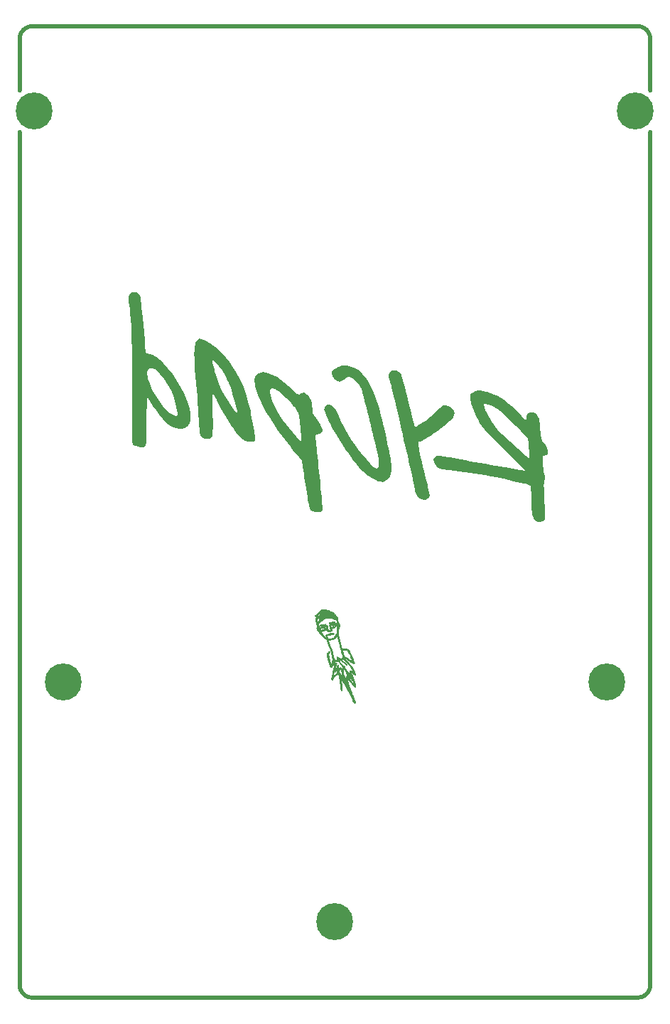
<source format=gbl>
G04 #@! TF.GenerationSoftware,KiCad,Pcbnew,(6.0.2)*
G04 #@! TF.CreationDate,2022-03-22T19:35:40-04:00*
G04 #@! TF.ProjectId,RYCpad_pcb_rear,52594370-6164-45f7-9063-625f72656172,rev?*
G04 #@! TF.SameCoordinates,Original*
G04 #@! TF.FileFunction,Copper,L2,Bot*
G04 #@! TF.FilePolarity,Positive*
%FSLAX46Y46*%
G04 Gerber Fmt 4.6, Leading zero omitted, Abs format (unit mm)*
G04 Created by KiCad (PCBNEW (6.0.2)) date 2022-03-22 19:35:40*
%MOMM*%
%LPD*%
G01*
G04 APERTURE LIST*
G04 #@! TA.AperFunction,EtchedComponent*
%ADD10C,0.010000*%
G04 #@! TD*
G04 #@! TA.AperFunction,ComponentPad*
%ADD11C,4.400000*%
G04 #@! TD*
G04 APERTURE END LIST*
D10*
X-1860517Y-10637106D02*
X-1979445Y-10753798D01*
X-1979445Y-10753798D02*
X-2108875Y-10877687D01*
X-2108875Y-10877687D02*
X-2222699Y-10983812D01*
X-2222699Y-10983812D02*
X-2232687Y-10992912D01*
X-2232687Y-10992912D02*
X-2322507Y-11077941D01*
X-2322507Y-11077941D02*
X-2370364Y-11134918D01*
X-2370364Y-11134918D02*
X-2383823Y-11175527D01*
X-2383823Y-11175527D02*
X-2372319Y-11208493D01*
X-2372319Y-11208493D02*
X-2314568Y-11257882D01*
X-2314568Y-11257882D02*
X-2261194Y-11276063D01*
X-2261194Y-11276063D02*
X-2180498Y-11297419D01*
X-2180498Y-11297419D02*
X-2160958Y-11329144D01*
X-2160958Y-11329144D02*
X-2203537Y-11369179D01*
X-2203537Y-11369179D02*
X-2214651Y-11375406D01*
X-2214651Y-11375406D02*
X-2295440Y-11452442D01*
X-2295440Y-11452442D02*
X-2332205Y-11567316D01*
X-2332205Y-11567316D02*
X-2324321Y-11694063D01*
X-2324321Y-11694063D02*
X-2291952Y-11828457D01*
X-2291952Y-11828457D02*
X-2248127Y-11985602D01*
X-2248127Y-11985602D02*
X-2199992Y-12141831D01*
X-2199992Y-12141831D02*
X-2154690Y-12273481D01*
X-2154690Y-12273481D02*
X-2132610Y-12329063D01*
X-2132610Y-12329063D02*
X-2103868Y-12403867D01*
X-2103868Y-12403867D02*
X-2104830Y-12445479D01*
X-2104830Y-12445479D02*
X-2137061Y-12477631D01*
X-2137061Y-12477631D02*
X-2142675Y-12481675D01*
X-2142675Y-12481675D02*
X-2186269Y-12530676D01*
X-2186269Y-12530676D02*
X-2197286Y-12600698D01*
X-2197286Y-12600698D02*
X-2175696Y-12704181D01*
X-2175696Y-12704181D02*
X-2141881Y-12801303D01*
X-2141881Y-12801303D02*
X-2083979Y-12924357D01*
X-2083979Y-12924357D02*
X-2005924Y-13051180D01*
X-2005924Y-13051180D02*
X-1917860Y-13169157D01*
X-1917860Y-13169157D02*
X-1829933Y-13265675D01*
X-1829933Y-13265675D02*
X-1752289Y-13328118D01*
X-1752289Y-13328118D02*
X-1704558Y-13345062D01*
X-1704558Y-13345062D02*
X-1665973Y-13372088D01*
X-1665973Y-13372088D02*
X-1642749Y-13423343D01*
X-1642749Y-13423343D02*
X-1604869Y-13492682D01*
X-1604869Y-13492682D02*
X-1527770Y-13583715D01*
X-1527770Y-13583715D02*
X-1425463Y-13683515D01*
X-1425463Y-13683515D02*
X-1311962Y-13779155D01*
X-1311962Y-13779155D02*
X-1201278Y-13857709D01*
X-1201278Y-13857709D02*
X-1128685Y-13897572D01*
X-1128685Y-13897572D02*
X-1034103Y-13952142D01*
X-1034103Y-13952142D02*
X-995956Y-14007564D01*
X-995956Y-14007564D02*
X-994437Y-14022318D01*
X-994437Y-14022318D02*
X-985361Y-14099336D01*
X-985361Y-14099336D02*
X-965346Y-14184183D01*
X-965346Y-14184183D02*
X-897683Y-14406106D01*
X-897683Y-14406106D02*
X-839800Y-14583054D01*
X-839800Y-14583054D02*
X-785666Y-14731554D01*
X-785666Y-14731554D02*
X-729250Y-14868131D01*
X-729250Y-14868131D02*
X-664521Y-15009312D01*
X-664521Y-15009312D02*
X-663271Y-15011938D01*
X-663271Y-15011938D02*
X-577467Y-15212020D01*
X-577467Y-15212020D02*
X-501310Y-15427800D01*
X-501310Y-15427800D02*
X-436662Y-15649455D01*
X-436662Y-15649455D02*
X-385381Y-15867166D01*
X-385381Y-15867166D02*
X-349328Y-16071109D01*
X-349328Y-16071109D02*
X-330362Y-16251465D01*
X-330362Y-16251465D02*
X-330342Y-16398412D01*
X-330342Y-16398412D02*
X-351129Y-16502128D01*
X-351129Y-16502128D02*
X-374076Y-16539238D01*
X-374076Y-16539238D02*
X-406560Y-16591661D01*
X-406560Y-16591661D02*
X-390406Y-16632128D01*
X-390406Y-16632128D02*
X-371732Y-16686245D01*
X-371732Y-16686245D02*
X-383779Y-16777005D01*
X-383779Y-16777005D02*
X-390173Y-16802049D01*
X-390173Y-16802049D02*
X-425038Y-16903063D01*
X-425038Y-16903063D02*
X-458172Y-16946101D01*
X-458172Y-16946101D02*
X-486921Y-16929369D01*
X-486921Y-16929369D02*
X-503578Y-16878549D01*
X-503578Y-16878549D02*
X-530638Y-16779601D01*
X-530638Y-16779601D02*
X-555140Y-16710563D01*
X-555140Y-16710563D02*
X-606303Y-16574602D01*
X-606303Y-16574602D02*
X-660035Y-16407910D01*
X-660035Y-16407910D02*
X-720215Y-16198018D01*
X-720215Y-16198018D02*
X-756070Y-16064929D01*
X-756070Y-16064929D02*
X-838805Y-15752671D01*
X-838805Y-15752671D02*
X-710246Y-15613201D01*
X-710246Y-15613201D02*
X-627147Y-15516667D01*
X-627147Y-15516667D02*
X-589065Y-15452598D01*
X-589065Y-15452598D02*
X-592815Y-15412124D01*
X-592815Y-15412124D02*
X-629501Y-15388471D01*
X-629501Y-15388471D02*
X-681820Y-15399493D01*
X-681820Y-15399493D02*
X-761936Y-15455380D01*
X-761936Y-15455380D02*
X-811737Y-15500593D01*
X-811737Y-15500593D02*
X-887599Y-15570548D01*
X-887599Y-15570548D02*
X-946202Y-15617900D01*
X-946202Y-15617900D02*
X-970298Y-15631062D01*
X-970298Y-15631062D02*
X-988173Y-15658792D01*
X-988173Y-15658792D02*
X-993624Y-15728526D01*
X-993624Y-15728526D02*
X-987079Y-15820082D01*
X-987079Y-15820082D02*
X-968965Y-15913278D01*
X-968965Y-15913278D02*
X-963962Y-15930433D01*
X-963962Y-15930433D02*
X-853967Y-16285624D01*
X-853967Y-16285624D02*
X-763948Y-16583554D01*
X-763948Y-16583554D02*
X-693111Y-16826971D01*
X-693111Y-16826971D02*
X-640662Y-17018622D01*
X-640662Y-17018622D02*
X-605807Y-17161254D01*
X-605807Y-17161254D02*
X-599405Y-17191248D01*
X-599405Y-17191248D02*
X-570177Y-17260432D01*
X-570177Y-17260432D02*
X-534336Y-17293439D01*
X-534336Y-17293439D02*
X-464694Y-17299522D01*
X-464694Y-17299522D02*
X-408349Y-17273377D01*
X-408349Y-17273377D02*
X-391187Y-17237004D01*
X-391187Y-17237004D02*
X-378647Y-17186099D01*
X-378647Y-17186099D02*
X-347246Y-17104667D01*
X-347246Y-17104667D02*
X-333468Y-17073714D01*
X-333468Y-17073714D02*
X-287858Y-16974269D01*
X-287858Y-16974269D02*
X-247460Y-16885156D01*
X-247460Y-16885156D02*
X-240367Y-16869313D01*
X-240367Y-16869313D02*
X-219468Y-16828431D01*
X-219468Y-16828431D02*
X-208547Y-16832253D01*
X-208547Y-16832253D02*
X-203977Y-16888110D01*
X-203977Y-16888110D02*
X-202835Y-16945187D01*
X-202835Y-16945187D02*
X-190894Y-17060346D01*
X-190894Y-17060346D02*
X-161046Y-17129234D01*
X-161046Y-17129234D02*
X-154042Y-17135687D01*
X-154042Y-17135687D02*
X-133272Y-17154920D01*
X-133272Y-17154920D02*
X-123405Y-17181461D01*
X-123405Y-17181461D02*
X-125856Y-17226959D01*
X-125856Y-17226959D02*
X-142041Y-17303061D01*
X-142041Y-17303061D02*
X-173376Y-17421415D01*
X-173376Y-17421415D02*
X-200772Y-17520188D01*
X-200772Y-17520188D02*
X-224366Y-17611847D01*
X-224366Y-17611847D02*
X-255207Y-17741153D01*
X-255207Y-17741153D02*
X-287492Y-17883605D01*
X-287492Y-17883605D02*
X-294817Y-17917063D01*
X-294817Y-17917063D02*
X-331743Y-18086760D01*
X-331743Y-18086760D02*
X-372950Y-18275723D01*
X-372950Y-18275723D02*
X-409723Y-18443979D01*
X-409723Y-18443979D02*
X-410809Y-18448936D01*
X-410809Y-18448936D02*
X-437955Y-18578005D01*
X-437955Y-18578005D02*
X-450588Y-18660240D01*
X-450588Y-18660240D02*
X-448925Y-18710573D01*
X-448925Y-18710573D02*
X-433184Y-18743938D01*
X-433184Y-18743938D02*
X-415397Y-18763709D01*
X-415397Y-18763709D02*
X-366434Y-18798166D01*
X-366434Y-18798166D02*
X-321581Y-18782161D01*
X-321581Y-18782161D02*
X-313405Y-18775635D01*
X-313405Y-18775635D02*
X-272557Y-18728383D01*
X-272557Y-18728383D02*
X-264187Y-18704708D01*
X-264187Y-18704708D02*
X-246218Y-18660563D01*
X-246218Y-18660563D02*
X-200011Y-18583731D01*
X-200011Y-18583731D02*
X-137110Y-18491017D01*
X-137110Y-18491017D02*
X-69062Y-18399227D01*
X-69062Y-18399227D02*
X-7413Y-18325165D01*
X-7413Y-18325165D02*
X6958Y-18310065D01*
X6958Y-18310065D02*
X123355Y-18218354D01*
X123355Y-18218354D02*
X253893Y-18173371D01*
X253893Y-18173371D02*
X305001Y-18166309D01*
X305001Y-18166309D02*
X381095Y-18165273D01*
X381095Y-18165273D02*
X419804Y-18193317D01*
X419804Y-18193317D02*
X441406Y-18250438D01*
X441406Y-18250438D02*
X458479Y-18327939D01*
X458479Y-18327939D02*
X478255Y-18445243D01*
X478255Y-18445243D02*
X496855Y-18578995D01*
X496855Y-18578995D02*
X499383Y-18599688D01*
X499383Y-18599688D02*
X518333Y-18749765D01*
X518333Y-18749765D02*
X539194Y-18902281D01*
X539194Y-18902281D02*
X557555Y-19025016D01*
X557555Y-19025016D02*
X558088Y-19028313D01*
X558088Y-19028313D02*
X577843Y-19155050D01*
X577843Y-19155050D02*
X601784Y-19318082D01*
X601784Y-19318082D02*
X631054Y-19525410D01*
X631054Y-19525410D02*
X666795Y-19785038D01*
X666795Y-19785038D02*
X680477Y-19885563D01*
X680477Y-19885563D02*
X698105Y-19987789D01*
X698105Y-19987789D02*
X720040Y-20040922D01*
X720040Y-20040922D02*
X753443Y-20059303D01*
X753443Y-20059303D02*
X767688Y-20060188D01*
X767688Y-20060188D02*
X811479Y-20034056D01*
X811479Y-20034056D02*
X837434Y-19954861D01*
X837434Y-19954861D02*
X845471Y-19821405D01*
X845471Y-19821405D02*
X835508Y-19632487D01*
X835508Y-19632487D02*
X807460Y-19386908D01*
X807460Y-19386908D02*
X761246Y-19083469D01*
X761246Y-19083469D02*
X696782Y-18720970D01*
X696782Y-18720970D02*
X662717Y-18542975D01*
X662717Y-18542975D02*
X648062Y-18458383D01*
X648062Y-18458383D02*
X643160Y-18409200D01*
X643160Y-18409200D02*
X645697Y-18403613D01*
X645697Y-18403613D02*
X662213Y-18433396D01*
X662213Y-18433396D02*
X702956Y-18511101D01*
X702956Y-18511101D02*
X763463Y-18628001D01*
X763463Y-18628001D02*
X839270Y-18775369D01*
X839270Y-18775369D02*
X925914Y-18944478D01*
X925914Y-18944478D02*
X1018931Y-19126601D01*
X1018931Y-19126601D02*
X1113856Y-19313011D01*
X1113856Y-19313011D02*
X1206227Y-19494983D01*
X1206227Y-19494983D02*
X1291579Y-19663787D01*
X1291579Y-19663787D02*
X1365449Y-19810699D01*
X1365449Y-19810699D02*
X1367041Y-19813877D01*
X1367041Y-19813877D02*
X1402510Y-19868066D01*
X1402510Y-19868066D02*
X1426501Y-19885315D01*
X1426501Y-19885315D02*
X1449823Y-19909787D01*
X1449823Y-19909787D02*
X1450313Y-19915915D01*
X1450313Y-19915915D02*
X1465503Y-19957510D01*
X1465503Y-19957510D02*
X1504970Y-20034910D01*
X1504970Y-20034910D02*
X1550220Y-20114353D01*
X1550220Y-20114353D02*
X1625238Y-20243144D01*
X1625238Y-20243144D02*
X1706037Y-20385664D01*
X1706037Y-20385664D02*
X1745565Y-20457063D01*
X1745565Y-20457063D02*
X1806183Y-20564828D01*
X1806183Y-20564828D02*
X1863419Y-20661420D01*
X1863419Y-20661420D02*
X1895022Y-20711063D01*
X1895022Y-20711063D02*
X1926756Y-20773767D01*
X1926756Y-20773767D02*
X1970059Y-20880829D01*
X1970059Y-20880829D02*
X2018549Y-21015692D01*
X2018549Y-21015692D02*
X2054070Y-21123813D01*
X2054070Y-21123813D02*
X2120241Y-21313186D01*
X2120241Y-21313186D02*
X2184995Y-21459506D01*
X2184995Y-21459506D02*
X2245125Y-21556725D01*
X2245125Y-21556725D02*
X2297421Y-21598798D01*
X2297421Y-21598798D02*
X2306748Y-21600063D01*
X2306748Y-21600063D02*
X2343688Y-21580470D01*
X2343688Y-21580470D02*
X2364713Y-21561963D01*
X2364713Y-21561963D02*
X2396860Y-21499976D01*
X2396860Y-21499976D02*
X2395843Y-21406739D01*
X2395843Y-21406739D02*
X2360413Y-21276393D01*
X2360413Y-21276393D02*
X2289323Y-21103083D01*
X2289323Y-21103083D02*
X2248334Y-21015662D01*
X2248334Y-21015662D02*
X2179879Y-20871754D01*
X2179879Y-20871754D02*
X2122470Y-20745389D01*
X2122470Y-20745389D02*
X2069748Y-20621001D01*
X2069748Y-20621001D02*
X2015353Y-20483019D01*
X2015353Y-20483019D02*
X1952926Y-20315878D01*
X1952926Y-20315878D02*
X1877475Y-20107813D01*
X1877475Y-20107813D02*
X1832471Y-19980813D01*
X1832471Y-19980813D02*
X1672563Y-19980813D01*
X1672563Y-19980813D02*
X1660947Y-20006946D01*
X1660947Y-20006946D02*
X1651397Y-20001979D01*
X1651397Y-20001979D02*
X1647597Y-19964299D01*
X1647597Y-19964299D02*
X1651397Y-19959646D01*
X1651397Y-19959646D02*
X1670272Y-19964004D01*
X1670272Y-19964004D02*
X1672563Y-19980813D01*
X1672563Y-19980813D02*
X1832471Y-19980813D01*
X1832471Y-19980813D02*
X1808027Y-19911831D01*
X1808027Y-19911831D02*
X1636813Y-19911831D01*
X1636813Y-19911831D02*
X1621584Y-19906433D01*
X1621584Y-19906433D02*
X1585865Y-19860586D01*
X1585865Y-19860586D02*
X1535594Y-19781382D01*
X1535594Y-19781382D02*
X1500864Y-19720702D01*
X1500864Y-19720702D02*
X1433185Y-19549249D01*
X1433185Y-19549249D02*
X1419654Y-19434952D01*
X1419654Y-19434952D02*
X1421055Y-19371363D01*
X1421055Y-19371363D02*
X1426771Y-19346159D01*
X1426771Y-19346159D02*
X1441009Y-19364746D01*
X1441009Y-19364746D02*
X1467973Y-19432528D01*
X1467973Y-19432528D02*
X1510906Y-19552188D01*
X1510906Y-19552188D02*
X1555573Y-19677371D01*
X1555573Y-19677371D02*
X1594594Y-19785575D01*
X1594594Y-19785575D02*
X1621200Y-19858058D01*
X1621200Y-19858058D02*
X1625613Y-19869688D01*
X1625613Y-19869688D02*
X1636813Y-19911831D01*
X1636813Y-19911831D02*
X1808027Y-19911831D01*
X1808027Y-19911831D02*
X1759796Y-19775727D01*
X1759796Y-19775727D02*
X1665412Y-19497878D01*
X1665412Y-19497878D02*
X1593004Y-19269967D01*
X1593004Y-19269967D02*
X1592003Y-19266438D01*
X1592003Y-19266438D02*
X1418563Y-19266438D01*
X1418563Y-19266438D02*
X1402688Y-19282313D01*
X1402688Y-19282313D02*
X1386813Y-19266438D01*
X1386813Y-19266438D02*
X1402688Y-19250563D01*
X1402688Y-19250563D02*
X1418563Y-19266438D01*
X1418563Y-19266438D02*
X1592003Y-19266438D01*
X1592003Y-19266438D02*
X1559327Y-19151349D01*
X1559327Y-19151349D02*
X1251564Y-19151349D01*
X1251564Y-19151349D02*
X1228305Y-19136131D01*
X1228305Y-19136131D02*
X1224124Y-19132029D01*
X1224124Y-19132029D02*
X1199045Y-19090401D01*
X1199045Y-19090401D02*
X1202445Y-19075097D01*
X1202445Y-19075097D02*
X1226063Y-19084625D01*
X1226063Y-19084625D02*
X1241897Y-19114256D01*
X1241897Y-19114256D02*
X1251564Y-19151349D01*
X1251564Y-19151349D02*
X1559327Y-19151349D01*
X1559327Y-19151349D02*
X1541254Y-19087697D01*
X1541254Y-19087697D02*
X1516644Y-18980688D01*
X1516644Y-18980688D02*
X1355063Y-18980688D01*
X1355063Y-18980688D02*
X1339188Y-18996563D01*
X1339188Y-18996563D02*
X1323313Y-18980688D01*
X1323313Y-18980688D02*
X1337315Y-18966686D01*
X1337315Y-18966686D02*
X1196313Y-18966686D01*
X1196313Y-18966686D02*
X1186110Y-18995534D01*
X1186110Y-18995534D02*
X1162697Y-18970368D01*
X1162697Y-18970368D02*
X1152449Y-18947288D01*
X1152449Y-18947288D02*
X1150230Y-18914514D01*
X1150230Y-18914514D02*
X1164927Y-18917412D01*
X1164927Y-18917412D02*
X1195185Y-18958063D01*
X1195185Y-18958063D02*
X1196313Y-18966686D01*
X1196313Y-18966686D02*
X1337315Y-18966686D01*
X1337315Y-18966686D02*
X1339188Y-18964813D01*
X1339188Y-18964813D02*
X1355063Y-18980688D01*
X1355063Y-18980688D02*
X1516644Y-18980688D01*
X1516644Y-18980688D02*
X1508843Y-18946769D01*
X1508843Y-18946769D02*
X1496461Y-18865883D01*
X1496461Y-18865883D02*
X1474991Y-18663188D01*
X1474991Y-18663188D02*
X1556564Y-18774313D01*
X1556564Y-18774313D02*
X1615244Y-18850824D01*
X1615244Y-18850824D02*
X1662848Y-18907110D01*
X1662848Y-18907110D02*
X1672821Y-18917188D01*
X1672821Y-18917188D02*
X1721219Y-18965092D01*
X1721219Y-18965092D02*
X1761473Y-19007600D01*
X1761473Y-19007600D02*
X1807244Y-19056533D01*
X1807244Y-19056533D02*
X1883410Y-19137131D01*
X1883410Y-19137131D02*
X1976495Y-19235153D01*
X1976495Y-19235153D02*
X2016807Y-19277475D01*
X2016807Y-19277475D02*
X2112548Y-19380123D01*
X2112548Y-19380123D02*
X2195860Y-19473458D01*
X2195860Y-19473458D02*
X2253481Y-19542466D01*
X2253481Y-19542466D02*
X2266521Y-19560125D01*
X2266521Y-19560125D02*
X2326702Y-19622100D01*
X2326702Y-19622100D02*
X2377450Y-19627254D01*
X2377450Y-19627254D02*
X2412059Y-19582208D01*
X2412059Y-19582208D02*
X2423823Y-19493583D01*
X2423823Y-19493583D02*
X2415561Y-19412988D01*
X2415561Y-19412988D02*
X2376876Y-19230495D01*
X2376876Y-19230495D02*
X2372601Y-19214491D01*
X2372601Y-19214491D02*
X2207652Y-19214491D01*
X2207652Y-19214491D02*
X2190535Y-19227871D01*
X2190535Y-19227871D02*
X2145114Y-19191024D01*
X2145114Y-19191024D02*
X2112099Y-19155313D01*
X2112099Y-19155313D02*
X2031314Y-19064634D01*
X2031314Y-19064634D02*
X1936580Y-18959116D01*
X1936580Y-18959116D02*
X1890779Y-18908400D01*
X1890779Y-18908400D02*
X1817192Y-18818931D01*
X1817192Y-18818931D02*
X1780216Y-18744426D01*
X1780216Y-18744426D02*
X1768258Y-18658517D01*
X1768258Y-18658517D02*
X1767813Y-18628714D01*
X1767813Y-18628714D02*
X1772470Y-18541817D01*
X1772470Y-18541817D02*
X1788498Y-18509020D01*
X1788498Y-18509020D02*
X1818980Y-18531759D01*
X1818980Y-18531759D02*
X1867003Y-18611466D01*
X1867003Y-18611466D02*
X1908997Y-18694323D01*
X1908997Y-18694323D02*
X1976187Y-18810710D01*
X1976187Y-18810710D02*
X2033472Y-18865196D01*
X2033472Y-18865196D02*
X2052244Y-18869563D01*
X2052244Y-18869563D02*
X2097741Y-18892752D01*
X2097741Y-18892752D02*
X2139760Y-18967541D01*
X2139760Y-18967541D02*
X2161034Y-19026341D01*
X2161034Y-19026341D02*
X2197479Y-19148207D01*
X2197479Y-19148207D02*
X2207652Y-19214491D01*
X2207652Y-19214491D02*
X2372601Y-19214491D01*
X2372601Y-19214491D02*
X2325130Y-19036811D01*
X2325130Y-19036811D02*
X2266809Y-18853291D01*
X2266809Y-18853291D02*
X2208397Y-18701286D01*
X2208397Y-18701286D02*
X2183019Y-18647313D01*
X2183019Y-18647313D02*
X2162048Y-18591051D01*
X2162048Y-18591051D02*
X2134312Y-18497275D01*
X2134312Y-18497275D02*
X2115500Y-18425063D01*
X2115500Y-18425063D02*
X2090795Y-18344111D01*
X2090795Y-18344111D02*
X1894813Y-18344111D01*
X1894813Y-18344111D02*
X1882965Y-18362107D01*
X1882965Y-18362107D02*
X1867799Y-18345688D01*
X1867799Y-18345688D02*
X1638532Y-18345688D01*
X1638532Y-18345688D02*
X1636328Y-18472688D01*
X1636328Y-18472688D02*
X1591592Y-18371564D01*
X1591592Y-18371564D02*
X1443228Y-18371564D01*
X1443228Y-18371564D02*
X1426008Y-18390448D01*
X1426008Y-18390448D02*
X1389691Y-18401762D01*
X1389691Y-18401762D02*
X1386813Y-18402512D01*
X1386813Y-18402512D02*
X1354617Y-18417498D01*
X1354617Y-18417498D02*
X1335533Y-18450825D01*
X1335533Y-18450825D02*
X1326236Y-18516318D01*
X1326236Y-18516318D02*
X1323402Y-18627803D01*
X1323402Y-18627803D02*
X1323313Y-18666565D01*
X1323313Y-18666565D02*
X1320372Y-18777976D01*
X1320372Y-18777976D02*
X1312557Y-18855277D01*
X1312557Y-18855277D02*
X1301376Y-18885629D01*
X1301376Y-18885629D02*
X1297750Y-18883850D01*
X1297750Y-18883850D02*
X1276017Y-18840377D01*
X1276017Y-18840377D02*
X1242647Y-18754033D01*
X1242647Y-18754033D02*
X1204501Y-18642694D01*
X1204501Y-18642694D02*
X1200869Y-18631438D01*
X1200869Y-18631438D02*
X1144159Y-18460857D01*
X1144159Y-18460857D02*
X1136708Y-18440938D01*
X1136708Y-18440938D02*
X852133Y-18440938D01*
X852133Y-18440938D02*
X736221Y-18210750D01*
X736221Y-18210750D02*
X675938Y-18095515D01*
X675938Y-18095515D02*
X631328Y-18026555D01*
X631328Y-18026555D02*
X591881Y-17992291D01*
X591881Y-17992291D02*
X547091Y-17981145D01*
X547091Y-17981145D02*
X527311Y-17980563D01*
X527311Y-17980563D02*
X465015Y-17968439D01*
X465015Y-17968439D02*
X436340Y-17926793D01*
X436340Y-17926793D02*
X440390Y-17847714D01*
X440390Y-17847714D02*
X476271Y-17723289D01*
X476271Y-17723289D02*
X492892Y-17676526D01*
X492892Y-17676526D02*
X547416Y-17535469D01*
X547416Y-17535469D02*
X587737Y-17451410D01*
X587737Y-17451410D02*
X616457Y-17420110D01*
X616457Y-17420110D02*
X636173Y-17437332D01*
X636173Y-17437332D02*
X637487Y-17440813D01*
X637487Y-17440813D02*
X726744Y-17705998D01*
X726744Y-17705998D02*
X788591Y-17924501D01*
X788591Y-17924501D02*
X825446Y-18105697D01*
X825446Y-18105697D02*
X837886Y-18218688D01*
X837886Y-18218688D02*
X852133Y-18440938D01*
X852133Y-18440938D02*
X1136708Y-18440938D01*
X1136708Y-18440938D02*
X1096921Y-18334591D01*
X1096921Y-18334591D02*
X1052470Y-18235543D01*
X1052470Y-18235543D02*
X1027042Y-18186938D01*
X1027042Y-18186938D02*
X1012155Y-18130670D01*
X1012155Y-18130670D02*
X998380Y-18026515D01*
X998380Y-18026515D02*
X987380Y-17890082D01*
X987380Y-17890082D02*
X981392Y-17758313D01*
X981392Y-17758313D02*
X970605Y-17393188D01*
X970605Y-17393188D02*
X1076394Y-17511665D01*
X1076394Y-17511665D02*
X1119519Y-17562698D01*
X1119519Y-17562698D02*
X1156547Y-17615740D01*
X1156547Y-17615740D02*
X1192581Y-17681556D01*
X1192581Y-17681556D02*
X1232728Y-17770913D01*
X1232728Y-17770913D02*
X1282093Y-17894578D01*
X1282093Y-17894578D02*
X1345779Y-18063317D01*
X1345779Y-18063317D02*
X1373938Y-18139175D01*
X1373938Y-18139175D02*
X1417830Y-18258959D01*
X1417830Y-18258959D02*
X1440715Y-18332078D01*
X1440715Y-18332078D02*
X1443228Y-18371564D01*
X1443228Y-18371564D02*
X1591592Y-18371564D01*
X1591592Y-18371564D02*
X1580144Y-18345688D01*
X1580144Y-18345688D02*
X1538175Y-18240773D01*
X1538175Y-18240773D02*
X1505230Y-18141437D01*
X1505230Y-18141437D02*
X1500422Y-18123438D01*
X1500422Y-18123438D02*
X1476885Y-18028188D01*
X1476885Y-18028188D02*
X1558810Y-18123438D01*
X1558810Y-18123438D02*
X1622651Y-18228446D01*
X1622651Y-18228446D02*
X1638532Y-18345688D01*
X1638532Y-18345688D02*
X1867799Y-18345688D01*
X1867799Y-18345688D02*
X1851312Y-18327840D01*
X1851312Y-18327840D02*
X1813913Y-18263362D01*
X1813913Y-18263362D02*
X1784141Y-18193871D01*
X1784141Y-18193871D02*
X1777502Y-18151802D01*
X1777502Y-18151802D02*
X1779006Y-18149286D01*
X1779006Y-18149286D02*
X1800271Y-18164290D01*
X1800271Y-18164290D02*
X1835146Y-18214442D01*
X1835146Y-18214442D02*
X1870336Y-18277373D01*
X1870336Y-18277373D02*
X1892543Y-18330716D01*
X1892543Y-18330716D02*
X1894813Y-18344111D01*
X1894813Y-18344111D02*
X2090795Y-18344111D01*
X2090795Y-18344111D02*
X2081314Y-18313048D01*
X2081314Y-18313048D02*
X2040619Y-18216414D01*
X2040619Y-18216414D02*
X2017211Y-18177016D01*
X2017211Y-18177016D02*
X1971385Y-18100686D01*
X1971385Y-18100686D02*
X1932344Y-18010027D01*
X1932344Y-18010027D02*
X1907364Y-17926096D01*
X1907364Y-17926096D02*
X1903721Y-17869952D01*
X1903721Y-17869952D02*
X1908150Y-17861393D01*
X1908150Y-17861393D02*
X1937417Y-17873590D01*
X1937417Y-17873590D02*
X1998800Y-17922969D01*
X1998800Y-17922969D02*
X2081181Y-18000204D01*
X2081181Y-18000204D02*
X2118824Y-18038145D01*
X2118824Y-18038145D02*
X2233012Y-18149084D01*
X2233012Y-18149084D02*
X2315722Y-18212613D01*
X2315722Y-18212613D02*
X2373404Y-18232251D01*
X2373404Y-18232251D02*
X2412510Y-18211516D01*
X2412510Y-18211516D02*
X2419201Y-18201984D01*
X2419201Y-18201984D02*
X2422084Y-18150307D01*
X2422084Y-18150307D02*
X2402515Y-18056713D01*
X2402515Y-18056713D02*
X2365702Y-17936445D01*
X2365702Y-17936445D02*
X2316851Y-17804745D01*
X2316851Y-17804745D02*
X2261169Y-17676856D01*
X2261169Y-17676856D02*
X2203863Y-17568021D01*
X2203863Y-17568021D02*
X2201037Y-17563334D01*
X2201037Y-17563334D02*
X2137586Y-17458279D01*
X2137586Y-17458279D02*
X2080965Y-17363469D01*
X2080965Y-17363469D02*
X2051796Y-17313813D01*
X2051796Y-17313813D02*
X2013390Y-17251005D01*
X2013390Y-17251005D02*
X1990063Y-17218563D01*
X1990063Y-17218563D02*
X1963369Y-17186460D01*
X1963369Y-17186460D02*
X1911125Y-17120264D01*
X1911125Y-17120264D02*
X1864301Y-17059813D01*
X1864301Y-17059813D02*
X1776698Y-16951629D01*
X1776698Y-16951629D02*
X1674407Y-16833227D01*
X1674407Y-16833227D02*
X1620192Y-16773743D01*
X1620192Y-16773743D02*
X1529048Y-16672900D01*
X1529048Y-16672900D02*
X1440383Y-16569055D01*
X1440383Y-16569055D02*
X1396704Y-16514659D01*
X1396704Y-16514659D02*
X1307865Y-16416230D01*
X1307865Y-16416230D02*
X1220873Y-16348290D01*
X1220873Y-16348290D02*
X1145577Y-16315029D01*
X1145577Y-16315029D02*
X1091821Y-16320639D01*
X1091821Y-16320639D02*
X1069452Y-16369310D01*
X1069452Y-16369310D02*
X1069313Y-16375303D01*
X1069313Y-16375303D02*
X1090381Y-16414891D01*
X1090381Y-16414891D02*
X1146983Y-16486800D01*
X1146983Y-16486800D02*
X1229216Y-16578988D01*
X1229216Y-16578988D02*
X1283626Y-16635856D01*
X1283626Y-16635856D02*
X1399051Y-16756831D01*
X1399051Y-16756831D02*
X1517198Y-16885993D01*
X1517198Y-16885993D02*
X1617225Y-17000420D01*
X1617225Y-17000420D02*
X1640671Y-17028553D01*
X1640671Y-17028553D02*
X1717907Y-17121875D01*
X1717907Y-17121875D02*
X1783437Y-17199444D01*
X1783437Y-17199444D02*
X1823129Y-17244533D01*
X1823129Y-17244533D02*
X1823233Y-17244643D01*
X1823233Y-17244643D02*
X1857466Y-17294048D01*
X1857466Y-17294048D02*
X1863063Y-17313813D01*
X1863063Y-17313813D02*
X1882936Y-17357284D01*
X1882936Y-17357284D02*
X1904296Y-17382982D01*
X1904296Y-17382982D02*
X1944149Y-17434649D01*
X1944149Y-17434649D02*
X1995969Y-17515939D01*
X1995969Y-17515939D02*
X2050650Y-17610411D01*
X2050650Y-17610411D02*
X2099084Y-17701626D01*
X2099084Y-17701626D02*
X2132166Y-17773141D01*
X2132166Y-17773141D02*
X2140789Y-17808515D01*
X2140789Y-17808515D02*
X2140333Y-17809126D01*
X2140333Y-17809126D02*
X2109069Y-17800584D01*
X2109069Y-17800584D02*
X2049875Y-17760534D01*
X2049875Y-17760534D02*
X2029154Y-17743742D01*
X2029154Y-17743742D02*
X1945210Y-17690515D01*
X1945210Y-17690515D02*
X1862556Y-17663796D01*
X1862556Y-17663796D02*
X1850543Y-17663063D01*
X1850543Y-17663063D02*
X1800119Y-17668292D01*
X1800119Y-17668292D02*
X1775858Y-17695219D01*
X1775858Y-17695219D02*
X1768293Y-17760698D01*
X1768293Y-17760698D02*
X1767813Y-17810375D01*
X1767813Y-17810375D02*
X1755195Y-17917198D01*
X1755195Y-17917198D02*
X1722424Y-17991454D01*
X1722424Y-17991454D02*
X1677128Y-18022907D01*
X1677128Y-18022907D02*
X1626933Y-18001322D01*
X1626933Y-18001322D02*
X1626144Y-18000502D01*
X1626144Y-18000502D02*
X1546195Y-17905367D01*
X1546195Y-17905367D02*
X1448812Y-17773068D01*
X1448812Y-17773068D02*
X1346659Y-17622354D01*
X1346659Y-17622354D02*
X1252397Y-17471975D01*
X1252397Y-17471975D02*
X1178689Y-17340681D01*
X1178689Y-17340681D02*
X1173126Y-17329703D01*
X1173126Y-17329703D02*
X1129353Y-17242310D01*
X1129353Y-17242310D02*
X877530Y-17242310D01*
X877530Y-17242310D02*
X829032Y-17615438D01*
X829032Y-17615438D02*
X782762Y-17462155D01*
X782762Y-17462155D02*
X732841Y-17334298D01*
X732841Y-17334298D02*
X677569Y-17269372D01*
X677569Y-17269372D02*
X614246Y-17266862D01*
X614246Y-17266862D02*
X540174Y-17326254D01*
X540174Y-17326254D02*
X480364Y-17404559D01*
X480364Y-17404559D02*
X402563Y-17519053D01*
X402563Y-17519053D02*
X402563Y-17273558D01*
X402563Y-17273558D02*
X400855Y-17148750D01*
X400855Y-17148750D02*
X393768Y-17074715D01*
X393768Y-17074715D02*
X378357Y-17038772D01*
X378357Y-17038772D02*
X351677Y-17028239D01*
X351677Y-17028239D02*
X345557Y-17028063D01*
X345557Y-17028063D02*
X305308Y-17050527D01*
X305308Y-17050527D02*
X251464Y-17121039D01*
X251464Y-17121039D02*
X180769Y-17244283D01*
X180769Y-17244283D02*
X139435Y-17324455D01*
X139435Y-17324455D02*
X49048Y-17515901D01*
X49048Y-17515901D02*
X-9055Y-17665249D01*
X-9055Y-17665249D02*
X-34882Y-17770252D01*
X-34882Y-17770252D02*
X-28439Y-17828666D01*
X-28439Y-17828666D02*
X10267Y-17838244D01*
X10267Y-17838244D02*
X81229Y-17796741D01*
X81229Y-17796741D02*
X140707Y-17745048D01*
X140707Y-17745048D02*
X209504Y-17675597D01*
X209504Y-17675597D02*
X237105Y-17629390D01*
X237105Y-17629390D02*
X231185Y-17589127D01*
X231185Y-17589127D02*
X219327Y-17567850D01*
X219327Y-17567850D02*
X195864Y-17508460D01*
X195864Y-17508460D02*
X211480Y-17444874D01*
X211480Y-17444874D02*
X225993Y-17416351D01*
X225993Y-17416351D02*
X251903Y-17371820D01*
X251903Y-17371820D02*
X265853Y-17365456D01*
X265853Y-17365456D02*
X271388Y-17405267D01*
X271388Y-17405267D02*
X272050Y-17499263D01*
X272050Y-17499263D02*
X271939Y-17520188D01*
X271939Y-17520188D02*
X268181Y-17697077D01*
X268181Y-17697077D02*
X255318Y-17824839D01*
X255318Y-17824839D02*
X227452Y-17917767D01*
X227452Y-17917767D02*
X178683Y-17990152D01*
X178683Y-17990152D02*
X103113Y-18056286D01*
X103113Y-18056286D02*
X29501Y-18107585D01*
X29501Y-18107585D02*
X-66692Y-18176007D01*
X-66692Y-18176007D02*
X-138300Y-18235139D01*
X-138300Y-18235139D02*
X-171737Y-18273602D01*
X-171737Y-18273602D02*
X-172620Y-18276877D01*
X-172620Y-18276877D02*
X-181450Y-18282712D01*
X-181450Y-18282712D02*
X-191837Y-18253106D01*
X-191837Y-18253106D02*
X-193856Y-18182355D01*
X-193856Y-18182355D02*
X-178238Y-18089870D01*
X-178238Y-18089870D02*
X-175171Y-18078481D01*
X-175171Y-18078481D02*
X-149439Y-17979733D01*
X-149439Y-17979733D02*
X-119910Y-17855480D01*
X-119910Y-17855480D02*
X-105375Y-17790063D01*
X-105375Y-17790063D02*
X-78673Y-17672466D01*
X-78673Y-17672466D02*
X-51994Y-17564962D01*
X-51994Y-17564962D02*
X-39681Y-17520188D01*
X-39681Y-17520188D02*
X6221Y-17369655D01*
X6221Y-17369655D02*
X54525Y-17219578D01*
X54525Y-17219578D02*
X99729Y-17086322D01*
X99729Y-17086322D02*
X136329Y-16986252D01*
X136329Y-16986252D02*
X153779Y-16944923D01*
X153779Y-16944923D02*
X177839Y-16855920D01*
X177839Y-16855920D02*
X163836Y-16788827D01*
X163836Y-16788827D02*
X123914Y-16753477D01*
X123914Y-16753477D02*
X70219Y-16759703D01*
X70219Y-16759703D02*
X14895Y-16817341D01*
X14895Y-16817341D02*
X8989Y-16827688D01*
X8989Y-16827688D02*
X-39394Y-16916938D01*
X-39394Y-16916938D02*
X-40665Y-16783874D01*
X-40665Y-16783874D02*
X-35057Y-16697149D01*
X-35057Y-16697149D02*
X-19487Y-16640688D01*
X-19487Y-16640688D02*
X-12642Y-16632705D01*
X-12642Y-16632705D02*
X44974Y-16611017D01*
X44974Y-16611017D02*
X133058Y-16591453D01*
X133058Y-16591453D02*
X230003Y-16577037D01*
X230003Y-16577037D02*
X314200Y-16570793D01*
X314200Y-16570793D02*
X364041Y-16575746D01*
X364041Y-16575746D02*
X368758Y-16579322D01*
X368758Y-16579322D02*
X429842Y-16667116D01*
X429842Y-16667116D02*
X528996Y-16799207D01*
X528996Y-16799207D02*
X663148Y-16971524D01*
X663148Y-16971524D02*
X695609Y-17012605D01*
X695609Y-17012605D02*
X877530Y-17242310D01*
X877530Y-17242310D02*
X1129353Y-17242310D01*
X1129353Y-17242310D02*
X1113695Y-17211049D01*
X1113695Y-17211049D02*
X1074480Y-17137615D01*
X1074480Y-17137615D02*
X1046400Y-17098282D01*
X1046400Y-17098282D02*
X1020374Y-17081934D01*
X1020374Y-17081934D02*
X987323Y-17077451D01*
X987323Y-17077451D02*
X966110Y-17076237D01*
X966110Y-17076237D02*
X900735Y-17044612D01*
X900735Y-17044612D02*
X812345Y-16956217D01*
X812345Y-16956217D02*
X741580Y-16867231D01*
X741580Y-16867231D02*
X662279Y-16762064D01*
X662279Y-16762064D02*
X592066Y-16670082D01*
X592066Y-16670082D02*
X544169Y-16608596D01*
X544169Y-16608596D02*
X538930Y-16602092D01*
X538930Y-16602092D02*
X507052Y-16552714D01*
X507052Y-16552714D02*
X522173Y-16518783D01*
X522173Y-16518783D02*
X547294Y-16498904D01*
X547294Y-16498904D02*
X606079Y-16463006D01*
X606079Y-16463006D02*
X650609Y-16468034D01*
X650609Y-16468034D02*
X706139Y-16512125D01*
X706139Y-16512125D02*
X761907Y-16560332D01*
X761907Y-16560332D02*
X848061Y-16632517D01*
X848061Y-16632517D02*
X942313Y-16710074D01*
X942313Y-16710074D02*
X1048219Y-16800027D01*
X1048219Y-16800027D02*
X1149216Y-16891747D01*
X1149216Y-16891747D02*
X1214443Y-16956137D01*
X1214443Y-16956137D02*
X1299249Y-17033410D01*
X1299249Y-17033410D02*
X1356308Y-17056192D01*
X1356308Y-17056192D02*
X1384168Y-17024157D01*
X1384168Y-17024157D02*
X1386813Y-16994869D01*
X1386813Y-16994869D02*
X1378307Y-16950528D01*
X1378307Y-16950528D02*
X1347802Y-16900124D01*
X1347802Y-16900124D02*
X1287820Y-16835457D01*
X1287820Y-16835457D02*
X1190883Y-16748323D01*
X1190883Y-16748323D02*
X1069696Y-16647063D01*
X1069696Y-16647063D02*
X974174Y-16568549D01*
X974174Y-16568549D02*
X892010Y-16500857D01*
X892010Y-16500857D02*
X841656Y-16459190D01*
X841656Y-16459190D02*
X816613Y-16431303D01*
X816613Y-16431303D02*
X825508Y-16406146D01*
X825508Y-16406146D02*
X877259Y-16373906D01*
X877259Y-16373906D02*
X896686Y-16364583D01*
X896686Y-16364583D02*
X467105Y-16364583D01*
X467105Y-16364583D02*
X459432Y-16369822D01*
X459432Y-16369822D02*
X397134Y-16370696D01*
X397134Y-16370696D02*
X371060Y-16322042D01*
X371060Y-16322042D02*
X370813Y-16314460D01*
X370813Y-16314460D02*
X345857Y-16264380D01*
X345857Y-16264380D02*
X331126Y-16255340D01*
X331126Y-16255340D02*
X313591Y-16240053D01*
X313591Y-16240053D02*
X326268Y-16236819D01*
X326268Y-16236819D02*
X374585Y-16251109D01*
X374585Y-16251109D02*
X425555Y-16288544D01*
X425555Y-16288544D02*
X462091Y-16332058D01*
X462091Y-16332058D02*
X467105Y-16364583D01*
X467105Y-16364583D02*
X896686Y-16364583D01*
X896686Y-16364583D02*
X951585Y-16338238D01*
X951585Y-16338238D02*
X1044801Y-16291320D01*
X1044801Y-16291320D02*
X1112677Y-16250255D01*
X1112677Y-16250255D02*
X1135079Y-16230647D01*
X1135079Y-16230647D02*
X1168481Y-16231149D01*
X1168481Y-16231149D02*
X1238203Y-16258859D01*
X1238203Y-16258859D02*
X1328167Y-16305119D01*
X1328167Y-16305119D02*
X1422293Y-16361269D01*
X1422293Y-16361269D02*
X1504500Y-16418653D01*
X1504500Y-16418653D02*
X1539894Y-16448625D01*
X1539894Y-16448625D02*
X1589345Y-16482756D01*
X1589345Y-16482756D02*
X1609063Y-16488312D01*
X1609063Y-16488312D02*
X1652456Y-16508238D01*
X1652456Y-16508238D02*
X1678233Y-16529771D01*
X1678233Y-16529771D02*
X1729890Y-16568766D01*
X1729890Y-16568766D02*
X1813950Y-16621194D01*
X1813950Y-16621194D02*
X1862884Y-16648834D01*
X1862884Y-16648834D02*
X1955975Y-16700284D01*
X1955975Y-16700284D02*
X2019107Y-16739278D01*
X2019107Y-16739278D02*
X2078332Y-16783273D01*
X2078332Y-16783273D02*
X2146776Y-16839055D01*
X2146776Y-16839055D02*
X2205470Y-16879800D01*
X2205470Y-16879800D02*
X2244500Y-16878215D01*
X2244500Y-16878215D02*
X2268938Y-16858045D01*
X2268938Y-16858045D02*
X2296934Y-16803614D01*
X2296934Y-16803614D02*
X2280352Y-16750794D01*
X2280352Y-16750794D02*
X2257069Y-16696294D01*
X2257069Y-16696294D02*
X2219600Y-16596481D01*
X2219600Y-16596481D02*
X2188564Y-16509015D01*
X2188564Y-16509015D02*
X2021813Y-16509015D01*
X2021813Y-16509015D02*
X1996740Y-16532334D01*
X1996740Y-16532334D02*
X1958313Y-16529262D01*
X1958313Y-16529262D02*
X1906843Y-16504131D01*
X1906843Y-16504131D02*
X1894813Y-16484609D01*
X1894813Y-16484609D02*
X1870666Y-16457235D01*
X1870666Y-16457235D02*
X1863954Y-16456563D01*
X1863954Y-16456563D02*
X1826087Y-16440062D01*
X1826087Y-16440062D02*
X1748000Y-16395471D01*
X1748000Y-16395471D02*
X1642150Y-16330159D01*
X1642150Y-16330159D02*
X1552932Y-16272598D01*
X1552932Y-16272598D02*
X1425084Y-16190900D01*
X1425084Y-16190900D02*
X1391559Y-16170599D01*
X1391559Y-16170599D02*
X938526Y-16170599D01*
X938526Y-16170599D02*
X917219Y-16198775D01*
X917219Y-16198775D02*
X884161Y-16202563D01*
X884161Y-16202563D02*
X821941Y-16216398D01*
X821941Y-16216398D02*
X799438Y-16234313D01*
X799438Y-16234313D02*
X760990Y-16254005D01*
X760990Y-16254005D02*
X692690Y-16264337D01*
X692690Y-16264337D02*
X620444Y-16264444D01*
X620444Y-16264444D02*
X570163Y-16253464D01*
X570163Y-16253464D02*
X561257Y-16242250D01*
X561257Y-16242250D02*
X535687Y-16210274D01*
X535687Y-16210274D02*
X471935Y-16162945D01*
X471935Y-16162945D02*
X389296Y-16111909D01*
X389296Y-16111909D02*
X307061Y-16068813D01*
X307061Y-16068813D02*
X244524Y-16045305D01*
X244524Y-16045305D02*
X232547Y-16043813D01*
X232547Y-16043813D02*
X197011Y-16060544D01*
X197011Y-16060544D02*
X181926Y-16119632D01*
X181926Y-16119632D02*
X180313Y-16168939D01*
X180313Y-16168939D02*
X187694Y-16253480D01*
X187694Y-16253480D02*
X206025Y-16307670D01*
X206025Y-16307670D02*
X212063Y-16313688D01*
X212063Y-16313688D02*
X242511Y-16353379D01*
X242511Y-16353379D02*
X211372Y-16393755D01*
X211372Y-16393755D02*
X156501Y-16419660D01*
X156501Y-16419660D02*
X45136Y-16450060D01*
X45136Y-16450060D02*
X-22528Y-16445292D01*
X-22528Y-16445292D02*
X-41937Y-16412825D01*
X-41937Y-16412825D02*
X-64307Y-16356325D01*
X-64307Y-16356325D02*
X-86343Y-16332234D01*
X-86343Y-16332234D02*
X-119889Y-16277757D01*
X-119889Y-16277757D02*
X-144352Y-16192070D01*
X-144352Y-16192070D02*
X-146596Y-16177534D01*
X-146596Y-16177534D02*
X-167400Y-16061314D01*
X-167400Y-16061314D02*
X-194913Y-15948563D01*
X-194913Y-15948563D02*
X-220047Y-15857609D01*
X-220047Y-15857609D02*
X-252222Y-15734688D01*
X-252222Y-15734688D02*
X-278338Y-15631063D01*
X-278338Y-15631063D02*
X-323100Y-15455970D01*
X-323100Y-15455970D02*
X-363231Y-15319085D01*
X-363231Y-15319085D02*
X-407254Y-15196491D01*
X-407254Y-15196491D02*
X-463690Y-15064273D01*
X-463690Y-15064273D02*
X-534224Y-14912887D01*
X-534224Y-14912887D02*
X-603073Y-14758595D01*
X-603073Y-14758595D02*
X-668686Y-14595469D01*
X-668686Y-14595469D02*
X-720308Y-14450804D01*
X-720308Y-14450804D02*
X-734438Y-14404887D01*
X-734438Y-14404887D02*
X-778651Y-14252869D01*
X-778651Y-14252869D02*
X-804481Y-14151753D01*
X-804481Y-14151753D02*
X-807584Y-14090511D01*
X-807584Y-14090511D02*
X-783618Y-14058117D01*
X-783618Y-14058117D02*
X-728237Y-14043543D01*
X-728237Y-14043543D02*
X-637098Y-14035763D01*
X-637098Y-14035763D02*
X-587506Y-14031901D01*
X-587506Y-14031901D02*
X-428782Y-14012953D01*
X-428782Y-14012953D02*
X-293935Y-13986397D01*
X-293935Y-13986397D02*
X-194575Y-13955371D01*
X-194575Y-13955371D02*
X-142308Y-13923014D01*
X-142308Y-13923014D02*
X-137187Y-13910184D01*
X-137187Y-13910184D02*
X-111614Y-13887211D01*
X-111614Y-13887211D02*
X-92851Y-13884813D01*
X-92851Y-13884813D02*
X-46894Y-13861571D01*
X-46894Y-13861571D02*
X20239Y-13802497D01*
X20239Y-13802497D02*
X93005Y-13723566D01*
X93005Y-13723566D02*
X155865Y-13640754D01*
X155865Y-13640754D02*
X175286Y-13609173D01*
X175286Y-13609173D02*
X210054Y-13572948D01*
X210054Y-13572948D02*
X230764Y-13575430D01*
X230764Y-13575430D02*
X248312Y-13615096D01*
X248312Y-13615096D02*
X277469Y-13705204D01*
X277469Y-13705204D02*
X315035Y-13834443D01*
X315035Y-13834443D02*
X357808Y-13991507D01*
X357808Y-13991507D02*
X402589Y-14165088D01*
X402589Y-14165088D02*
X435147Y-14297563D01*
X435147Y-14297563D02*
X463981Y-14411268D01*
X463981Y-14411268D02*
X493510Y-14519813D01*
X493510Y-14519813D02*
X517428Y-14606155D01*
X517428Y-14606155D02*
X550459Y-14728408D01*
X550459Y-14728408D02*
X585708Y-14861032D01*
X585708Y-14861032D02*
X587822Y-14869063D01*
X587822Y-14869063D02*
X626494Y-15011600D01*
X626494Y-15011600D02*
X667257Y-15154852D01*
X667257Y-15154852D02*
X700710Y-15265938D01*
X700710Y-15265938D02*
X761480Y-15462383D01*
X761480Y-15462383D02*
X818337Y-15654352D01*
X818337Y-15654352D02*
X867697Y-15829038D01*
X867697Y-15829038D02*
X905977Y-15973632D01*
X905977Y-15973632D02*
X929594Y-16075327D01*
X929594Y-16075327D02*
X933878Y-16099375D01*
X933878Y-16099375D02*
X938526Y-16170599D01*
X938526Y-16170599D02*
X1391559Y-16170599D01*
X1391559Y-16170599D02*
X1306354Y-16119004D01*
X1306354Y-16119004D02*
X1213192Y-16066675D01*
X1213192Y-16066675D02*
X1174489Y-16047924D01*
X1174489Y-16047924D02*
X1106711Y-16007059D01*
X1106711Y-16007059D02*
X1063398Y-15940757D01*
X1063398Y-15940757D02*
X1036883Y-15858826D01*
X1036883Y-15858826D02*
X1004255Y-15742072D01*
X1004255Y-15742072D02*
X963259Y-15603694D01*
X963259Y-15603694D02*
X938186Y-15522631D01*
X938186Y-15522631D02*
X896883Y-15385179D01*
X896883Y-15385179D02*
X880100Y-15296860D01*
X880100Y-15296860D02*
X891441Y-15246847D01*
X891441Y-15246847D02*
X934511Y-15224318D01*
X934511Y-15224318D02*
X1012916Y-15218446D01*
X1012916Y-15218446D02*
X1039535Y-15218313D01*
X1039535Y-15218313D02*
X1170861Y-15229283D01*
X1170861Y-15229283D02*
X1312279Y-15256901D01*
X1312279Y-15256901D02*
X1361706Y-15271120D01*
X1361706Y-15271120D02*
X1523154Y-15323927D01*
X1523154Y-15323927D02*
X1696577Y-15688770D01*
X1696577Y-15688770D02*
X1783380Y-15876893D01*
X1783380Y-15876893D02*
X1862792Y-16059290D01*
X1862792Y-16059290D02*
X1930538Y-16225185D01*
X1930538Y-16225185D02*
X1982346Y-16363801D01*
X1982346Y-16363801D02*
X2013944Y-16464363D01*
X2013944Y-16464363D02*
X2021813Y-16509015D01*
X2021813Y-16509015D02*
X2188564Y-16509015D01*
X2188564Y-16509015D02*
X2173446Y-16466413D01*
X2173446Y-16466413D02*
X2131992Y-16344793D01*
X2131992Y-16344793D02*
X2037646Y-16075069D01*
X2037646Y-16075069D02*
X1947120Y-15845118D01*
X1947120Y-15845118D02*
X1851018Y-15632603D01*
X1851018Y-15632603D02*
X1745024Y-15424688D01*
X1745024Y-15424688D02*
X1706837Y-15344997D01*
X1706837Y-15344997D02*
X1678346Y-15277574D01*
X1678346Y-15277574D02*
X1624404Y-15215759D01*
X1624404Y-15215759D02*
X1520996Y-15158472D01*
X1520996Y-15158472D02*
X1382156Y-15110347D01*
X1382156Y-15110347D02*
X1221919Y-15076020D01*
X1221919Y-15076020D02*
X1054318Y-15060126D01*
X1054318Y-15060126D02*
X1018215Y-15059563D01*
X1018215Y-15059563D02*
X911341Y-15054914D01*
X911341Y-15054914D02*
X831794Y-15042809D01*
X831794Y-15042809D02*
X799674Y-15028194D01*
X799674Y-15028194D02*
X781595Y-14982245D01*
X781595Y-14982245D02*
X754809Y-14895696D01*
X754809Y-14895696D02*
X732222Y-14813881D01*
X732222Y-14813881D02*
X705713Y-14713144D01*
X705713Y-14713144D02*
X667790Y-14569236D01*
X667790Y-14569236D02*
X623257Y-14400378D01*
X623257Y-14400378D02*
X576918Y-14224795D01*
X576918Y-14224795D02*
X570982Y-14202313D01*
X570982Y-14202313D02*
X526857Y-14031310D01*
X526857Y-14031310D02*
X486660Y-13868452D01*
X486660Y-13868452D02*
X454407Y-13730483D01*
X454407Y-13730483D02*
X434112Y-13634151D01*
X434112Y-13634151D02*
X432113Y-13622961D01*
X432113Y-13622961D02*
X412300Y-13525982D01*
X412300Y-13525982D02*
X391632Y-13453453D01*
X391632Y-13453453D02*
X383478Y-13435118D01*
X383478Y-13435118D02*
X373880Y-13388311D01*
X373880Y-13388311D02*
X367769Y-13294836D01*
X367769Y-13294836D02*
X366016Y-13171469D01*
X366016Y-13171469D02*
X366805Y-13114054D01*
X366805Y-13114054D02*
X373170Y-12985972D01*
X373170Y-12985972D02*
X231067Y-12985972D01*
X231067Y-12985972D02*
X228459Y-13095131D01*
X228459Y-13095131D02*
X221752Y-13157745D01*
X221752Y-13157745D02*
X218424Y-13166412D01*
X218424Y-13166412D02*
X192680Y-13217623D01*
X192680Y-13217623D02*
X160631Y-13302316D01*
X160631Y-13302316D02*
X150454Y-13333328D01*
X150454Y-13333328D02*
X88873Y-13464125D01*
X88873Y-13464125D02*
X-7094Y-13598463D01*
X-7094Y-13598463D02*
X-119091Y-13713826D01*
X-119091Y-13713826D02*
X-214247Y-13780700D01*
X-214247Y-13780700D02*
X-336543Y-13835770D01*
X-336543Y-13835770D02*
X-454637Y-13866869D01*
X-454637Y-13866869D02*
X-596492Y-13880274D01*
X-596492Y-13880274D02*
X-665893Y-13882084D01*
X-665893Y-13882084D02*
X-773729Y-13881979D01*
X-773729Y-13881979D02*
X-835581Y-13872919D01*
X-835581Y-13872919D02*
X-868943Y-13847511D01*
X-868943Y-13847511D02*
X-891313Y-13798362D01*
X-891313Y-13798362D02*
X-896081Y-13784825D01*
X-896081Y-13784825D02*
X-921291Y-13686230D01*
X-921291Y-13686230D02*
X-930937Y-13600393D01*
X-930937Y-13600393D02*
X-948212Y-13505252D01*
X-948212Y-13505252D02*
X-992194Y-13438444D01*
X-992194Y-13438444D02*
X-1051118Y-13414971D01*
X-1051118Y-13414971D02*
X-1072691Y-13419614D01*
X-1072691Y-13419614D02*
X-1108687Y-13447438D01*
X-1108687Y-13447438D02*
X-1114719Y-13503822D01*
X-1114719Y-13503822D02*
X-1107170Y-13554028D01*
X-1107170Y-13554028D02*
X-1087929Y-13643410D01*
X-1087929Y-13643410D02*
X-1069399Y-13710053D01*
X-1069399Y-13710053D02*
X-1067885Y-13714183D01*
X-1067885Y-13714183D02*
X-1068485Y-13737597D01*
X-1068485Y-13737597D02*
X-1106466Y-13727401D01*
X-1106466Y-13727401D02*
X-1163092Y-13697665D01*
X-1163092Y-13697665D02*
X-1249607Y-13638291D01*
X-1249607Y-13638291D02*
X-1341052Y-13558995D01*
X-1341052Y-13558995D02*
X-1423075Y-13474458D01*
X-1423075Y-13474458D02*
X-1481325Y-13399356D01*
X-1481325Y-13399356D02*
X-1501577Y-13351466D01*
X-1501577Y-13351466D02*
X-1515172Y-13299427D01*
X-1515172Y-13299427D02*
X-1548422Y-13216595D01*
X-1548422Y-13216595D02*
X-1565937Y-13178815D01*
X-1565937Y-13178815D02*
X-1603953Y-13095885D01*
X-1603953Y-13095885D02*
X-1626634Y-13038207D01*
X-1626634Y-13038207D02*
X-1629437Y-13026192D01*
X-1629437Y-13026192D02*
X-1600720Y-13010237D01*
X-1600720Y-13010237D02*
X-1541273Y-12991650D01*
X-1541273Y-12991650D02*
X-1847868Y-12991650D01*
X-1847868Y-12991650D02*
X-1872770Y-12975674D01*
X-1872770Y-12975674D02*
X-1920096Y-12908346D01*
X-1920096Y-12908346D02*
X-1941090Y-12872427D01*
X-1941090Y-12872427D02*
X-1994881Y-12763678D01*
X-1994881Y-12763678D02*
X-2007914Y-12700018D01*
X-2007914Y-12700018D02*
X-1980787Y-12678350D01*
X-1980787Y-12678350D02*
X-1978687Y-12678313D01*
X-1978687Y-12678313D02*
X-1948101Y-12702677D01*
X-1948101Y-12702677D02*
X-1946937Y-12711596D01*
X-1946937Y-12711596D02*
X-1934018Y-12758814D01*
X-1934018Y-12758814D02*
X-1901592Y-12837655D01*
X-1901592Y-12837655D02*
X-1886318Y-12870346D01*
X-1886318Y-12870346D02*
X-1850635Y-12956474D01*
X-1850635Y-12956474D02*
X-1847868Y-12991650D01*
X-1847868Y-12991650D02*
X-1541273Y-12991650D01*
X-1541273Y-12991650D02*
X-1524296Y-12986342D01*
X-1524296Y-12986342D02*
X-1414754Y-12958874D01*
X-1414754Y-12958874D02*
X-1374933Y-12950009D01*
X-1374933Y-12950009D02*
X-1250309Y-12918941D01*
X-1250309Y-12918941D02*
X-1146945Y-12885619D01*
X-1146945Y-12885619D02*
X-1083137Y-12856150D01*
X-1083137Y-12856150D02*
X-1075479Y-12850069D01*
X-1075479Y-12850069D02*
X-1037941Y-12823835D01*
X-1037941Y-12823835D02*
X-1015638Y-12853026D01*
X-1015638Y-12853026D02*
X-1010342Y-12868715D01*
X-1010342Y-12868715D02*
X-983994Y-12920012D01*
X-983994Y-12920012D02*
X-965643Y-12932313D01*
X-965643Y-12932313D02*
X-935715Y-12957817D01*
X-935715Y-12957817D02*
X-906620Y-13008051D01*
X-906620Y-13008051D02*
X-879069Y-13053274D01*
X-879069Y-13053274D02*
X-837886Y-13072326D01*
X-837886Y-13072326D02*
X-762631Y-13071671D01*
X-762631Y-13071671D02*
X-718962Y-13067398D01*
X-718962Y-13067398D02*
X-622379Y-13053212D01*
X-622379Y-13053212D02*
X-551754Y-13035892D01*
X-551754Y-13035892D02*
X-534062Y-13027788D01*
X-534062Y-13027788D02*
X-481488Y-13003699D01*
X-481488Y-13003699D02*
X-412734Y-12983142D01*
X-412734Y-12983142D02*
X-352594Y-12961880D01*
X-352594Y-12961880D02*
X-335391Y-12923538D01*
X-335391Y-12923538D02*
X-344963Y-12859702D01*
X-344963Y-12859702D02*
X-368631Y-12777624D01*
X-368631Y-12777624D02*
X-395212Y-12722268D01*
X-395212Y-12722268D02*
X-395522Y-12721878D01*
X-395522Y-12721878D02*
X-394237Y-12688750D01*
X-394237Y-12688750D02*
X-339257Y-12663315D01*
X-339257Y-12663315D02*
X-240241Y-12648955D01*
X-240241Y-12648955D02*
X-181732Y-12646996D01*
X-181732Y-12646996D02*
X-82881Y-12627537D01*
X-82881Y-12627537D02*
X2931Y-12564806D01*
X2931Y-12564806D02*
X84804Y-12450835D01*
X84804Y-12450835D02*
X123065Y-12380159D01*
X123065Y-12380159D02*
X160572Y-12306242D01*
X160572Y-12306242D02*
X-13181Y-12306242D01*
X-13181Y-12306242D02*
X-31550Y-12365318D01*
X-31550Y-12365318D02*
X-66455Y-12414703D01*
X-66455Y-12414703D02*
X-141348Y-12470313D01*
X-141348Y-12470313D02*
X-261284Y-12496220D01*
X-261284Y-12496220D02*
X-264187Y-12496469D01*
X-264187Y-12496469D02*
X-354205Y-12504840D01*
X-354205Y-12504840D02*
X-414692Y-12511964D01*
X-414692Y-12511964D02*
X-425778Y-12514016D01*
X-425778Y-12514016D02*
X-450783Y-12492859D01*
X-450783Y-12492859D02*
X-481340Y-12438694D01*
X-481340Y-12438694D02*
X-512165Y-12357967D01*
X-512165Y-12357967D02*
X-503507Y-12316006D01*
X-503507Y-12316006D02*
X-447845Y-12296702D01*
X-447845Y-12296702D02*
X-412811Y-12291958D01*
X-412811Y-12291958D02*
X-342216Y-12288294D01*
X-342216Y-12288294D02*
X-317667Y-12307534D01*
X-317667Y-12307534D02*
X-321263Y-12351984D01*
X-321263Y-12351984D02*
X-319629Y-12407737D01*
X-319629Y-12407737D02*
X-275619Y-12424189D01*
X-275619Y-12424189D02*
X-267888Y-12424313D01*
X-267888Y-12424313D02*
X-216768Y-12400701D01*
X-216768Y-12400701D02*
X-198749Y-12349369D01*
X-198749Y-12349369D02*
X-219675Y-12299573D01*
X-219675Y-12299573D02*
X-240374Y-12286590D01*
X-240374Y-12286590D02*
X-237317Y-12276564D01*
X-237317Y-12276564D02*
X-183997Y-12269576D01*
X-183997Y-12269576D02*
X-145124Y-12268069D01*
X-145124Y-12268069D02*
X-50100Y-12275576D01*
X-50100Y-12275576D02*
X-13181Y-12306242D01*
X-13181Y-12306242D02*
X160572Y-12306242D01*
X160572Y-12306242D02*
X201858Y-12224881D01*
X201858Y-12224881D02*
X223477Y-12677759D01*
X223477Y-12677759D02*
X229450Y-12842703D01*
X229450Y-12842703D02*
X231067Y-12985972D01*
X231067Y-12985972D02*
X373170Y-12985972D01*
X373170Y-12985972D02*
X375063Y-12947904D01*
X375063Y-12947904D02*
X393436Y-12826100D01*
X393436Y-12826100D02*
X425206Y-12729858D01*
X425206Y-12729858D02*
X438964Y-12700946D01*
X438964Y-12700946D02*
X488613Y-12569351D01*
X488613Y-12569351D02*
X516374Y-12422602D01*
X516374Y-12422602D02*
X522919Y-12275117D01*
X522919Y-12275117D02*
X508920Y-12141315D01*
X508920Y-12141315D02*
X508039Y-12138563D01*
X508039Y-12138563D02*
X370813Y-12138563D01*
X370813Y-12138563D02*
X359197Y-12164696D01*
X359197Y-12164696D02*
X349647Y-12159729D01*
X349647Y-12159729D02*
X345847Y-12122049D01*
X345847Y-12122049D02*
X349647Y-12117396D01*
X349647Y-12117396D02*
X368522Y-12121754D01*
X368522Y-12121754D02*
X370813Y-12138563D01*
X370813Y-12138563D02*
X508039Y-12138563D01*
X508039Y-12138563D02*
X475049Y-12035614D01*
X475049Y-12035614D02*
X421979Y-11972433D01*
X421979Y-11972433D02*
X404631Y-11964594D01*
X404631Y-11964594D02*
X374210Y-11944196D01*
X374210Y-11944196D02*
X354208Y-11897646D01*
X354208Y-11897646D02*
X341107Y-11811867D01*
X341107Y-11811867D02*
X333223Y-11704372D01*
X333223Y-11704372D02*
X180313Y-11704372D01*
X180313Y-11704372D02*
X180313Y-11893114D01*
X180313Y-11893114D02*
X177466Y-11999140D01*
X177466Y-11999140D02*
X166844Y-12053277D01*
X166844Y-12053277D02*
X145325Y-12066969D01*
X145325Y-12066969D02*
X133705Y-12063971D01*
X133705Y-12063971D02*
X82616Y-12064310D01*
X82616Y-12064310D02*
X68332Y-12076449D01*
X68332Y-12076449D02*
X29254Y-12092206D01*
X29254Y-12092206D02*
X-54892Y-12104059D01*
X-54892Y-12104059D02*
X-162873Y-12109358D01*
X-162873Y-12109358D02*
X-318498Y-12120376D01*
X-318498Y-12120376D02*
X-464037Y-12146916D01*
X-464037Y-12146916D02*
X-585814Y-12184820D01*
X-585814Y-12184820D02*
X-670150Y-12229931D01*
X-670150Y-12229931D02*
X-702783Y-12273496D01*
X-702783Y-12273496D02*
X-696413Y-12338735D01*
X-696413Y-12338735D02*
X-666678Y-12422425D01*
X-666678Y-12422425D02*
X-663389Y-12429187D01*
X-663389Y-12429187D02*
X-628315Y-12523916D01*
X-628315Y-12523916D02*
X-613440Y-12612571D01*
X-613440Y-12612571D02*
X-613437Y-12613622D01*
X-613437Y-12613622D02*
X-595784Y-12702898D01*
X-595784Y-12702898D02*
X-566821Y-12759557D01*
X-566821Y-12759557D02*
X-525687Y-12824759D01*
X-525687Y-12824759D02*
X-531134Y-12860462D01*
X-531134Y-12860462D02*
X-573749Y-12878676D01*
X-573749Y-12878676D02*
X-697514Y-12898351D01*
X-697514Y-12898351D02*
X-780292Y-12878349D01*
X-780292Y-12878349D02*
X-832694Y-12816003D01*
X-832694Y-12816003D02*
X-834001Y-12813250D01*
X-834001Y-12813250D02*
X-871379Y-12734061D01*
X-871379Y-12734061D02*
X-897737Y-12679345D01*
X-897737Y-12679345D02*
X-905278Y-12619805D01*
X-905278Y-12619805D02*
X-894693Y-12532074D01*
X-894693Y-12532074D02*
X-891770Y-12519452D01*
X-891770Y-12519452D02*
X-1062306Y-12519452D01*
X-1062306Y-12519452D02*
X-1078873Y-12581219D01*
X-1078873Y-12581219D02*
X-1105015Y-12634996D01*
X-1105015Y-12634996D02*
X-1139614Y-12685020D01*
X-1139614Y-12685020D02*
X-1192885Y-12723508D01*
X-1192885Y-12723508D02*
X-1279915Y-12758620D01*
X-1279915Y-12758620D02*
X-1398703Y-12793839D01*
X-1398703Y-12793839D02*
X-1542887Y-12832879D01*
X-1542887Y-12832879D02*
X-1636721Y-12854835D01*
X-1636721Y-12854835D02*
X-1690981Y-12859825D01*
X-1690981Y-12859825D02*
X-1716442Y-12847965D01*
X-1716442Y-12847965D02*
X-1723881Y-12819373D01*
X-1723881Y-12819373D02*
X-1724200Y-12797375D01*
X-1724200Y-12797375D02*
X-1707640Y-12707446D01*
X-1707640Y-12707446D02*
X-1651567Y-12650043D01*
X-1651567Y-12650043D02*
X-1546769Y-12613497D01*
X-1546769Y-12613497D02*
X-1459107Y-12599695D01*
X-1459107Y-12599695D02*
X-1408108Y-12612599D01*
X-1408108Y-12612599D02*
X-1384366Y-12636380D01*
X-1384366Y-12636380D02*
X-1344312Y-12670089D01*
X-1344312Y-12670089D02*
X-1298543Y-12648610D01*
X-1298543Y-12648610D02*
X-1296635Y-12647038D01*
X-1296635Y-12647038D02*
X-1259449Y-12589843D01*
X-1259449Y-12589843D02*
X-1255955Y-12555014D01*
X-1255955Y-12555014D02*
X-1241529Y-12515236D01*
X-1241529Y-12515236D02*
X-1175370Y-12495311D01*
X-1175370Y-12495311D02*
X-1161124Y-12493738D01*
X-1161124Y-12493738D02*
X-1088353Y-12493742D01*
X-1088353Y-12493742D02*
X-1062306Y-12519452D01*
X-1062306Y-12519452D02*
X-891770Y-12519452D01*
X-891770Y-12519452D02*
X-890190Y-12512634D01*
X-890190Y-12512634D02*
X-877379Y-12399353D01*
X-877379Y-12399353D02*
X-909561Y-12330446D01*
X-909561Y-12330446D02*
X-988869Y-12303432D01*
X-988869Y-12303432D02*
X-1066928Y-12307192D01*
X-1066928Y-12307192D02*
X-1141207Y-12314908D01*
X-1141207Y-12314908D02*
X-1161319Y-12308175D01*
X-1161319Y-12308175D02*
X-1135543Y-12284072D01*
X-1135543Y-12284072D02*
X-1134524Y-12283326D01*
X-1134524Y-12283326D02*
X-1098127Y-12232807D01*
X-1098127Y-12232807D02*
X-1100592Y-12181418D01*
X-1100592Y-12181418D02*
X-1134382Y-12151429D01*
X-1134382Y-12151429D02*
X-1177267Y-12157051D01*
X-1177267Y-12157051D02*
X-1235907Y-12170127D01*
X-1235907Y-12170127D02*
X-1336194Y-12180191D01*
X-1336194Y-12180191D02*
X-1454812Y-12185022D01*
X-1454812Y-12185022D02*
X-1624601Y-12197510D01*
X-1624601Y-12197510D02*
X-1744168Y-12228890D01*
X-1744168Y-12228890D02*
X-1809075Y-12277593D01*
X-1809075Y-12277593D02*
X-1819937Y-12314305D01*
X-1819937Y-12314305D02*
X-1806616Y-12338882D01*
X-1806616Y-12338882D02*
X-1759235Y-12353340D01*
X-1759235Y-12353340D02*
X-1666663Y-12359837D01*
X-1666663Y-12359837D02*
X-1579938Y-12360813D01*
X-1579938Y-12360813D02*
X-1468332Y-12363966D01*
X-1468332Y-12363966D02*
X-1388950Y-12372322D01*
X-1388950Y-12372322D02*
X-1355879Y-12384222D01*
X-1355879Y-12384222D02*
X-1356208Y-12387137D01*
X-1356208Y-12387137D02*
X-1393811Y-12408413D01*
X-1393811Y-12408413D02*
X-1473811Y-12435748D01*
X-1473811Y-12435748D02*
X-1547850Y-12455532D01*
X-1547850Y-12455532D02*
X-1656778Y-12488871D01*
X-1656778Y-12488871D02*
X-1747134Y-12529038D01*
X-1747134Y-12529038D02*
X-1783156Y-12553441D01*
X-1783156Y-12553441D02*
X-1816598Y-12580085D01*
X-1816598Y-12580085D02*
X-1842864Y-12578768D01*
X-1842864Y-12578768D02*
X-1871940Y-12540411D01*
X-1871940Y-12540411D02*
X-1913811Y-12455937D01*
X-1913811Y-12455937D02*
X-1930857Y-12419170D01*
X-1930857Y-12419170D02*
X-1978170Y-12308802D01*
X-1978170Y-12308802D02*
X-1997891Y-12235301D01*
X-1997891Y-12235301D02*
X-1993610Y-12180216D01*
X-1993610Y-12180216D02*
X-1982780Y-12152062D01*
X-1982780Y-12152062D02*
X-1939772Y-12059789D01*
X-1939772Y-12059789D02*
X-1910022Y-11996063D01*
X-1910022Y-11996063D02*
X-1853811Y-11925164D01*
X-1853811Y-11925164D02*
X-1783022Y-11877187D01*
X-1783022Y-11877187D02*
X-1720095Y-11843569D01*
X-1720095Y-11843569D02*
X-1692961Y-11817643D01*
X-1692961Y-11817643D02*
X-1692937Y-11817164D01*
X-1692937Y-11817164D02*
X-1666852Y-11792543D01*
X-1666852Y-11792543D02*
X-1603481Y-11760000D01*
X-1603481Y-11760000D02*
X-1597687Y-11757563D01*
X-1597687Y-11757563D02*
X-1532351Y-11725040D01*
X-1532351Y-11725040D02*
X-1502559Y-11699435D01*
X-1502559Y-11699435D02*
X-1502380Y-11698148D01*
X-1502380Y-11698148D02*
X-1475929Y-11666282D01*
X-1475929Y-11666282D02*
X-1407443Y-11618168D01*
X-1407443Y-11618168D02*
X-1313042Y-11563054D01*
X-1313042Y-11563054D02*
X-1244885Y-11528470D01*
X-1244885Y-11528470D02*
X-1529558Y-11528470D01*
X-1529558Y-11528470D02*
X-1602437Y-11579516D01*
X-1602437Y-11579516D02*
X-1657335Y-11616531D01*
X-1657335Y-11616531D02*
X-1681869Y-11630563D01*
X-1681869Y-11630563D02*
X-1684774Y-11602656D01*
X-1684774Y-11602656D02*
X-1683793Y-11552702D01*
X-1683793Y-11552702D02*
X-1868571Y-11552702D01*
X-1868571Y-11552702D02*
X-1875996Y-11660515D01*
X-1875996Y-11660515D02*
X-1905389Y-11738315D01*
X-1905389Y-11738315D02*
X-1969958Y-11818982D01*
X-1969958Y-11818982D02*
X-1979696Y-11829358D01*
X-1979696Y-11829358D02*
X-2037420Y-11889720D01*
X-2037420Y-11889720D02*
X-2074529Y-11915545D01*
X-2074529Y-11915545D02*
X-2101351Y-11900592D01*
X-2101351Y-11900592D02*
X-2128217Y-11838618D01*
X-2128217Y-11838618D02*
X-2165457Y-11723383D01*
X-2165457Y-11723383D02*
X-2167936Y-11715612D01*
X-2167936Y-11715612D02*
X-2189574Y-11631144D01*
X-2189574Y-11631144D02*
X-2183205Y-11577581D01*
X-2183205Y-11577581D02*
X-2151264Y-11533050D01*
X-2151264Y-11533050D02*
X-2094893Y-11486416D01*
X-2094893Y-11486416D02*
X-2055786Y-11471813D01*
X-2055786Y-11471813D02*
X-2011107Y-11452738D01*
X-2011107Y-11452738D02*
X-2005145Y-11442971D01*
X-2005145Y-11442971D02*
X-1968823Y-11414499D01*
X-1968823Y-11414499D02*
X-1931062Y-11403283D01*
X-1931062Y-11403283D02*
X-1893471Y-11403780D01*
X-1893471Y-11403780D02*
X-1874723Y-11431739D01*
X-1874723Y-11431739D02*
X-1868724Y-11501731D01*
X-1868724Y-11501731D02*
X-1868571Y-11552702D01*
X-1868571Y-11552702D02*
X-1683793Y-11552702D01*
X-1683793Y-11552702D02*
X-1683426Y-11534045D01*
X-1683426Y-11534045D02*
X-1682742Y-11519580D01*
X-1682742Y-11519580D02*
X-1676649Y-11446098D01*
X-1676649Y-11446098D02*
X-1669039Y-11409399D01*
X-1669039Y-11409399D02*
X-1667796Y-11408455D01*
X-1667796Y-11408455D02*
X-1640611Y-11427389D01*
X-1640611Y-11427389D02*
X-1594045Y-11468391D01*
X-1594045Y-11468391D02*
X-1529558Y-11528470D01*
X-1529558Y-11528470D02*
X-1244885Y-11528470D01*
X-1244885Y-11528470D02*
X-1208849Y-11510185D01*
X-1208849Y-11510185D02*
X-1110985Y-11468810D01*
X-1110985Y-11468810D02*
X-1089687Y-11461440D01*
X-1089687Y-11461440D02*
X-953141Y-11431391D01*
X-953141Y-11431391D02*
X-788185Y-11415975D01*
X-788185Y-11415975D02*
X-619112Y-11415575D01*
X-619112Y-11415575D02*
X-470220Y-11430578D01*
X-470220Y-11430578D02*
X-391187Y-11450386D01*
X-391187Y-11450386D02*
X-307556Y-11483679D01*
X-307556Y-11483679D02*
X-190404Y-11534030D01*
X-190404Y-11534030D02*
X-63535Y-11591178D01*
X-63535Y-11591178D02*
X-49874Y-11597501D01*
X-49874Y-11597501D02*
X180313Y-11704372D01*
X180313Y-11704372D02*
X333223Y-11704372D01*
X333223Y-11704372D02*
X332713Y-11697431D01*
X332713Y-11697431D02*
X318818Y-11546661D01*
X318818Y-11546661D02*
X293303Y-11433405D01*
X293303Y-11433405D02*
X267264Y-11373065D01*
X267264Y-11373065D02*
X-129404Y-11373065D01*
X-129404Y-11373065D02*
X-166739Y-11360688D01*
X-166739Y-11360688D02*
X-1375437Y-11360688D01*
X-1375437Y-11360688D02*
X-1391312Y-11376563D01*
X-1391312Y-11376563D02*
X-1407187Y-11360688D01*
X-1407187Y-11360688D02*
X-1391312Y-11344813D01*
X-1391312Y-11344813D02*
X-1375437Y-11360688D01*
X-1375437Y-11360688D02*
X-166739Y-11360688D01*
X-166739Y-11360688D02*
X-291733Y-11319251D01*
X-291733Y-11319251D02*
X-382043Y-11283519D01*
X-382043Y-11283519D02*
X-431894Y-11254421D01*
X-431894Y-11254421D02*
X-962687Y-11254421D01*
X-962687Y-11254421D02*
X-982079Y-11281367D01*
X-982079Y-11281367D02*
X-1026106Y-11271071D01*
X-1026106Y-11271071D02*
X-1073542Y-11230211D01*
X-1073542Y-11230211D02*
X-1083125Y-11216521D01*
X-1083125Y-11216521D02*
X-1109802Y-11149157D01*
X-1109802Y-11149157D02*
X-1108498Y-11145981D01*
X-1108498Y-11145981D02*
X-1771480Y-11145981D01*
X-1771480Y-11145981D02*
X-1794308Y-11146185D01*
X-1794308Y-11146185D02*
X-1817953Y-11139067D01*
X-1817953Y-11139067D02*
X-1880424Y-11139263D01*
X-1880424Y-11139263D02*
X-1902865Y-11167998D01*
X-1902865Y-11167998D02*
X-1944462Y-11211473D01*
X-1944462Y-11211473D02*
X-1999344Y-11210644D01*
X-1999344Y-11210644D02*
X-2026312Y-11186063D01*
X-2026312Y-11186063D02*
X-2070604Y-11160130D01*
X-2070604Y-11160130D02*
X-2115498Y-11153453D01*
X-2115498Y-11153453D02*
X-2151388Y-11148569D01*
X-2151388Y-11148569D02*
X-2150771Y-11128387D01*
X-2150771Y-11128387D02*
X-2109125Y-11082661D01*
X-2109125Y-11082661D02*
X-2066465Y-11042328D01*
X-2066465Y-11042328D02*
X-1994276Y-10979361D01*
X-1994276Y-10979361D02*
X-1940136Y-10939633D01*
X-1940136Y-10939633D02*
X-1923590Y-10932456D01*
X-1923590Y-10932456D02*
X-1892916Y-10956957D01*
X-1892916Y-10956957D02*
X-1844924Y-11017967D01*
X-1844924Y-11017967D02*
X-1825734Y-11046399D01*
X-1825734Y-11046399D02*
X-1781620Y-11116707D01*
X-1781620Y-11116707D02*
X-1771480Y-11145981D01*
X-1771480Y-11145981D02*
X-1108498Y-11145981D01*
X-1108498Y-11145981D02*
X-1096277Y-11116218D01*
X-1096277Y-11116218D02*
X-1053765Y-11128757D01*
X-1053765Y-11128757D02*
X-1023339Y-11157595D01*
X-1023339Y-11157595D02*
X-979426Y-11216618D01*
X-979426Y-11216618D02*
X-962687Y-11254421D01*
X-962687Y-11254421D02*
X-431894Y-11254421D01*
X-431894Y-11254421D02*
X-441117Y-11249038D01*
X-441117Y-11249038D02*
X-447195Y-11240881D01*
X-447195Y-11240881D02*
X-639628Y-11240881D01*
X-639628Y-11240881D02*
X-652562Y-11249563D01*
X-652562Y-11249563D02*
X-701755Y-11227004D01*
X-701755Y-11227004D02*
X-753554Y-11178125D01*
X-753554Y-11178125D02*
X-819201Y-11099250D01*
X-819201Y-11099250D02*
X-879672Y-11027313D01*
X-879672Y-11027313D02*
X-946812Y-10947938D01*
X-946812Y-10947938D02*
X-853420Y-11027313D01*
X-853420Y-11027313D02*
X-733597Y-11132507D01*
X-733597Y-11132507D02*
X-663057Y-11202895D01*
X-663057Y-11202895D02*
X-639628Y-11240881D01*
X-639628Y-11240881D02*
X-447195Y-11240881D01*
X-447195Y-11240881D02*
X-454374Y-11231249D01*
X-454374Y-11231249D02*
X-430610Y-11206836D01*
X-430610Y-11206836D02*
X-371600Y-11209421D01*
X-371600Y-11209421D02*
X-296855Y-11233847D01*
X-296855Y-11233847D02*
X-225887Y-11274955D01*
X-225887Y-11274955D02*
X-199288Y-11298676D01*
X-199288Y-11298676D02*
X-129404Y-11373065D01*
X-129404Y-11373065D02*
X267264Y-11373065D01*
X267264Y-11373065D02*
X249487Y-11331873D01*
X249487Y-11331873D02*
X228096Y-11293479D01*
X228096Y-11293479D02*
X164827Y-11201194D01*
X164827Y-11201194D02*
X76585Y-11093681D01*
X76585Y-11093681D02*
X30390Y-11043188D01*
X30390Y-11043188D02*
X-200687Y-11043188D01*
X-200687Y-11043188D02*
X-216562Y-11059063D01*
X-216562Y-11059063D02*
X-232437Y-11043188D01*
X-232437Y-11043188D02*
X-216562Y-11027313D01*
X-216562Y-11027313D02*
X-200687Y-11043188D01*
X-200687Y-11043188D02*
X30390Y-11043188D01*
X30390Y-11043188D02*
X-25717Y-10981862D01*
X-25717Y-10981862D02*
X-27896Y-10979688D01*
X-27896Y-10979688D02*
X-264187Y-10979688D01*
X-264187Y-10979688D02*
X-280062Y-10995563D01*
X-280062Y-10995563D02*
X-295937Y-10979688D01*
X-295937Y-10979688D02*
X-280062Y-10963813D01*
X-280062Y-10963813D02*
X-264187Y-10979688D01*
X-264187Y-10979688D02*
X-27896Y-10979688D01*
X-27896Y-10979688D02*
X-107455Y-10900313D01*
X-107455Y-10900313D02*
X-1286220Y-10900313D01*
X-1286220Y-10900313D02*
X-1316842Y-10879447D01*
X-1316842Y-10879447D02*
X-1359562Y-10836813D01*
X-1359562Y-10836813D02*
X-1396228Y-10790819D01*
X-1396228Y-10790819D02*
X-1401153Y-10773313D01*
X-1401153Y-10773313D02*
X-1370531Y-10794178D01*
X-1370531Y-10794178D02*
X-1327812Y-10836813D01*
X-1327812Y-10836813D02*
X-1291145Y-10882806D01*
X-1291145Y-10882806D02*
X-1286220Y-10900313D01*
X-1286220Y-10900313D02*
X-107455Y-10900313D01*
X-107455Y-10900313D02*
X-131168Y-10876656D01*
X-131168Y-10876656D02*
X-228858Y-10788986D01*
X-228858Y-10788986D02*
X-307876Y-10729771D01*
X-307876Y-10729771D02*
X-317525Y-10725688D01*
X-317525Y-10725688D02*
X-1184937Y-10725688D01*
X-1184937Y-10725688D02*
X-1200812Y-10741563D01*
X-1200812Y-10741563D02*
X-1438937Y-10741563D01*
X-1438937Y-10741563D02*
X-1463097Y-10772390D01*
X-1463097Y-10772390D02*
X-1470687Y-10773313D01*
X-1470687Y-10773313D02*
X-1501514Y-10749152D01*
X-1501514Y-10749152D02*
X-1502437Y-10741563D01*
X-1502437Y-10741563D02*
X-1478276Y-10710735D01*
X-1478276Y-10710735D02*
X-1470687Y-10709813D01*
X-1470687Y-10709813D02*
X-1439859Y-10733973D01*
X-1439859Y-10733973D02*
X-1438937Y-10741563D01*
X-1438937Y-10741563D02*
X-1200812Y-10741563D01*
X-1200812Y-10741563D02*
X-1216687Y-10725688D01*
X-1216687Y-10725688D02*
X-1200812Y-10709813D01*
X-1200812Y-10709813D02*
X-1184937Y-10725688D01*
X-1184937Y-10725688D02*
X-317525Y-10725688D01*
X-317525Y-10725688D02*
X-355042Y-10709813D01*
X-355042Y-10709813D02*
X-417776Y-10696636D01*
X-417776Y-10696636D02*
X-506486Y-10663715D01*
X-506486Y-10663715D02*
X-536035Y-10650343D01*
X-536035Y-10650343D02*
X-667587Y-10593396D01*
X-667587Y-10593396D02*
X-1195520Y-10593396D01*
X-1195520Y-10593396D02*
X-1199878Y-10612271D01*
X-1199878Y-10612271D02*
X-1216687Y-10614563D01*
X-1216687Y-10614563D02*
X-1311937Y-10614563D01*
X-1311937Y-10614563D02*
X-1322769Y-10645487D01*
X-1322769Y-10645487D02*
X-1325938Y-10646313D01*
X-1325938Y-10646313D02*
X-1353045Y-10624064D01*
X-1353045Y-10624064D02*
X-1359562Y-10614563D01*
X-1359562Y-10614563D02*
X-1357044Y-10585305D01*
X-1357044Y-10585305D02*
X-1345560Y-10582813D01*
X-1345560Y-10582813D02*
X-1313229Y-10605860D01*
X-1313229Y-10605860D02*
X-1311937Y-10614563D01*
X-1311937Y-10614563D02*
X-1216687Y-10614563D01*
X-1216687Y-10614563D02*
X-1242820Y-10602946D01*
X-1242820Y-10602946D02*
X-1237853Y-10593396D01*
X-1237853Y-10593396D02*
X-1200173Y-10589596D01*
X-1200173Y-10589596D02*
X-1195520Y-10593396D01*
X-1195520Y-10593396D02*
X-667587Y-10593396D01*
X-667587Y-10593396D02*
X-767993Y-10549932D01*
X-767993Y-10549932D02*
X-973389Y-10485253D01*
X-973389Y-10485253D02*
X-1173983Y-10450838D01*
X-1173983Y-10450838D02*
X-1368392Y-10441222D01*
X-1368392Y-10441222D02*
X-1662973Y-10439938D01*
X-1662973Y-10439938D02*
X-1860517Y-10637106D01*
X-1860517Y-10637106D02*
X-1860517Y-10637106D01*
G36*
X-228858Y-10788986D02*
G01*
X-131168Y-10876656D01*
X-107455Y-10900313D01*
X-27896Y-10979688D01*
X-25717Y-10981862D01*
X30390Y-11043188D01*
X76585Y-11093681D01*
X164827Y-11201194D01*
X228096Y-11293479D01*
X249487Y-11331873D01*
X267264Y-11373065D01*
X293303Y-11433405D01*
X318818Y-11546661D01*
X332713Y-11697431D01*
X333223Y-11704372D01*
X341107Y-11811867D01*
X354208Y-11897646D01*
X374210Y-11944196D01*
X404631Y-11964594D01*
X421979Y-11972433D01*
X475049Y-12035614D01*
X508039Y-12138563D01*
X508920Y-12141315D01*
X522919Y-12275117D01*
X516374Y-12422602D01*
X488613Y-12569351D01*
X438964Y-12700946D01*
X425206Y-12729858D01*
X393436Y-12826100D01*
X375063Y-12947904D01*
X373170Y-12985972D01*
X366805Y-13114054D01*
X366016Y-13171469D01*
X367769Y-13294836D01*
X373880Y-13388311D01*
X383478Y-13435118D01*
X391632Y-13453453D01*
X412300Y-13525982D01*
X432113Y-13622961D01*
X434112Y-13634151D01*
X454407Y-13730483D01*
X486660Y-13868452D01*
X526857Y-14031310D01*
X570982Y-14202313D01*
X576918Y-14224795D01*
X623257Y-14400378D01*
X667790Y-14569236D01*
X705713Y-14713144D01*
X732222Y-14813881D01*
X754809Y-14895696D01*
X781595Y-14982245D01*
X799674Y-15028194D01*
X831794Y-15042809D01*
X911341Y-15054914D01*
X1018215Y-15059563D01*
X1054318Y-15060126D01*
X1221919Y-15076020D01*
X1382156Y-15110347D01*
X1520996Y-15158472D01*
X1624404Y-15215759D01*
X1678346Y-15277574D01*
X1706837Y-15344997D01*
X1745024Y-15424688D01*
X1851018Y-15632603D01*
X1947120Y-15845118D01*
X2037646Y-16075069D01*
X2131992Y-16344793D01*
X2173446Y-16466413D01*
X2188564Y-16509015D01*
X2219600Y-16596481D01*
X2257069Y-16696294D01*
X2280352Y-16750794D01*
X2296934Y-16803614D01*
X2268938Y-16858045D01*
X2244500Y-16878215D01*
X2205470Y-16879800D01*
X2146776Y-16839055D01*
X2078332Y-16783273D01*
X2019107Y-16739278D01*
X1955975Y-16700284D01*
X1862884Y-16648834D01*
X1813950Y-16621194D01*
X1729890Y-16568766D01*
X1678233Y-16529771D01*
X1652456Y-16508238D01*
X1609063Y-16488312D01*
X1589345Y-16482756D01*
X1539894Y-16448625D01*
X1504500Y-16418653D01*
X1422293Y-16361269D01*
X1328167Y-16305119D01*
X1238203Y-16258859D01*
X1168481Y-16231149D01*
X1135079Y-16230647D01*
X1112677Y-16250255D01*
X1044801Y-16291320D01*
X951585Y-16338238D01*
X896686Y-16364583D01*
X877259Y-16373906D01*
X825508Y-16406146D01*
X816613Y-16431303D01*
X841656Y-16459190D01*
X892010Y-16500857D01*
X974174Y-16568549D01*
X1069696Y-16647063D01*
X1190883Y-16748323D01*
X1287820Y-16835457D01*
X1347802Y-16900124D01*
X1378307Y-16950528D01*
X1386813Y-16994869D01*
X1384168Y-17024157D01*
X1356308Y-17056192D01*
X1299249Y-17033410D01*
X1214443Y-16956137D01*
X1149216Y-16891747D01*
X1048219Y-16800027D01*
X942313Y-16710074D01*
X848061Y-16632517D01*
X761907Y-16560332D01*
X706139Y-16512125D01*
X650609Y-16468034D01*
X606079Y-16463006D01*
X547294Y-16498904D01*
X522173Y-16518783D01*
X507052Y-16552714D01*
X538930Y-16602092D01*
X544169Y-16608596D01*
X592066Y-16670082D01*
X662279Y-16762064D01*
X741580Y-16867231D01*
X812345Y-16956217D01*
X900735Y-17044612D01*
X966110Y-17076237D01*
X987323Y-17077451D01*
X1020374Y-17081934D01*
X1046400Y-17098282D01*
X1074480Y-17137615D01*
X1113695Y-17211049D01*
X1129353Y-17242310D01*
X1173126Y-17329703D01*
X1178689Y-17340681D01*
X1252397Y-17471975D01*
X1346659Y-17622354D01*
X1448812Y-17773068D01*
X1546195Y-17905367D01*
X1626144Y-18000502D01*
X1626933Y-18001322D01*
X1677128Y-18022907D01*
X1722424Y-17991454D01*
X1755195Y-17917198D01*
X1767813Y-17810375D01*
X1768293Y-17760698D01*
X1775858Y-17695219D01*
X1800119Y-17668292D01*
X1850543Y-17663063D01*
X1862556Y-17663796D01*
X1945210Y-17690515D01*
X2029154Y-17743742D01*
X2049875Y-17760534D01*
X2109069Y-17800584D01*
X2140333Y-17809126D01*
X2140789Y-17808515D01*
X2132166Y-17773141D01*
X2099084Y-17701626D01*
X2050650Y-17610411D01*
X1995969Y-17515939D01*
X1944149Y-17434649D01*
X1904296Y-17382982D01*
X1882936Y-17357284D01*
X1863063Y-17313813D01*
X1857466Y-17294048D01*
X1823233Y-17244643D01*
X1823129Y-17244533D01*
X1783437Y-17199444D01*
X1717907Y-17121875D01*
X1640671Y-17028553D01*
X1617225Y-17000420D01*
X1517198Y-16885993D01*
X1399051Y-16756831D01*
X1283626Y-16635856D01*
X1229216Y-16578988D01*
X1146983Y-16486800D01*
X1090381Y-16414891D01*
X1069313Y-16375303D01*
X1069452Y-16369310D01*
X1091821Y-16320639D01*
X1145577Y-16315029D01*
X1220873Y-16348290D01*
X1307865Y-16416230D01*
X1396704Y-16514659D01*
X1440383Y-16569055D01*
X1529048Y-16672900D01*
X1620192Y-16773743D01*
X1674407Y-16833227D01*
X1776698Y-16951629D01*
X1864301Y-17059813D01*
X1911125Y-17120264D01*
X1963369Y-17186460D01*
X1990063Y-17218563D01*
X2013390Y-17251005D01*
X2051796Y-17313813D01*
X2080965Y-17363469D01*
X2137586Y-17458279D01*
X2201037Y-17563334D01*
X2203863Y-17568021D01*
X2261169Y-17676856D01*
X2316851Y-17804745D01*
X2365702Y-17936445D01*
X2402515Y-18056713D01*
X2422084Y-18150307D01*
X2419201Y-18201984D01*
X2412510Y-18211516D01*
X2373404Y-18232251D01*
X2315722Y-18212613D01*
X2233012Y-18149084D01*
X2118824Y-18038145D01*
X2081181Y-18000204D01*
X1998800Y-17922969D01*
X1937417Y-17873590D01*
X1908150Y-17861393D01*
X1903721Y-17869952D01*
X1907364Y-17926096D01*
X1932344Y-18010027D01*
X1971385Y-18100686D01*
X2017211Y-18177016D01*
X2040619Y-18216414D01*
X2081314Y-18313048D01*
X2090795Y-18344111D01*
X2115500Y-18425063D01*
X2134312Y-18497275D01*
X2162048Y-18591051D01*
X2183019Y-18647313D01*
X2208397Y-18701286D01*
X2266809Y-18853291D01*
X2325130Y-19036811D01*
X2372601Y-19214491D01*
X2376876Y-19230495D01*
X2415561Y-19412988D01*
X2423823Y-19493583D01*
X2412059Y-19582208D01*
X2377450Y-19627254D01*
X2326702Y-19622100D01*
X2266521Y-19560125D01*
X2253481Y-19542466D01*
X2195860Y-19473458D01*
X2112548Y-19380123D01*
X2016807Y-19277475D01*
X1976495Y-19235153D01*
X1883410Y-19137131D01*
X1807244Y-19056533D01*
X1761473Y-19007600D01*
X1721219Y-18965092D01*
X1672821Y-18917188D01*
X1662848Y-18907110D01*
X1615244Y-18850824D01*
X1556564Y-18774313D01*
X1474991Y-18663188D01*
X1496461Y-18865883D01*
X1508843Y-18946769D01*
X1516644Y-18980688D01*
X1541254Y-19087697D01*
X1559327Y-19151349D01*
X1592003Y-19266438D01*
X1593004Y-19269967D01*
X1665412Y-19497878D01*
X1759796Y-19775727D01*
X1808027Y-19911831D01*
X1832471Y-19980813D01*
X1877475Y-20107813D01*
X1952926Y-20315878D01*
X2015353Y-20483019D01*
X2069748Y-20621001D01*
X2122470Y-20745389D01*
X2179879Y-20871754D01*
X2248334Y-21015662D01*
X2289323Y-21103083D01*
X2360413Y-21276393D01*
X2395843Y-21406739D01*
X2396860Y-21499976D01*
X2364713Y-21561963D01*
X2343688Y-21580470D01*
X2306748Y-21600063D01*
X2297421Y-21598798D01*
X2245125Y-21556725D01*
X2184995Y-21459506D01*
X2120241Y-21313186D01*
X2054070Y-21123813D01*
X2018549Y-21015692D01*
X1970059Y-20880829D01*
X1926756Y-20773767D01*
X1895022Y-20711063D01*
X1863419Y-20661420D01*
X1806183Y-20564828D01*
X1745565Y-20457063D01*
X1706037Y-20385664D01*
X1625238Y-20243144D01*
X1550220Y-20114353D01*
X1504970Y-20034910D01*
X1468965Y-19964299D01*
X1647597Y-19964299D01*
X1651397Y-20001979D01*
X1660947Y-20006946D01*
X1672563Y-19980813D01*
X1670272Y-19964004D01*
X1651397Y-19959646D01*
X1647597Y-19964299D01*
X1468965Y-19964299D01*
X1465503Y-19957510D01*
X1450313Y-19915915D01*
X1449823Y-19909787D01*
X1426501Y-19885315D01*
X1402510Y-19868066D01*
X1367041Y-19813877D01*
X1365449Y-19810699D01*
X1291579Y-19663787D01*
X1206227Y-19494983D01*
X1175755Y-19434952D01*
X1419654Y-19434952D01*
X1433185Y-19549249D01*
X1500864Y-19720702D01*
X1535594Y-19781382D01*
X1585865Y-19860586D01*
X1621584Y-19906433D01*
X1636813Y-19911831D01*
X1625613Y-19869688D01*
X1621200Y-19858058D01*
X1594594Y-19785575D01*
X1555573Y-19677371D01*
X1510906Y-19552188D01*
X1467973Y-19432528D01*
X1441009Y-19364746D01*
X1426771Y-19346159D01*
X1421055Y-19371363D01*
X1419654Y-19434952D01*
X1175755Y-19434952D01*
X1113856Y-19313011D01*
X1090140Y-19266438D01*
X1386813Y-19266438D01*
X1402688Y-19282313D01*
X1418563Y-19266438D01*
X1402688Y-19250563D01*
X1386813Y-19266438D01*
X1090140Y-19266438D01*
X1018931Y-19126601D01*
X1000442Y-19090401D01*
X1199045Y-19090401D01*
X1224124Y-19132029D01*
X1228305Y-19136131D01*
X1251564Y-19151349D01*
X1241897Y-19114256D01*
X1226063Y-19084625D01*
X1202445Y-19075097D01*
X1199045Y-19090401D01*
X1000442Y-19090401D01*
X925914Y-18944478D01*
X910562Y-18914514D01*
X1150230Y-18914514D01*
X1152449Y-18947288D01*
X1162697Y-18970368D01*
X1186110Y-18995534D01*
X1191361Y-18980688D01*
X1323313Y-18980688D01*
X1339188Y-18996563D01*
X1355063Y-18980688D01*
X1339188Y-18964813D01*
X1323313Y-18980688D01*
X1191361Y-18980688D01*
X1196313Y-18966686D01*
X1195185Y-18958063D01*
X1164927Y-18917412D01*
X1150230Y-18914514D01*
X910562Y-18914514D01*
X839270Y-18775369D01*
X763463Y-18628001D01*
X702956Y-18511101D01*
X662213Y-18433396D01*
X645697Y-18403613D01*
X643160Y-18409200D01*
X648062Y-18458383D01*
X662717Y-18542975D01*
X696782Y-18720970D01*
X761246Y-19083469D01*
X807460Y-19386908D01*
X835508Y-19632487D01*
X845471Y-19821405D01*
X837434Y-19954861D01*
X811479Y-20034056D01*
X767688Y-20060188D01*
X753443Y-20059303D01*
X720040Y-20040922D01*
X698105Y-19987789D01*
X680477Y-19885563D01*
X666795Y-19785038D01*
X631054Y-19525410D01*
X601784Y-19318082D01*
X577843Y-19155050D01*
X558088Y-19028313D01*
X557555Y-19025016D01*
X539194Y-18902281D01*
X518333Y-18749765D01*
X499383Y-18599688D01*
X496855Y-18578995D01*
X478255Y-18445243D01*
X458479Y-18327939D01*
X441406Y-18250438D01*
X419804Y-18193317D01*
X381095Y-18165273D01*
X305001Y-18166309D01*
X253893Y-18173371D01*
X123355Y-18218354D01*
X6958Y-18310065D01*
X-7413Y-18325165D01*
X-69062Y-18399227D01*
X-137110Y-18491017D01*
X-200011Y-18583731D01*
X-246218Y-18660563D01*
X-264187Y-18704708D01*
X-272557Y-18728383D01*
X-313405Y-18775635D01*
X-321581Y-18782161D01*
X-366434Y-18798166D01*
X-415397Y-18763709D01*
X-433184Y-18743938D01*
X-448925Y-18710573D01*
X-450588Y-18660240D01*
X-437955Y-18578005D01*
X-410809Y-18448936D01*
X-409723Y-18443979D01*
X-372950Y-18275723D01*
X-352589Y-18182355D01*
X-193856Y-18182355D01*
X-191837Y-18253106D01*
X-181450Y-18282712D01*
X-172620Y-18276877D01*
X-171737Y-18273602D01*
X-138300Y-18235139D01*
X-66692Y-18176007D01*
X29501Y-18107585D01*
X103113Y-18056286D01*
X178683Y-17990152D01*
X221371Y-17926793D01*
X436340Y-17926793D01*
X465015Y-17968439D01*
X527311Y-17980563D01*
X547091Y-17981145D01*
X591881Y-17992291D01*
X631328Y-18026555D01*
X675938Y-18095515D01*
X736221Y-18210750D01*
X852133Y-18440938D01*
X837886Y-18218688D01*
X825446Y-18105697D01*
X788591Y-17924501D01*
X726744Y-17705998D01*
X637487Y-17440813D01*
X636173Y-17437332D01*
X616457Y-17420110D01*
X587737Y-17451410D01*
X547416Y-17535469D01*
X492892Y-17676526D01*
X476271Y-17723289D01*
X440390Y-17847714D01*
X436340Y-17926793D01*
X221371Y-17926793D01*
X227452Y-17917767D01*
X255318Y-17824839D01*
X268181Y-17697077D01*
X271939Y-17520188D01*
X272050Y-17499263D01*
X271388Y-17405267D01*
X265853Y-17365456D01*
X251903Y-17371820D01*
X225993Y-17416351D01*
X211480Y-17444874D01*
X195864Y-17508460D01*
X219327Y-17567850D01*
X231185Y-17589127D01*
X237105Y-17629390D01*
X209504Y-17675597D01*
X140707Y-17745048D01*
X81229Y-17796741D01*
X10267Y-17838244D01*
X-28439Y-17828666D01*
X-34882Y-17770252D01*
X-9055Y-17665249D01*
X49048Y-17515901D01*
X139435Y-17324455D01*
X180769Y-17244283D01*
X251464Y-17121039D01*
X305308Y-17050527D01*
X345557Y-17028063D01*
X351677Y-17028239D01*
X378357Y-17038772D01*
X393768Y-17074715D01*
X400855Y-17148750D01*
X402563Y-17273558D01*
X402563Y-17519053D01*
X480364Y-17404559D01*
X540174Y-17326254D01*
X614246Y-17266862D01*
X677569Y-17269372D01*
X732841Y-17334298D01*
X782762Y-17462155D01*
X829032Y-17615438D01*
X857919Y-17393188D01*
X970605Y-17393188D01*
X981392Y-17758313D01*
X987380Y-17890082D01*
X998380Y-18026515D01*
X1012155Y-18130670D01*
X1027042Y-18186938D01*
X1052470Y-18235543D01*
X1096921Y-18334591D01*
X1136708Y-18440938D01*
X1144159Y-18460857D01*
X1200869Y-18631438D01*
X1204501Y-18642694D01*
X1242647Y-18754033D01*
X1276017Y-18840377D01*
X1297750Y-18883850D01*
X1301376Y-18885629D01*
X1312557Y-18855277D01*
X1320372Y-18777976D01*
X1323313Y-18666565D01*
X1323400Y-18628714D01*
X1767813Y-18628714D01*
X1768258Y-18658517D01*
X1780216Y-18744426D01*
X1817192Y-18818931D01*
X1890779Y-18908400D01*
X1936580Y-18959116D01*
X2031314Y-19064634D01*
X2112099Y-19155313D01*
X2145114Y-19191024D01*
X2190535Y-19227871D01*
X2207652Y-19214491D01*
X2197479Y-19148207D01*
X2161034Y-19026341D01*
X2139760Y-18967541D01*
X2097741Y-18892752D01*
X2052244Y-18869563D01*
X2033472Y-18865196D01*
X1976187Y-18810710D01*
X1908997Y-18694323D01*
X1867003Y-18611466D01*
X1818980Y-18531759D01*
X1788498Y-18509020D01*
X1772470Y-18541817D01*
X1767813Y-18628714D01*
X1323400Y-18628714D01*
X1323402Y-18627803D01*
X1326236Y-18516318D01*
X1335533Y-18450825D01*
X1354617Y-18417498D01*
X1386813Y-18402512D01*
X1389691Y-18401762D01*
X1426008Y-18390448D01*
X1443228Y-18371564D01*
X1440715Y-18332078D01*
X1417830Y-18258959D01*
X1373938Y-18139175D01*
X1345779Y-18063317D01*
X1332521Y-18028188D01*
X1476885Y-18028188D01*
X1500422Y-18123438D01*
X1505230Y-18141437D01*
X1538175Y-18240773D01*
X1580144Y-18345688D01*
X1591592Y-18371564D01*
X1636328Y-18472688D01*
X1638532Y-18345688D01*
X1622651Y-18228446D01*
X1576054Y-18151802D01*
X1777502Y-18151802D01*
X1784141Y-18193871D01*
X1813913Y-18263362D01*
X1851312Y-18327840D01*
X1867799Y-18345688D01*
X1882965Y-18362107D01*
X1894813Y-18344111D01*
X1892543Y-18330716D01*
X1870336Y-18277373D01*
X1835146Y-18214442D01*
X1800271Y-18164290D01*
X1779006Y-18149286D01*
X1777502Y-18151802D01*
X1576054Y-18151802D01*
X1558810Y-18123438D01*
X1476885Y-18028188D01*
X1332521Y-18028188D01*
X1282093Y-17894578D01*
X1232728Y-17770913D01*
X1192581Y-17681556D01*
X1156547Y-17615740D01*
X1119519Y-17562698D01*
X1076394Y-17511665D01*
X970605Y-17393188D01*
X857919Y-17393188D01*
X877530Y-17242310D01*
X695609Y-17012605D01*
X663148Y-16971524D01*
X528996Y-16799207D01*
X429842Y-16667116D01*
X368758Y-16579322D01*
X364041Y-16575746D01*
X314200Y-16570793D01*
X230003Y-16577037D01*
X133058Y-16591453D01*
X44974Y-16611017D01*
X-12642Y-16632705D01*
X-19487Y-16640688D01*
X-35057Y-16697149D01*
X-40665Y-16783874D01*
X-39394Y-16916938D01*
X8989Y-16827688D01*
X14895Y-16817341D01*
X70219Y-16759703D01*
X123914Y-16753477D01*
X163836Y-16788827D01*
X177839Y-16855920D01*
X153779Y-16944923D01*
X136329Y-16986252D01*
X99729Y-17086322D01*
X54525Y-17219578D01*
X6221Y-17369655D01*
X-39681Y-17520188D01*
X-51994Y-17564962D01*
X-78673Y-17672466D01*
X-105375Y-17790063D01*
X-119910Y-17855480D01*
X-149439Y-17979733D01*
X-175171Y-18078481D01*
X-178238Y-18089870D01*
X-193856Y-18182355D01*
X-352589Y-18182355D01*
X-331743Y-18086760D01*
X-294817Y-17917063D01*
X-287492Y-17883605D01*
X-255207Y-17741153D01*
X-224366Y-17611847D01*
X-200772Y-17520188D01*
X-173376Y-17421415D01*
X-142041Y-17303061D01*
X-125856Y-17226959D01*
X-123405Y-17181461D01*
X-133272Y-17154920D01*
X-154042Y-17135687D01*
X-161046Y-17129234D01*
X-190894Y-17060346D01*
X-202835Y-16945187D01*
X-203977Y-16888110D01*
X-208547Y-16832253D01*
X-219468Y-16828431D01*
X-240367Y-16869313D01*
X-247460Y-16885156D01*
X-287858Y-16974269D01*
X-333468Y-17073714D01*
X-347246Y-17104667D01*
X-378647Y-17186099D01*
X-391187Y-17237004D01*
X-408349Y-17273377D01*
X-464694Y-17299522D01*
X-534336Y-17293439D01*
X-570177Y-17260432D01*
X-599405Y-17191248D01*
X-605807Y-17161254D01*
X-640662Y-17018622D01*
X-693111Y-16826971D01*
X-763948Y-16583554D01*
X-853967Y-16285624D01*
X-963962Y-15930433D01*
X-968965Y-15913278D01*
X-987079Y-15820082D01*
X-993624Y-15728526D01*
X-988173Y-15658792D01*
X-970298Y-15631062D01*
X-946202Y-15617900D01*
X-887599Y-15570548D01*
X-811737Y-15500593D01*
X-761936Y-15455380D01*
X-681820Y-15399493D01*
X-629501Y-15388471D01*
X-592815Y-15412124D01*
X-589065Y-15452598D01*
X-627147Y-15516667D01*
X-710246Y-15613201D01*
X-838805Y-15752671D01*
X-756070Y-16064929D01*
X-720215Y-16198018D01*
X-660035Y-16407910D01*
X-606303Y-16574602D01*
X-555140Y-16710563D01*
X-530638Y-16779601D01*
X-503578Y-16878549D01*
X-486921Y-16929369D01*
X-458172Y-16946101D01*
X-425038Y-16903063D01*
X-390173Y-16802049D01*
X-383779Y-16777005D01*
X-371732Y-16686245D01*
X-390406Y-16632128D01*
X-406560Y-16591661D01*
X-374076Y-16539238D01*
X-351129Y-16502128D01*
X-330342Y-16398412D01*
X-330362Y-16251465D01*
X-349328Y-16071109D01*
X-385381Y-15867166D01*
X-436662Y-15649455D01*
X-501310Y-15427800D01*
X-577467Y-15212020D01*
X-663271Y-15011938D01*
X-664521Y-15009312D01*
X-729250Y-14868131D01*
X-785666Y-14731554D01*
X-839800Y-14583054D01*
X-897683Y-14406106D01*
X-965346Y-14184183D01*
X-985361Y-14099336D01*
X-986401Y-14090511D01*
X-807584Y-14090511D01*
X-804481Y-14151753D01*
X-778651Y-14252869D01*
X-734438Y-14404887D01*
X-720308Y-14450804D01*
X-668686Y-14595469D01*
X-603073Y-14758595D01*
X-534224Y-14912887D01*
X-463690Y-15064273D01*
X-407254Y-15196491D01*
X-363231Y-15319085D01*
X-323100Y-15455970D01*
X-278338Y-15631063D01*
X-252222Y-15734688D01*
X-220047Y-15857609D01*
X-194913Y-15948563D01*
X-167400Y-16061314D01*
X-146596Y-16177534D01*
X-144352Y-16192070D01*
X-119889Y-16277757D01*
X-86343Y-16332234D01*
X-64307Y-16356325D01*
X-41937Y-16412825D01*
X-22528Y-16445292D01*
X45136Y-16450060D01*
X156501Y-16419660D01*
X211372Y-16393755D01*
X242511Y-16353379D01*
X212063Y-16313688D01*
X206025Y-16307670D01*
X187694Y-16253480D01*
X186522Y-16240053D01*
X313591Y-16240053D01*
X331126Y-16255340D01*
X345857Y-16264380D01*
X370813Y-16314460D01*
X371060Y-16322042D01*
X397134Y-16370696D01*
X459432Y-16369822D01*
X467105Y-16364583D01*
X462091Y-16332058D01*
X425555Y-16288544D01*
X374585Y-16251109D01*
X326268Y-16236819D01*
X313591Y-16240053D01*
X186522Y-16240053D01*
X180313Y-16168939D01*
X181926Y-16119632D01*
X197011Y-16060544D01*
X232547Y-16043813D01*
X244524Y-16045305D01*
X307061Y-16068813D01*
X389296Y-16111909D01*
X471935Y-16162945D01*
X535687Y-16210274D01*
X561257Y-16242250D01*
X570163Y-16253464D01*
X620444Y-16264444D01*
X692690Y-16264337D01*
X760990Y-16254005D01*
X799438Y-16234313D01*
X821941Y-16216398D01*
X884161Y-16202563D01*
X917219Y-16198775D01*
X938526Y-16170599D01*
X933878Y-16099375D01*
X929594Y-16075327D01*
X905977Y-15973632D01*
X867697Y-15829038D01*
X818337Y-15654352D01*
X761480Y-15462383D01*
X710276Y-15296860D01*
X880100Y-15296860D01*
X896883Y-15385179D01*
X938186Y-15522631D01*
X963259Y-15603694D01*
X1004255Y-15742072D01*
X1036883Y-15858826D01*
X1063398Y-15940757D01*
X1106711Y-16007059D01*
X1174489Y-16047924D01*
X1213192Y-16066675D01*
X1306354Y-16119004D01*
X1391559Y-16170599D01*
X1425084Y-16190900D01*
X1552932Y-16272598D01*
X1642150Y-16330159D01*
X1748000Y-16395471D01*
X1826087Y-16440062D01*
X1863954Y-16456563D01*
X1870666Y-16457235D01*
X1894813Y-16484609D01*
X1906843Y-16504131D01*
X1958313Y-16529262D01*
X1996740Y-16532334D01*
X2021813Y-16509015D01*
X2013944Y-16464363D01*
X1982346Y-16363801D01*
X1930538Y-16225185D01*
X1862792Y-16059290D01*
X1783380Y-15876893D01*
X1696577Y-15688770D01*
X1523154Y-15323927D01*
X1361706Y-15271120D01*
X1312279Y-15256901D01*
X1170861Y-15229283D01*
X1039535Y-15218313D01*
X1012916Y-15218446D01*
X934511Y-15224318D01*
X891441Y-15246847D01*
X880100Y-15296860D01*
X710276Y-15296860D01*
X700710Y-15265938D01*
X667257Y-15154852D01*
X626494Y-15011600D01*
X587822Y-14869063D01*
X585708Y-14861032D01*
X550459Y-14728408D01*
X517428Y-14606155D01*
X493510Y-14519813D01*
X463981Y-14411268D01*
X435147Y-14297563D01*
X402589Y-14165088D01*
X357808Y-13991507D01*
X315035Y-13834443D01*
X277469Y-13705204D01*
X248312Y-13615096D01*
X230764Y-13575430D01*
X210054Y-13572948D01*
X175286Y-13609173D01*
X155865Y-13640754D01*
X93005Y-13723566D01*
X20239Y-13802497D01*
X-46894Y-13861571D01*
X-92851Y-13884813D01*
X-111614Y-13887211D01*
X-137187Y-13910184D01*
X-142308Y-13923014D01*
X-194575Y-13955371D01*
X-293935Y-13986397D01*
X-428782Y-14012953D01*
X-587506Y-14031901D01*
X-637098Y-14035763D01*
X-728237Y-14043543D01*
X-783618Y-14058117D01*
X-807584Y-14090511D01*
X-986401Y-14090511D01*
X-994437Y-14022318D01*
X-995956Y-14007564D01*
X-1034103Y-13952142D01*
X-1128685Y-13897572D01*
X-1201278Y-13857709D01*
X-1311962Y-13779155D01*
X-1425463Y-13683515D01*
X-1527770Y-13583715D01*
X-1604869Y-13492682D01*
X-1642749Y-13423343D01*
X-1665973Y-13372088D01*
X-1704558Y-13345062D01*
X-1752289Y-13328118D01*
X-1829933Y-13265675D01*
X-1917860Y-13169157D01*
X-2005924Y-13051180D01*
X-2021303Y-13026192D01*
X-1629437Y-13026192D01*
X-1626634Y-13038207D01*
X-1603953Y-13095885D01*
X-1565937Y-13178815D01*
X-1548422Y-13216595D01*
X-1515172Y-13299427D01*
X-1501577Y-13351466D01*
X-1481325Y-13399356D01*
X-1423075Y-13474458D01*
X-1341052Y-13558995D01*
X-1249607Y-13638291D01*
X-1163092Y-13697665D01*
X-1106466Y-13727401D01*
X-1068485Y-13737597D01*
X-1067885Y-13714183D01*
X-1069399Y-13710053D01*
X-1087929Y-13643410D01*
X-1107170Y-13554028D01*
X-1114719Y-13503822D01*
X-1108687Y-13447438D01*
X-1072691Y-13419614D01*
X-1051118Y-13414971D01*
X-992194Y-13438444D01*
X-948212Y-13505252D01*
X-930937Y-13600393D01*
X-921291Y-13686230D01*
X-896081Y-13784825D01*
X-891313Y-13798362D01*
X-868943Y-13847511D01*
X-835581Y-13872919D01*
X-773729Y-13881979D01*
X-665893Y-13882084D01*
X-596492Y-13880274D01*
X-454637Y-13866869D01*
X-336543Y-13835770D01*
X-214247Y-13780700D01*
X-119091Y-13713826D01*
X-7094Y-13598463D01*
X88873Y-13464125D01*
X150454Y-13333328D01*
X160631Y-13302316D01*
X192680Y-13217623D01*
X218424Y-13166412D01*
X221752Y-13157745D01*
X228459Y-13095131D01*
X231067Y-12985972D01*
X229450Y-12842703D01*
X223477Y-12677759D01*
X201858Y-12224881D01*
X160572Y-12306242D01*
X123065Y-12380159D01*
X84804Y-12450835D01*
X2931Y-12564806D01*
X-82881Y-12627537D01*
X-181732Y-12646996D01*
X-240241Y-12648955D01*
X-339257Y-12663315D01*
X-394237Y-12688750D01*
X-395522Y-12721878D01*
X-395212Y-12722268D01*
X-368631Y-12777624D01*
X-344963Y-12859702D01*
X-335391Y-12923538D01*
X-352594Y-12961880D01*
X-412734Y-12983142D01*
X-481488Y-13003699D01*
X-534062Y-13027788D01*
X-551754Y-13035892D01*
X-622379Y-13053212D01*
X-718962Y-13067398D01*
X-762631Y-13071671D01*
X-837886Y-13072326D01*
X-879069Y-13053274D01*
X-906620Y-13008051D01*
X-935715Y-12957817D01*
X-965643Y-12932313D01*
X-983994Y-12920012D01*
X-1010342Y-12868715D01*
X-1015638Y-12853026D01*
X-1037941Y-12823835D01*
X-1075479Y-12850069D01*
X-1083137Y-12856150D01*
X-1146945Y-12885619D01*
X-1250309Y-12918941D01*
X-1374933Y-12950009D01*
X-1414754Y-12958874D01*
X-1524296Y-12986342D01*
X-1541273Y-12991650D01*
X-1600720Y-13010237D01*
X-1629437Y-13026192D01*
X-2021303Y-13026192D01*
X-2083979Y-12924357D01*
X-2141881Y-12801303D01*
X-2175696Y-12704181D01*
X-2176565Y-12700018D01*
X-2007914Y-12700018D01*
X-1994881Y-12763678D01*
X-1941090Y-12872427D01*
X-1920096Y-12908346D01*
X-1872770Y-12975674D01*
X-1847868Y-12991650D01*
X-1850635Y-12956474D01*
X-1886318Y-12870346D01*
X-1901592Y-12837655D01*
X-1918158Y-12797375D01*
X-1724200Y-12797375D01*
X-1723881Y-12819373D01*
X-1716442Y-12847965D01*
X-1690981Y-12859825D01*
X-1636721Y-12854835D01*
X-1542887Y-12832879D01*
X-1398703Y-12793839D01*
X-1279915Y-12758620D01*
X-1192885Y-12723508D01*
X-1139614Y-12685020D01*
X-1105015Y-12634996D01*
X-1078873Y-12581219D01*
X-1062306Y-12519452D01*
X-1088353Y-12493742D01*
X-1161124Y-12493738D01*
X-1175370Y-12495311D01*
X-1241529Y-12515236D01*
X-1255955Y-12555014D01*
X-1259449Y-12589843D01*
X-1296635Y-12647038D01*
X-1298543Y-12648610D01*
X-1344312Y-12670089D01*
X-1384366Y-12636380D01*
X-1408108Y-12612599D01*
X-1459107Y-12599695D01*
X-1546769Y-12613497D01*
X-1651567Y-12650043D01*
X-1707640Y-12707446D01*
X-1724200Y-12797375D01*
X-1918158Y-12797375D01*
X-1934018Y-12758814D01*
X-1946937Y-12711596D01*
X-1948101Y-12702677D01*
X-1978687Y-12678313D01*
X-1980787Y-12678350D01*
X-2007914Y-12700018D01*
X-2176565Y-12700018D01*
X-2197286Y-12600698D01*
X-2186269Y-12530676D01*
X-2142675Y-12481675D01*
X-2137061Y-12477631D01*
X-2104830Y-12445479D01*
X-2103868Y-12403867D01*
X-2132610Y-12329063D01*
X-2154690Y-12273481D01*
X-2167828Y-12235301D01*
X-1997891Y-12235301D01*
X-1978170Y-12308802D01*
X-1930857Y-12419170D01*
X-1913811Y-12455937D01*
X-1871940Y-12540411D01*
X-1842864Y-12578768D01*
X-1816598Y-12580085D01*
X-1783156Y-12553441D01*
X-1747134Y-12529038D01*
X-1656778Y-12488871D01*
X-1547850Y-12455532D01*
X-1473811Y-12435748D01*
X-1393811Y-12408413D01*
X-1356208Y-12387137D01*
X-1355879Y-12384222D01*
X-1388950Y-12372322D01*
X-1468332Y-12363966D01*
X-1579938Y-12360813D01*
X-1666663Y-12359837D01*
X-1759235Y-12353340D01*
X-1806616Y-12338882D01*
X-1819937Y-12314305D01*
X-1809075Y-12277593D01*
X-1744168Y-12228890D01*
X-1624601Y-12197510D01*
X-1454812Y-12185022D01*
X-1336194Y-12180191D01*
X-1235907Y-12170127D01*
X-1177267Y-12157051D01*
X-1134382Y-12151429D01*
X-1100592Y-12181418D01*
X-1098127Y-12232807D01*
X-1134524Y-12283326D01*
X-1135543Y-12284072D01*
X-1161319Y-12308175D01*
X-1141207Y-12314908D01*
X-1066928Y-12307192D01*
X-988869Y-12303432D01*
X-909561Y-12330446D01*
X-877379Y-12399353D01*
X-890190Y-12512634D01*
X-891770Y-12519452D01*
X-894693Y-12532074D01*
X-905278Y-12619805D01*
X-897737Y-12679345D01*
X-871379Y-12734061D01*
X-834001Y-12813250D01*
X-832694Y-12816003D01*
X-780292Y-12878349D01*
X-697514Y-12898351D01*
X-573749Y-12878676D01*
X-531134Y-12860462D01*
X-525687Y-12824759D01*
X-566821Y-12759557D01*
X-595784Y-12702898D01*
X-613437Y-12613622D01*
X-613440Y-12612571D01*
X-628315Y-12523916D01*
X-663389Y-12429187D01*
X-666678Y-12422425D01*
X-689580Y-12357967D01*
X-512165Y-12357967D01*
X-481340Y-12438694D01*
X-450783Y-12492859D01*
X-425778Y-12514016D01*
X-414692Y-12511964D01*
X-354205Y-12504840D01*
X-264187Y-12496469D01*
X-261284Y-12496220D01*
X-141348Y-12470313D01*
X-66455Y-12414703D01*
X-31550Y-12365318D01*
X-13181Y-12306242D01*
X-50100Y-12275576D01*
X-145124Y-12268069D01*
X-183997Y-12269576D01*
X-237317Y-12276564D01*
X-240374Y-12286590D01*
X-219675Y-12299573D01*
X-198749Y-12349369D01*
X-216768Y-12400701D01*
X-267888Y-12424313D01*
X-275619Y-12424189D01*
X-319629Y-12407737D01*
X-321263Y-12351984D01*
X-317667Y-12307534D01*
X-342216Y-12288294D01*
X-412811Y-12291958D01*
X-447845Y-12296702D01*
X-503507Y-12316006D01*
X-512165Y-12357967D01*
X-689580Y-12357967D01*
X-696413Y-12338735D01*
X-702783Y-12273496D01*
X-670150Y-12229931D01*
X-585814Y-12184820D01*
X-464037Y-12146916D01*
X-327672Y-12122049D01*
X345847Y-12122049D01*
X349647Y-12159729D01*
X359197Y-12164696D01*
X370813Y-12138563D01*
X368522Y-12121754D01*
X349647Y-12117396D01*
X345847Y-12122049D01*
X-327672Y-12122049D01*
X-318498Y-12120376D01*
X-162873Y-12109358D01*
X-54892Y-12104059D01*
X29254Y-12092206D01*
X68332Y-12076449D01*
X82616Y-12064310D01*
X133705Y-12063971D01*
X145325Y-12066969D01*
X166844Y-12053277D01*
X177466Y-11999140D01*
X180313Y-11893114D01*
X180313Y-11704372D01*
X-49874Y-11597501D01*
X-63535Y-11591178D01*
X-190404Y-11534030D01*
X-307556Y-11483679D01*
X-391187Y-11450386D01*
X-470220Y-11430578D01*
X-619112Y-11415575D01*
X-788185Y-11415975D01*
X-953141Y-11431391D01*
X-1089687Y-11461440D01*
X-1110985Y-11468810D01*
X-1208849Y-11510185D01*
X-1244885Y-11528470D01*
X-1313042Y-11563054D01*
X-1407443Y-11618168D01*
X-1475929Y-11666282D01*
X-1502380Y-11698148D01*
X-1502559Y-11699435D01*
X-1532351Y-11725040D01*
X-1597687Y-11757563D01*
X-1603481Y-11760000D01*
X-1666852Y-11792543D01*
X-1692937Y-11817164D01*
X-1692961Y-11817643D01*
X-1720095Y-11843569D01*
X-1783022Y-11877187D01*
X-1853811Y-11925164D01*
X-1910022Y-11996063D01*
X-1939772Y-12059789D01*
X-1982780Y-12152062D01*
X-1993610Y-12180216D01*
X-1997891Y-12235301D01*
X-2167828Y-12235301D01*
X-2199992Y-12141831D01*
X-2248127Y-11985602D01*
X-2291952Y-11828457D01*
X-2324321Y-11694063D01*
X-2328235Y-11631144D01*
X-2189574Y-11631144D01*
X-2167936Y-11715612D01*
X-2165457Y-11723383D01*
X-2128217Y-11838618D01*
X-2101351Y-11900592D01*
X-2074529Y-11915545D01*
X-2037420Y-11889720D01*
X-1979696Y-11829358D01*
X-1969958Y-11818982D01*
X-1905389Y-11738315D01*
X-1875996Y-11660515D01*
X-1872011Y-11602656D01*
X-1684774Y-11602656D01*
X-1681869Y-11630563D01*
X-1657335Y-11616531D01*
X-1602437Y-11579516D01*
X-1529558Y-11528470D01*
X-1594045Y-11468391D01*
X-1640611Y-11427389D01*
X-1667796Y-11408455D01*
X-1669039Y-11409399D01*
X-1676649Y-11446098D01*
X-1682742Y-11519580D01*
X-1683426Y-11534045D01*
X-1683793Y-11552702D01*
X-1684774Y-11602656D01*
X-1872011Y-11602656D01*
X-1868571Y-11552702D01*
X-1868724Y-11501731D01*
X-1874723Y-11431739D01*
X-1893471Y-11403780D01*
X-1931062Y-11403283D01*
X-1968823Y-11414499D01*
X-2005145Y-11442971D01*
X-2011107Y-11452738D01*
X-2055786Y-11471813D01*
X-2094893Y-11486416D01*
X-2151264Y-11533050D01*
X-2183205Y-11577581D01*
X-2189574Y-11631144D01*
X-2328235Y-11631144D01*
X-2332205Y-11567316D01*
X-2295440Y-11452442D01*
X-2214651Y-11375406D01*
X-2203537Y-11369179D01*
X-2194506Y-11360688D01*
X-1407187Y-11360688D01*
X-1391312Y-11376563D01*
X-1375437Y-11360688D01*
X-1391312Y-11344813D01*
X-1407187Y-11360688D01*
X-2194506Y-11360688D01*
X-2160958Y-11329144D01*
X-2180498Y-11297419D01*
X-2261194Y-11276063D01*
X-2314568Y-11257882D01*
X-2372319Y-11208493D01*
X-2383823Y-11175527D01*
X-2374888Y-11148569D01*
X-2151388Y-11148569D01*
X-2115498Y-11153453D01*
X-2070604Y-11160130D01*
X-2026312Y-11186063D01*
X-1999344Y-11210644D01*
X-1944462Y-11211473D01*
X-1902865Y-11167998D01*
X-1888151Y-11149157D01*
X-1109802Y-11149157D01*
X-1083125Y-11216521D01*
X-1073542Y-11230211D01*
X-1026106Y-11271071D01*
X-982079Y-11281367D01*
X-962687Y-11254421D01*
X-979426Y-11216618D01*
X-1023339Y-11157595D01*
X-1053765Y-11128757D01*
X-1096277Y-11116218D01*
X-1108498Y-11145981D01*
X-1109802Y-11149157D01*
X-1888151Y-11149157D01*
X-1880424Y-11139263D01*
X-1817953Y-11139067D01*
X-1794308Y-11146185D01*
X-1771480Y-11145981D01*
X-1781620Y-11116707D01*
X-1825734Y-11046399D01*
X-1844924Y-11017967D01*
X-1892916Y-10956957D01*
X-1904207Y-10947938D01*
X-946812Y-10947938D01*
X-879672Y-11027313D01*
X-819201Y-11099250D01*
X-753554Y-11178125D01*
X-701755Y-11227004D01*
X-652562Y-11249563D01*
X-639628Y-11240881D01*
X-645569Y-11231249D01*
X-454374Y-11231249D01*
X-447195Y-11240881D01*
X-441117Y-11249038D01*
X-431894Y-11254421D01*
X-382043Y-11283519D01*
X-291733Y-11319251D01*
X-166739Y-11360688D01*
X-129404Y-11373065D01*
X-199288Y-11298676D01*
X-225887Y-11274955D01*
X-296855Y-11233847D01*
X-371600Y-11209421D01*
X-430610Y-11206836D01*
X-454374Y-11231249D01*
X-645569Y-11231249D01*
X-663057Y-11202895D01*
X-733597Y-11132507D01*
X-835337Y-11043188D01*
X-232437Y-11043188D01*
X-216562Y-11059063D01*
X-200687Y-11043188D01*
X-216562Y-11027313D01*
X-232437Y-11043188D01*
X-835337Y-11043188D01*
X-853420Y-11027313D01*
X-909455Y-10979688D01*
X-295937Y-10979688D01*
X-280062Y-10995563D01*
X-264187Y-10979688D01*
X-280062Y-10963813D01*
X-295937Y-10979688D01*
X-909455Y-10979688D01*
X-946812Y-10947938D01*
X-1904207Y-10947938D01*
X-1923590Y-10932456D01*
X-1940136Y-10939633D01*
X-1994276Y-10979361D01*
X-2066465Y-11042328D01*
X-2109125Y-11082661D01*
X-2150771Y-11128387D01*
X-2151388Y-11148569D01*
X-2374888Y-11148569D01*
X-2370364Y-11134918D01*
X-2322507Y-11077941D01*
X-2232687Y-10992912D01*
X-2222699Y-10983812D01*
X-2108875Y-10877687D01*
X-1979445Y-10753798D01*
X-1966976Y-10741563D01*
X-1502437Y-10741563D01*
X-1501514Y-10749152D01*
X-1470687Y-10773313D01*
X-1401153Y-10773313D01*
X-1396228Y-10790819D01*
X-1359562Y-10836813D01*
X-1316842Y-10879447D01*
X-1286220Y-10900313D01*
X-1291145Y-10882806D01*
X-1327812Y-10836813D01*
X-1370531Y-10794178D01*
X-1401153Y-10773313D01*
X-1470687Y-10773313D01*
X-1463097Y-10772390D01*
X-1438937Y-10741563D01*
X-1439859Y-10733973D01*
X-1450431Y-10725688D01*
X-1216687Y-10725688D01*
X-1200812Y-10741563D01*
X-1184937Y-10725688D01*
X-1200812Y-10709813D01*
X-1216687Y-10725688D01*
X-1450431Y-10725688D01*
X-1470687Y-10709813D01*
X-1478276Y-10710735D01*
X-1502437Y-10741563D01*
X-1966976Y-10741563D01*
X-1860517Y-10637106D01*
X-1837931Y-10614563D01*
X-1359562Y-10614563D01*
X-1353045Y-10624064D01*
X-1325938Y-10646313D01*
X-1322769Y-10645487D01*
X-1311937Y-10614563D01*
X-1313229Y-10605860D01*
X-1317317Y-10602946D01*
X-1242820Y-10602946D01*
X-1216687Y-10614563D01*
X-1199878Y-10612271D01*
X-1195520Y-10593396D01*
X-1200173Y-10589596D01*
X-1237853Y-10593396D01*
X-1242820Y-10602946D01*
X-1317317Y-10602946D01*
X-1345560Y-10582813D01*
X-1357044Y-10585305D01*
X-1359562Y-10614563D01*
X-1837931Y-10614563D01*
X-1662973Y-10439938D01*
X-1368392Y-10441222D01*
X-1173983Y-10450838D01*
X-973389Y-10485253D01*
X-767993Y-10549932D01*
X-667587Y-10593396D01*
X-536035Y-10650343D01*
X-506486Y-10663715D01*
X-417776Y-10696636D01*
X-355042Y-10709813D01*
X-317525Y-10725688D01*
X-307876Y-10729771D01*
X-228858Y-10788986D01*
G37*
X-228858Y-10788986D02*
X-131168Y-10876656D01*
X-107455Y-10900313D01*
X-27896Y-10979688D01*
X-25717Y-10981862D01*
X30390Y-11043188D01*
X76585Y-11093681D01*
X164827Y-11201194D01*
X228096Y-11293479D01*
X249487Y-11331873D01*
X267264Y-11373065D01*
X293303Y-11433405D01*
X318818Y-11546661D01*
X332713Y-11697431D01*
X333223Y-11704372D01*
X341107Y-11811867D01*
X354208Y-11897646D01*
X374210Y-11944196D01*
X404631Y-11964594D01*
X421979Y-11972433D01*
X475049Y-12035614D01*
X508039Y-12138563D01*
X508920Y-12141315D01*
X522919Y-12275117D01*
X516374Y-12422602D01*
X488613Y-12569351D01*
X438964Y-12700946D01*
X425206Y-12729858D01*
X393436Y-12826100D01*
X375063Y-12947904D01*
X373170Y-12985972D01*
X366805Y-13114054D01*
X366016Y-13171469D01*
X367769Y-13294836D01*
X373880Y-13388311D01*
X383478Y-13435118D01*
X391632Y-13453453D01*
X412300Y-13525982D01*
X432113Y-13622961D01*
X434112Y-13634151D01*
X454407Y-13730483D01*
X486660Y-13868452D01*
X526857Y-14031310D01*
X570982Y-14202313D01*
X576918Y-14224795D01*
X623257Y-14400378D01*
X667790Y-14569236D01*
X705713Y-14713144D01*
X732222Y-14813881D01*
X754809Y-14895696D01*
X781595Y-14982245D01*
X799674Y-15028194D01*
X831794Y-15042809D01*
X911341Y-15054914D01*
X1018215Y-15059563D01*
X1054318Y-15060126D01*
X1221919Y-15076020D01*
X1382156Y-15110347D01*
X1520996Y-15158472D01*
X1624404Y-15215759D01*
X1678346Y-15277574D01*
X1706837Y-15344997D01*
X1745024Y-15424688D01*
X1851018Y-15632603D01*
X1947120Y-15845118D01*
X2037646Y-16075069D01*
X2131992Y-16344793D01*
X2173446Y-16466413D01*
X2188564Y-16509015D01*
X2219600Y-16596481D01*
X2257069Y-16696294D01*
X2280352Y-16750794D01*
X2296934Y-16803614D01*
X2268938Y-16858045D01*
X2244500Y-16878215D01*
X2205470Y-16879800D01*
X2146776Y-16839055D01*
X2078332Y-16783273D01*
X2019107Y-16739278D01*
X1955975Y-16700284D01*
X1862884Y-16648834D01*
X1813950Y-16621194D01*
X1729890Y-16568766D01*
X1678233Y-16529771D01*
X1652456Y-16508238D01*
X1609063Y-16488312D01*
X1589345Y-16482756D01*
X1539894Y-16448625D01*
X1504500Y-16418653D01*
X1422293Y-16361269D01*
X1328167Y-16305119D01*
X1238203Y-16258859D01*
X1168481Y-16231149D01*
X1135079Y-16230647D01*
X1112677Y-16250255D01*
X1044801Y-16291320D01*
X951585Y-16338238D01*
X896686Y-16364583D01*
X877259Y-16373906D01*
X825508Y-16406146D01*
X816613Y-16431303D01*
X841656Y-16459190D01*
X892010Y-16500857D01*
X974174Y-16568549D01*
X1069696Y-16647063D01*
X1190883Y-16748323D01*
X1287820Y-16835457D01*
X1347802Y-16900124D01*
X1378307Y-16950528D01*
X1386813Y-16994869D01*
X1384168Y-17024157D01*
X1356308Y-17056192D01*
X1299249Y-17033410D01*
X1214443Y-16956137D01*
X1149216Y-16891747D01*
X1048219Y-16800027D01*
X942313Y-16710074D01*
X848061Y-16632517D01*
X761907Y-16560332D01*
X706139Y-16512125D01*
X650609Y-16468034D01*
X606079Y-16463006D01*
X547294Y-16498904D01*
X522173Y-16518783D01*
X507052Y-16552714D01*
X538930Y-16602092D01*
X544169Y-16608596D01*
X592066Y-16670082D01*
X662279Y-16762064D01*
X741580Y-16867231D01*
X812345Y-16956217D01*
X900735Y-17044612D01*
X966110Y-17076237D01*
X987323Y-17077451D01*
X1020374Y-17081934D01*
X1046400Y-17098282D01*
X1074480Y-17137615D01*
X1113695Y-17211049D01*
X1129353Y-17242310D01*
X1173126Y-17329703D01*
X1178689Y-17340681D01*
X1252397Y-17471975D01*
X1346659Y-17622354D01*
X1448812Y-17773068D01*
X1546195Y-17905367D01*
X1626144Y-18000502D01*
X1626933Y-18001322D01*
X1677128Y-18022907D01*
X1722424Y-17991454D01*
X1755195Y-17917198D01*
X1767813Y-17810375D01*
X1768293Y-17760698D01*
X1775858Y-17695219D01*
X1800119Y-17668292D01*
X1850543Y-17663063D01*
X1862556Y-17663796D01*
X1945210Y-17690515D01*
X2029154Y-17743742D01*
X2049875Y-17760534D01*
X2109069Y-17800584D01*
X2140333Y-17809126D01*
X2140789Y-17808515D01*
X2132166Y-17773141D01*
X2099084Y-17701626D01*
X2050650Y-17610411D01*
X1995969Y-17515939D01*
X1944149Y-17434649D01*
X1904296Y-17382982D01*
X1882936Y-17357284D01*
X1863063Y-17313813D01*
X1857466Y-17294048D01*
X1823233Y-17244643D01*
X1823129Y-17244533D01*
X1783437Y-17199444D01*
X1717907Y-17121875D01*
X1640671Y-17028553D01*
X1617225Y-17000420D01*
X1517198Y-16885993D01*
X1399051Y-16756831D01*
X1283626Y-16635856D01*
X1229216Y-16578988D01*
X1146983Y-16486800D01*
X1090381Y-16414891D01*
X1069313Y-16375303D01*
X1069452Y-16369310D01*
X1091821Y-16320639D01*
X1145577Y-16315029D01*
X1220873Y-16348290D01*
X1307865Y-16416230D01*
X1396704Y-16514659D01*
X1440383Y-16569055D01*
X1529048Y-16672900D01*
X1620192Y-16773743D01*
X1674407Y-16833227D01*
X1776698Y-16951629D01*
X1864301Y-17059813D01*
X1911125Y-17120264D01*
X1963369Y-17186460D01*
X1990063Y-17218563D01*
X2013390Y-17251005D01*
X2051796Y-17313813D01*
X2080965Y-17363469D01*
X2137586Y-17458279D01*
X2201037Y-17563334D01*
X2203863Y-17568021D01*
X2261169Y-17676856D01*
X2316851Y-17804745D01*
X2365702Y-17936445D01*
X2402515Y-18056713D01*
X2422084Y-18150307D01*
X2419201Y-18201984D01*
X2412510Y-18211516D01*
X2373404Y-18232251D01*
X2315722Y-18212613D01*
X2233012Y-18149084D01*
X2118824Y-18038145D01*
X2081181Y-18000204D01*
X1998800Y-17922969D01*
X1937417Y-17873590D01*
X1908150Y-17861393D01*
X1903721Y-17869952D01*
X1907364Y-17926096D01*
X1932344Y-18010027D01*
X1971385Y-18100686D01*
X2017211Y-18177016D01*
X2040619Y-18216414D01*
X2081314Y-18313048D01*
X2090795Y-18344111D01*
X2115500Y-18425063D01*
X2134312Y-18497275D01*
X2162048Y-18591051D01*
X2183019Y-18647313D01*
X2208397Y-18701286D01*
X2266809Y-18853291D01*
X2325130Y-19036811D01*
X2372601Y-19214491D01*
X2376876Y-19230495D01*
X2415561Y-19412988D01*
X2423823Y-19493583D01*
X2412059Y-19582208D01*
X2377450Y-19627254D01*
X2326702Y-19622100D01*
X2266521Y-19560125D01*
X2253481Y-19542466D01*
X2195860Y-19473458D01*
X2112548Y-19380123D01*
X2016807Y-19277475D01*
X1976495Y-19235153D01*
X1883410Y-19137131D01*
X1807244Y-19056533D01*
X1761473Y-19007600D01*
X1721219Y-18965092D01*
X1672821Y-18917188D01*
X1662848Y-18907110D01*
X1615244Y-18850824D01*
X1556564Y-18774313D01*
X1474991Y-18663188D01*
X1496461Y-18865883D01*
X1508843Y-18946769D01*
X1516644Y-18980688D01*
X1541254Y-19087697D01*
X1559327Y-19151349D01*
X1592003Y-19266438D01*
X1593004Y-19269967D01*
X1665412Y-19497878D01*
X1759796Y-19775727D01*
X1808027Y-19911831D01*
X1832471Y-19980813D01*
X1877475Y-20107813D01*
X1952926Y-20315878D01*
X2015353Y-20483019D01*
X2069748Y-20621001D01*
X2122470Y-20745389D01*
X2179879Y-20871754D01*
X2248334Y-21015662D01*
X2289323Y-21103083D01*
X2360413Y-21276393D01*
X2395843Y-21406739D01*
X2396860Y-21499976D01*
X2364713Y-21561963D01*
X2343688Y-21580470D01*
X2306748Y-21600063D01*
X2297421Y-21598798D01*
X2245125Y-21556725D01*
X2184995Y-21459506D01*
X2120241Y-21313186D01*
X2054070Y-21123813D01*
X2018549Y-21015692D01*
X1970059Y-20880829D01*
X1926756Y-20773767D01*
X1895022Y-20711063D01*
X1863419Y-20661420D01*
X1806183Y-20564828D01*
X1745565Y-20457063D01*
X1706037Y-20385664D01*
X1625238Y-20243144D01*
X1550220Y-20114353D01*
X1504970Y-20034910D01*
X1468965Y-19964299D01*
X1647597Y-19964299D01*
X1651397Y-20001979D01*
X1660947Y-20006946D01*
X1672563Y-19980813D01*
X1670272Y-19964004D01*
X1651397Y-19959646D01*
X1647597Y-19964299D01*
X1468965Y-19964299D01*
X1465503Y-19957510D01*
X1450313Y-19915915D01*
X1449823Y-19909787D01*
X1426501Y-19885315D01*
X1402510Y-19868066D01*
X1367041Y-19813877D01*
X1365449Y-19810699D01*
X1291579Y-19663787D01*
X1206227Y-19494983D01*
X1175755Y-19434952D01*
X1419654Y-19434952D01*
X1433185Y-19549249D01*
X1500864Y-19720702D01*
X1535594Y-19781382D01*
X1585865Y-19860586D01*
X1621584Y-19906433D01*
X1636813Y-19911831D01*
X1625613Y-19869688D01*
X1621200Y-19858058D01*
X1594594Y-19785575D01*
X1555573Y-19677371D01*
X1510906Y-19552188D01*
X1467973Y-19432528D01*
X1441009Y-19364746D01*
X1426771Y-19346159D01*
X1421055Y-19371363D01*
X1419654Y-19434952D01*
X1175755Y-19434952D01*
X1113856Y-19313011D01*
X1090140Y-19266438D01*
X1386813Y-19266438D01*
X1402688Y-19282313D01*
X1418563Y-19266438D01*
X1402688Y-19250563D01*
X1386813Y-19266438D01*
X1090140Y-19266438D01*
X1018931Y-19126601D01*
X1000442Y-19090401D01*
X1199045Y-19090401D01*
X1224124Y-19132029D01*
X1228305Y-19136131D01*
X1251564Y-19151349D01*
X1241897Y-19114256D01*
X1226063Y-19084625D01*
X1202445Y-19075097D01*
X1199045Y-19090401D01*
X1000442Y-19090401D01*
X925914Y-18944478D01*
X910562Y-18914514D01*
X1150230Y-18914514D01*
X1152449Y-18947288D01*
X1162697Y-18970368D01*
X1186110Y-18995534D01*
X1191361Y-18980688D01*
X1323313Y-18980688D01*
X1339188Y-18996563D01*
X1355063Y-18980688D01*
X1339188Y-18964813D01*
X1323313Y-18980688D01*
X1191361Y-18980688D01*
X1196313Y-18966686D01*
X1195185Y-18958063D01*
X1164927Y-18917412D01*
X1150230Y-18914514D01*
X910562Y-18914514D01*
X839270Y-18775369D01*
X763463Y-18628001D01*
X702956Y-18511101D01*
X662213Y-18433396D01*
X645697Y-18403613D01*
X643160Y-18409200D01*
X648062Y-18458383D01*
X662717Y-18542975D01*
X696782Y-18720970D01*
X761246Y-19083469D01*
X807460Y-19386908D01*
X835508Y-19632487D01*
X845471Y-19821405D01*
X837434Y-19954861D01*
X811479Y-20034056D01*
X767688Y-20060188D01*
X753443Y-20059303D01*
X720040Y-20040922D01*
X698105Y-19987789D01*
X680477Y-19885563D01*
X666795Y-19785038D01*
X631054Y-19525410D01*
X601784Y-19318082D01*
X577843Y-19155050D01*
X558088Y-19028313D01*
X557555Y-19025016D01*
X539194Y-18902281D01*
X518333Y-18749765D01*
X499383Y-18599688D01*
X496855Y-18578995D01*
X478255Y-18445243D01*
X458479Y-18327939D01*
X441406Y-18250438D01*
X419804Y-18193317D01*
X381095Y-18165273D01*
X305001Y-18166309D01*
X253893Y-18173371D01*
X123355Y-18218354D01*
X6958Y-18310065D01*
X-7413Y-18325165D01*
X-69062Y-18399227D01*
X-137110Y-18491017D01*
X-200011Y-18583731D01*
X-246218Y-18660563D01*
X-264187Y-18704708D01*
X-272557Y-18728383D01*
X-313405Y-18775635D01*
X-321581Y-18782161D01*
X-366434Y-18798166D01*
X-415397Y-18763709D01*
X-433184Y-18743938D01*
X-448925Y-18710573D01*
X-450588Y-18660240D01*
X-437955Y-18578005D01*
X-410809Y-18448936D01*
X-409723Y-18443979D01*
X-372950Y-18275723D01*
X-352589Y-18182355D01*
X-193856Y-18182355D01*
X-191837Y-18253106D01*
X-181450Y-18282712D01*
X-172620Y-18276877D01*
X-171737Y-18273602D01*
X-138300Y-18235139D01*
X-66692Y-18176007D01*
X29501Y-18107585D01*
X103113Y-18056286D01*
X178683Y-17990152D01*
X221371Y-17926793D01*
X436340Y-17926793D01*
X465015Y-17968439D01*
X527311Y-17980563D01*
X547091Y-17981145D01*
X591881Y-17992291D01*
X631328Y-18026555D01*
X675938Y-18095515D01*
X736221Y-18210750D01*
X852133Y-18440938D01*
X837886Y-18218688D01*
X825446Y-18105697D01*
X788591Y-17924501D01*
X726744Y-17705998D01*
X637487Y-17440813D01*
X636173Y-17437332D01*
X616457Y-17420110D01*
X587737Y-17451410D01*
X547416Y-17535469D01*
X492892Y-17676526D01*
X476271Y-17723289D01*
X440390Y-17847714D01*
X436340Y-17926793D01*
X221371Y-17926793D01*
X227452Y-17917767D01*
X255318Y-17824839D01*
X268181Y-17697077D01*
X271939Y-17520188D01*
X272050Y-17499263D01*
X271388Y-17405267D01*
X265853Y-17365456D01*
X251903Y-17371820D01*
X225993Y-17416351D01*
X211480Y-17444874D01*
X195864Y-17508460D01*
X219327Y-17567850D01*
X231185Y-17589127D01*
X237105Y-17629390D01*
X209504Y-17675597D01*
X140707Y-17745048D01*
X81229Y-17796741D01*
X10267Y-17838244D01*
X-28439Y-17828666D01*
X-34882Y-17770252D01*
X-9055Y-17665249D01*
X49048Y-17515901D01*
X139435Y-17324455D01*
X180769Y-17244283D01*
X251464Y-17121039D01*
X305308Y-17050527D01*
X345557Y-17028063D01*
X351677Y-17028239D01*
X378357Y-17038772D01*
X393768Y-17074715D01*
X400855Y-17148750D01*
X402563Y-17273558D01*
X402563Y-17519053D01*
X480364Y-17404559D01*
X540174Y-17326254D01*
X614246Y-17266862D01*
X677569Y-17269372D01*
X732841Y-17334298D01*
X782762Y-17462155D01*
X829032Y-17615438D01*
X857919Y-17393188D01*
X970605Y-17393188D01*
X981392Y-17758313D01*
X987380Y-17890082D01*
X998380Y-18026515D01*
X1012155Y-18130670D01*
X1027042Y-18186938D01*
X1052470Y-18235543D01*
X1096921Y-18334591D01*
X1136708Y-18440938D01*
X1144159Y-18460857D01*
X1200869Y-18631438D01*
X1204501Y-18642694D01*
X1242647Y-18754033D01*
X1276017Y-18840377D01*
X1297750Y-18883850D01*
X1301376Y-18885629D01*
X1312557Y-18855277D01*
X1320372Y-18777976D01*
X1323313Y-18666565D01*
X1323400Y-18628714D01*
X1767813Y-18628714D01*
X1768258Y-18658517D01*
X1780216Y-18744426D01*
X1817192Y-18818931D01*
X1890779Y-18908400D01*
X1936580Y-18959116D01*
X2031314Y-19064634D01*
X2112099Y-19155313D01*
X2145114Y-19191024D01*
X2190535Y-19227871D01*
X2207652Y-19214491D01*
X2197479Y-19148207D01*
X2161034Y-19026341D01*
X2139760Y-18967541D01*
X2097741Y-18892752D01*
X2052244Y-18869563D01*
X2033472Y-18865196D01*
X1976187Y-18810710D01*
X1908997Y-18694323D01*
X1867003Y-18611466D01*
X1818980Y-18531759D01*
X1788498Y-18509020D01*
X1772470Y-18541817D01*
X1767813Y-18628714D01*
X1323400Y-18628714D01*
X1323402Y-18627803D01*
X1326236Y-18516318D01*
X1335533Y-18450825D01*
X1354617Y-18417498D01*
X1386813Y-18402512D01*
X1389691Y-18401762D01*
X1426008Y-18390448D01*
X1443228Y-18371564D01*
X1440715Y-18332078D01*
X1417830Y-18258959D01*
X1373938Y-18139175D01*
X1345779Y-18063317D01*
X1332521Y-18028188D01*
X1476885Y-18028188D01*
X1500422Y-18123438D01*
X1505230Y-18141437D01*
X1538175Y-18240773D01*
X1580144Y-18345688D01*
X1591592Y-18371564D01*
X1636328Y-18472688D01*
X1638532Y-18345688D01*
X1622651Y-18228446D01*
X1576054Y-18151802D01*
X1777502Y-18151802D01*
X1784141Y-18193871D01*
X1813913Y-18263362D01*
X1851312Y-18327840D01*
X1867799Y-18345688D01*
X1882965Y-18362107D01*
X1894813Y-18344111D01*
X1892543Y-18330716D01*
X1870336Y-18277373D01*
X1835146Y-18214442D01*
X1800271Y-18164290D01*
X1779006Y-18149286D01*
X1777502Y-18151802D01*
X1576054Y-18151802D01*
X1558810Y-18123438D01*
X1476885Y-18028188D01*
X1332521Y-18028188D01*
X1282093Y-17894578D01*
X1232728Y-17770913D01*
X1192581Y-17681556D01*
X1156547Y-17615740D01*
X1119519Y-17562698D01*
X1076394Y-17511665D01*
X970605Y-17393188D01*
X857919Y-17393188D01*
X877530Y-17242310D01*
X695609Y-17012605D01*
X663148Y-16971524D01*
X528996Y-16799207D01*
X429842Y-16667116D01*
X368758Y-16579322D01*
X364041Y-16575746D01*
X314200Y-16570793D01*
X230003Y-16577037D01*
X133058Y-16591453D01*
X44974Y-16611017D01*
X-12642Y-16632705D01*
X-19487Y-16640688D01*
X-35057Y-16697149D01*
X-40665Y-16783874D01*
X-39394Y-16916938D01*
X8989Y-16827688D01*
X14895Y-16817341D01*
X70219Y-16759703D01*
X123914Y-16753477D01*
X163836Y-16788827D01*
X177839Y-16855920D01*
X153779Y-16944923D01*
X136329Y-16986252D01*
X99729Y-17086322D01*
X54525Y-17219578D01*
X6221Y-17369655D01*
X-39681Y-17520188D01*
X-51994Y-17564962D01*
X-78673Y-17672466D01*
X-105375Y-17790063D01*
X-119910Y-17855480D01*
X-149439Y-17979733D01*
X-175171Y-18078481D01*
X-178238Y-18089870D01*
X-193856Y-18182355D01*
X-352589Y-18182355D01*
X-331743Y-18086760D01*
X-294817Y-17917063D01*
X-287492Y-17883605D01*
X-255207Y-17741153D01*
X-224366Y-17611847D01*
X-200772Y-17520188D01*
X-173376Y-17421415D01*
X-142041Y-17303061D01*
X-125856Y-17226959D01*
X-123405Y-17181461D01*
X-133272Y-17154920D01*
X-154042Y-17135687D01*
X-161046Y-17129234D01*
X-190894Y-17060346D01*
X-202835Y-16945187D01*
X-203977Y-16888110D01*
X-208547Y-16832253D01*
X-219468Y-16828431D01*
X-240367Y-16869313D01*
X-247460Y-16885156D01*
X-287858Y-16974269D01*
X-333468Y-17073714D01*
X-347246Y-17104667D01*
X-378647Y-17186099D01*
X-391187Y-17237004D01*
X-408349Y-17273377D01*
X-464694Y-17299522D01*
X-534336Y-17293439D01*
X-570177Y-17260432D01*
X-599405Y-17191248D01*
X-605807Y-17161254D01*
X-640662Y-17018622D01*
X-693111Y-16826971D01*
X-763948Y-16583554D01*
X-853967Y-16285624D01*
X-963962Y-15930433D01*
X-968965Y-15913278D01*
X-987079Y-15820082D01*
X-993624Y-15728526D01*
X-988173Y-15658792D01*
X-970298Y-15631062D01*
X-946202Y-15617900D01*
X-887599Y-15570548D01*
X-811737Y-15500593D01*
X-761936Y-15455380D01*
X-681820Y-15399493D01*
X-629501Y-15388471D01*
X-592815Y-15412124D01*
X-589065Y-15452598D01*
X-627147Y-15516667D01*
X-710246Y-15613201D01*
X-838805Y-15752671D01*
X-756070Y-16064929D01*
X-720215Y-16198018D01*
X-660035Y-16407910D01*
X-606303Y-16574602D01*
X-555140Y-16710563D01*
X-530638Y-16779601D01*
X-503578Y-16878549D01*
X-486921Y-16929369D01*
X-458172Y-16946101D01*
X-425038Y-16903063D01*
X-390173Y-16802049D01*
X-383779Y-16777005D01*
X-371732Y-16686245D01*
X-390406Y-16632128D01*
X-406560Y-16591661D01*
X-374076Y-16539238D01*
X-351129Y-16502128D01*
X-330342Y-16398412D01*
X-330362Y-16251465D01*
X-349328Y-16071109D01*
X-385381Y-15867166D01*
X-436662Y-15649455D01*
X-501310Y-15427800D01*
X-577467Y-15212020D01*
X-663271Y-15011938D01*
X-664521Y-15009312D01*
X-729250Y-14868131D01*
X-785666Y-14731554D01*
X-839800Y-14583054D01*
X-897683Y-14406106D01*
X-965346Y-14184183D01*
X-985361Y-14099336D01*
X-986401Y-14090511D01*
X-807584Y-14090511D01*
X-804481Y-14151753D01*
X-778651Y-14252869D01*
X-734438Y-14404887D01*
X-720308Y-14450804D01*
X-668686Y-14595469D01*
X-603073Y-14758595D01*
X-534224Y-14912887D01*
X-463690Y-15064273D01*
X-407254Y-15196491D01*
X-363231Y-15319085D01*
X-323100Y-15455970D01*
X-278338Y-15631063D01*
X-252222Y-15734688D01*
X-220047Y-15857609D01*
X-194913Y-15948563D01*
X-167400Y-16061314D01*
X-146596Y-16177534D01*
X-144352Y-16192070D01*
X-119889Y-16277757D01*
X-86343Y-16332234D01*
X-64307Y-16356325D01*
X-41937Y-16412825D01*
X-22528Y-16445292D01*
X45136Y-16450060D01*
X156501Y-16419660D01*
X211372Y-16393755D01*
X242511Y-16353379D01*
X212063Y-16313688D01*
X206025Y-16307670D01*
X187694Y-16253480D01*
X186522Y-16240053D01*
X313591Y-16240053D01*
X331126Y-16255340D01*
X345857Y-16264380D01*
X370813Y-16314460D01*
X371060Y-16322042D01*
X397134Y-16370696D01*
X459432Y-16369822D01*
X467105Y-16364583D01*
X462091Y-16332058D01*
X425555Y-16288544D01*
X374585Y-16251109D01*
X326268Y-16236819D01*
X313591Y-16240053D01*
X186522Y-16240053D01*
X180313Y-16168939D01*
X181926Y-16119632D01*
X197011Y-16060544D01*
X232547Y-16043813D01*
X244524Y-16045305D01*
X307061Y-16068813D01*
X389296Y-16111909D01*
X471935Y-16162945D01*
X535687Y-16210274D01*
X561257Y-16242250D01*
X570163Y-16253464D01*
X620444Y-16264444D01*
X692690Y-16264337D01*
X760990Y-16254005D01*
X799438Y-16234313D01*
X821941Y-16216398D01*
X884161Y-16202563D01*
X917219Y-16198775D01*
X938526Y-16170599D01*
X933878Y-16099375D01*
X929594Y-16075327D01*
X905977Y-15973632D01*
X867697Y-15829038D01*
X818337Y-15654352D01*
X761480Y-15462383D01*
X710276Y-15296860D01*
X880100Y-15296860D01*
X896883Y-15385179D01*
X938186Y-15522631D01*
X963259Y-15603694D01*
X1004255Y-15742072D01*
X1036883Y-15858826D01*
X1063398Y-15940757D01*
X1106711Y-16007059D01*
X1174489Y-16047924D01*
X1213192Y-16066675D01*
X1306354Y-16119004D01*
X1391559Y-16170599D01*
X1425084Y-16190900D01*
X1552932Y-16272598D01*
X1642150Y-16330159D01*
X1748000Y-16395471D01*
X1826087Y-16440062D01*
X1863954Y-16456563D01*
X1870666Y-16457235D01*
X1894813Y-16484609D01*
X1906843Y-16504131D01*
X1958313Y-16529262D01*
X1996740Y-16532334D01*
X2021813Y-16509015D01*
X2013944Y-16464363D01*
X1982346Y-16363801D01*
X1930538Y-16225185D01*
X1862792Y-16059290D01*
X1783380Y-15876893D01*
X1696577Y-15688770D01*
X1523154Y-15323927D01*
X1361706Y-15271120D01*
X1312279Y-15256901D01*
X1170861Y-15229283D01*
X1039535Y-15218313D01*
X1012916Y-15218446D01*
X934511Y-15224318D01*
X891441Y-15246847D01*
X880100Y-15296860D01*
X710276Y-15296860D01*
X700710Y-15265938D01*
X667257Y-15154852D01*
X626494Y-15011600D01*
X587822Y-14869063D01*
X585708Y-14861032D01*
X550459Y-14728408D01*
X517428Y-14606155D01*
X493510Y-14519813D01*
X463981Y-14411268D01*
X435147Y-14297563D01*
X402589Y-14165088D01*
X357808Y-13991507D01*
X315035Y-13834443D01*
X277469Y-13705204D01*
X248312Y-13615096D01*
X230764Y-13575430D01*
X210054Y-13572948D01*
X175286Y-13609173D01*
X155865Y-13640754D01*
X93005Y-13723566D01*
X20239Y-13802497D01*
X-46894Y-13861571D01*
X-92851Y-13884813D01*
X-111614Y-13887211D01*
X-137187Y-13910184D01*
X-142308Y-13923014D01*
X-194575Y-13955371D01*
X-293935Y-13986397D01*
X-428782Y-14012953D01*
X-587506Y-14031901D01*
X-637098Y-14035763D01*
X-728237Y-14043543D01*
X-783618Y-14058117D01*
X-807584Y-14090511D01*
X-986401Y-14090511D01*
X-994437Y-14022318D01*
X-995956Y-14007564D01*
X-1034103Y-13952142D01*
X-1128685Y-13897572D01*
X-1201278Y-13857709D01*
X-1311962Y-13779155D01*
X-1425463Y-13683515D01*
X-1527770Y-13583715D01*
X-1604869Y-13492682D01*
X-1642749Y-13423343D01*
X-1665973Y-13372088D01*
X-1704558Y-13345062D01*
X-1752289Y-13328118D01*
X-1829933Y-13265675D01*
X-1917860Y-13169157D01*
X-2005924Y-13051180D01*
X-2021303Y-13026192D01*
X-1629437Y-13026192D01*
X-1626634Y-13038207D01*
X-1603953Y-13095885D01*
X-1565937Y-13178815D01*
X-1548422Y-13216595D01*
X-1515172Y-13299427D01*
X-1501577Y-13351466D01*
X-1481325Y-13399356D01*
X-1423075Y-13474458D01*
X-1341052Y-13558995D01*
X-1249607Y-13638291D01*
X-1163092Y-13697665D01*
X-1106466Y-13727401D01*
X-1068485Y-13737597D01*
X-1067885Y-13714183D01*
X-1069399Y-13710053D01*
X-1087929Y-13643410D01*
X-1107170Y-13554028D01*
X-1114719Y-13503822D01*
X-1108687Y-13447438D01*
X-1072691Y-13419614D01*
X-1051118Y-13414971D01*
X-992194Y-13438444D01*
X-948212Y-13505252D01*
X-930937Y-13600393D01*
X-921291Y-13686230D01*
X-896081Y-13784825D01*
X-891313Y-13798362D01*
X-868943Y-13847511D01*
X-835581Y-13872919D01*
X-773729Y-13881979D01*
X-665893Y-13882084D01*
X-596492Y-13880274D01*
X-454637Y-13866869D01*
X-336543Y-13835770D01*
X-214247Y-13780700D01*
X-119091Y-13713826D01*
X-7094Y-13598463D01*
X88873Y-13464125D01*
X150454Y-13333328D01*
X160631Y-13302316D01*
X192680Y-13217623D01*
X218424Y-13166412D01*
X221752Y-13157745D01*
X228459Y-13095131D01*
X231067Y-12985972D01*
X229450Y-12842703D01*
X223477Y-12677759D01*
X201858Y-12224881D01*
X160572Y-12306242D01*
X123065Y-12380159D01*
X84804Y-12450835D01*
X2931Y-12564806D01*
X-82881Y-12627537D01*
X-181732Y-12646996D01*
X-240241Y-12648955D01*
X-339257Y-12663315D01*
X-394237Y-12688750D01*
X-395522Y-12721878D01*
X-395212Y-12722268D01*
X-368631Y-12777624D01*
X-344963Y-12859702D01*
X-335391Y-12923538D01*
X-352594Y-12961880D01*
X-412734Y-12983142D01*
X-481488Y-13003699D01*
X-534062Y-13027788D01*
X-551754Y-13035892D01*
X-622379Y-13053212D01*
X-718962Y-13067398D01*
X-762631Y-13071671D01*
X-837886Y-13072326D01*
X-879069Y-13053274D01*
X-906620Y-13008051D01*
X-935715Y-12957817D01*
X-965643Y-12932313D01*
X-983994Y-12920012D01*
X-1010342Y-12868715D01*
X-1015638Y-12853026D01*
X-1037941Y-12823835D01*
X-1075479Y-12850069D01*
X-1083137Y-12856150D01*
X-1146945Y-12885619D01*
X-1250309Y-12918941D01*
X-1374933Y-12950009D01*
X-1414754Y-12958874D01*
X-1524296Y-12986342D01*
X-1541273Y-12991650D01*
X-1600720Y-13010237D01*
X-1629437Y-13026192D01*
X-2021303Y-13026192D01*
X-2083979Y-12924357D01*
X-2141881Y-12801303D01*
X-2175696Y-12704181D01*
X-2176565Y-12700018D01*
X-2007914Y-12700018D01*
X-1994881Y-12763678D01*
X-1941090Y-12872427D01*
X-1920096Y-12908346D01*
X-1872770Y-12975674D01*
X-1847868Y-12991650D01*
X-1850635Y-12956474D01*
X-1886318Y-12870346D01*
X-1901592Y-12837655D01*
X-1918158Y-12797375D01*
X-1724200Y-12797375D01*
X-1723881Y-12819373D01*
X-1716442Y-12847965D01*
X-1690981Y-12859825D01*
X-1636721Y-12854835D01*
X-1542887Y-12832879D01*
X-1398703Y-12793839D01*
X-1279915Y-12758620D01*
X-1192885Y-12723508D01*
X-1139614Y-12685020D01*
X-1105015Y-12634996D01*
X-1078873Y-12581219D01*
X-1062306Y-12519452D01*
X-1088353Y-12493742D01*
X-1161124Y-12493738D01*
X-1175370Y-12495311D01*
X-1241529Y-12515236D01*
X-1255955Y-12555014D01*
X-1259449Y-12589843D01*
X-1296635Y-12647038D01*
X-1298543Y-12648610D01*
X-1344312Y-12670089D01*
X-1384366Y-12636380D01*
X-1408108Y-12612599D01*
X-1459107Y-12599695D01*
X-1546769Y-12613497D01*
X-1651567Y-12650043D01*
X-1707640Y-12707446D01*
X-1724200Y-12797375D01*
X-1918158Y-12797375D01*
X-1934018Y-12758814D01*
X-1946937Y-12711596D01*
X-1948101Y-12702677D01*
X-1978687Y-12678313D01*
X-1980787Y-12678350D01*
X-2007914Y-12700018D01*
X-2176565Y-12700018D01*
X-2197286Y-12600698D01*
X-2186269Y-12530676D01*
X-2142675Y-12481675D01*
X-2137061Y-12477631D01*
X-2104830Y-12445479D01*
X-2103868Y-12403867D01*
X-2132610Y-12329063D01*
X-2154690Y-12273481D01*
X-2167828Y-12235301D01*
X-1997891Y-12235301D01*
X-1978170Y-12308802D01*
X-1930857Y-12419170D01*
X-1913811Y-12455937D01*
X-1871940Y-12540411D01*
X-1842864Y-12578768D01*
X-1816598Y-12580085D01*
X-1783156Y-12553441D01*
X-1747134Y-12529038D01*
X-1656778Y-12488871D01*
X-1547850Y-12455532D01*
X-1473811Y-12435748D01*
X-1393811Y-12408413D01*
X-1356208Y-12387137D01*
X-1355879Y-12384222D01*
X-1388950Y-12372322D01*
X-1468332Y-12363966D01*
X-1579938Y-12360813D01*
X-1666663Y-12359837D01*
X-1759235Y-12353340D01*
X-1806616Y-12338882D01*
X-1819937Y-12314305D01*
X-1809075Y-12277593D01*
X-1744168Y-12228890D01*
X-1624601Y-12197510D01*
X-1454812Y-12185022D01*
X-1336194Y-12180191D01*
X-1235907Y-12170127D01*
X-1177267Y-12157051D01*
X-1134382Y-12151429D01*
X-1100592Y-12181418D01*
X-1098127Y-12232807D01*
X-1134524Y-12283326D01*
X-1135543Y-12284072D01*
X-1161319Y-12308175D01*
X-1141207Y-12314908D01*
X-1066928Y-12307192D01*
X-988869Y-12303432D01*
X-909561Y-12330446D01*
X-877379Y-12399353D01*
X-890190Y-12512634D01*
X-891770Y-12519452D01*
X-894693Y-12532074D01*
X-905278Y-12619805D01*
X-897737Y-12679345D01*
X-871379Y-12734061D01*
X-834001Y-12813250D01*
X-832694Y-12816003D01*
X-780292Y-12878349D01*
X-697514Y-12898351D01*
X-573749Y-12878676D01*
X-531134Y-12860462D01*
X-525687Y-12824759D01*
X-566821Y-12759557D01*
X-595784Y-12702898D01*
X-613437Y-12613622D01*
X-613440Y-12612571D01*
X-628315Y-12523916D01*
X-663389Y-12429187D01*
X-666678Y-12422425D01*
X-689580Y-12357967D01*
X-512165Y-12357967D01*
X-481340Y-12438694D01*
X-450783Y-12492859D01*
X-425778Y-12514016D01*
X-414692Y-12511964D01*
X-354205Y-12504840D01*
X-264187Y-12496469D01*
X-261284Y-12496220D01*
X-141348Y-12470313D01*
X-66455Y-12414703D01*
X-31550Y-12365318D01*
X-13181Y-12306242D01*
X-50100Y-12275576D01*
X-145124Y-12268069D01*
X-183997Y-12269576D01*
X-237317Y-12276564D01*
X-240374Y-12286590D01*
X-219675Y-12299573D01*
X-198749Y-12349369D01*
X-216768Y-12400701D01*
X-267888Y-12424313D01*
X-275619Y-12424189D01*
X-319629Y-12407737D01*
X-321263Y-12351984D01*
X-317667Y-12307534D01*
X-342216Y-12288294D01*
X-412811Y-12291958D01*
X-447845Y-12296702D01*
X-503507Y-12316006D01*
X-512165Y-12357967D01*
X-689580Y-12357967D01*
X-696413Y-12338735D01*
X-702783Y-12273496D01*
X-670150Y-12229931D01*
X-585814Y-12184820D01*
X-464037Y-12146916D01*
X-327672Y-12122049D01*
X345847Y-12122049D01*
X349647Y-12159729D01*
X359197Y-12164696D01*
X370813Y-12138563D01*
X368522Y-12121754D01*
X349647Y-12117396D01*
X345847Y-12122049D01*
X-327672Y-12122049D01*
X-318498Y-12120376D01*
X-162873Y-12109358D01*
X-54892Y-12104059D01*
X29254Y-12092206D01*
X68332Y-12076449D01*
X82616Y-12064310D01*
X133705Y-12063971D01*
X145325Y-12066969D01*
X166844Y-12053277D01*
X177466Y-11999140D01*
X180313Y-11893114D01*
X180313Y-11704372D01*
X-49874Y-11597501D01*
X-63535Y-11591178D01*
X-190404Y-11534030D01*
X-307556Y-11483679D01*
X-391187Y-11450386D01*
X-470220Y-11430578D01*
X-619112Y-11415575D01*
X-788185Y-11415975D01*
X-953141Y-11431391D01*
X-1089687Y-11461440D01*
X-1110985Y-11468810D01*
X-1208849Y-11510185D01*
X-1244885Y-11528470D01*
X-1313042Y-11563054D01*
X-1407443Y-11618168D01*
X-1475929Y-11666282D01*
X-1502380Y-11698148D01*
X-1502559Y-11699435D01*
X-1532351Y-11725040D01*
X-1597687Y-11757563D01*
X-1603481Y-11760000D01*
X-1666852Y-11792543D01*
X-1692937Y-11817164D01*
X-1692961Y-11817643D01*
X-1720095Y-11843569D01*
X-1783022Y-11877187D01*
X-1853811Y-11925164D01*
X-1910022Y-11996063D01*
X-1939772Y-12059789D01*
X-1982780Y-12152062D01*
X-1993610Y-12180216D01*
X-1997891Y-12235301D01*
X-2167828Y-12235301D01*
X-2199992Y-12141831D01*
X-2248127Y-11985602D01*
X-2291952Y-11828457D01*
X-2324321Y-11694063D01*
X-2328235Y-11631144D01*
X-2189574Y-11631144D01*
X-2167936Y-11715612D01*
X-2165457Y-11723383D01*
X-2128217Y-11838618D01*
X-2101351Y-11900592D01*
X-2074529Y-11915545D01*
X-2037420Y-11889720D01*
X-1979696Y-11829358D01*
X-1969958Y-11818982D01*
X-1905389Y-11738315D01*
X-1875996Y-11660515D01*
X-1872011Y-11602656D01*
X-1684774Y-11602656D01*
X-1681869Y-11630563D01*
X-1657335Y-11616531D01*
X-1602437Y-11579516D01*
X-1529558Y-11528470D01*
X-1594045Y-11468391D01*
X-1640611Y-11427389D01*
X-1667796Y-11408455D01*
X-1669039Y-11409399D01*
X-1676649Y-11446098D01*
X-1682742Y-11519580D01*
X-1683426Y-11534045D01*
X-1683793Y-11552702D01*
X-1684774Y-11602656D01*
X-1872011Y-11602656D01*
X-1868571Y-11552702D01*
X-1868724Y-11501731D01*
X-1874723Y-11431739D01*
X-1893471Y-11403780D01*
X-1931062Y-11403283D01*
X-1968823Y-11414499D01*
X-2005145Y-11442971D01*
X-2011107Y-11452738D01*
X-2055786Y-11471813D01*
X-2094893Y-11486416D01*
X-2151264Y-11533050D01*
X-2183205Y-11577581D01*
X-2189574Y-11631144D01*
X-2328235Y-11631144D01*
X-2332205Y-11567316D01*
X-2295440Y-11452442D01*
X-2214651Y-11375406D01*
X-2203537Y-11369179D01*
X-2194506Y-11360688D01*
X-1407187Y-11360688D01*
X-1391312Y-11376563D01*
X-1375437Y-11360688D01*
X-1391312Y-11344813D01*
X-1407187Y-11360688D01*
X-2194506Y-11360688D01*
X-2160958Y-11329144D01*
X-2180498Y-11297419D01*
X-2261194Y-11276063D01*
X-2314568Y-11257882D01*
X-2372319Y-11208493D01*
X-2383823Y-11175527D01*
X-2374888Y-11148569D01*
X-2151388Y-11148569D01*
X-2115498Y-11153453D01*
X-2070604Y-11160130D01*
X-2026312Y-11186063D01*
X-1999344Y-11210644D01*
X-1944462Y-11211473D01*
X-1902865Y-11167998D01*
X-1888151Y-11149157D01*
X-1109802Y-11149157D01*
X-1083125Y-11216521D01*
X-1073542Y-11230211D01*
X-1026106Y-11271071D01*
X-982079Y-11281367D01*
X-962687Y-11254421D01*
X-979426Y-11216618D01*
X-1023339Y-11157595D01*
X-1053765Y-11128757D01*
X-1096277Y-11116218D01*
X-1108498Y-11145981D01*
X-1109802Y-11149157D01*
X-1888151Y-11149157D01*
X-1880424Y-11139263D01*
X-1817953Y-11139067D01*
X-1794308Y-11146185D01*
X-1771480Y-11145981D01*
X-1781620Y-11116707D01*
X-1825734Y-11046399D01*
X-1844924Y-11017967D01*
X-1892916Y-10956957D01*
X-1904207Y-10947938D01*
X-946812Y-10947938D01*
X-879672Y-11027313D01*
X-819201Y-11099250D01*
X-753554Y-11178125D01*
X-701755Y-11227004D01*
X-652562Y-11249563D01*
X-639628Y-11240881D01*
X-645569Y-11231249D01*
X-454374Y-11231249D01*
X-447195Y-11240881D01*
X-441117Y-11249038D01*
X-431894Y-11254421D01*
X-382043Y-11283519D01*
X-291733Y-11319251D01*
X-166739Y-11360688D01*
X-129404Y-11373065D01*
X-199288Y-11298676D01*
X-225887Y-11274955D01*
X-296855Y-11233847D01*
X-371600Y-11209421D01*
X-430610Y-11206836D01*
X-454374Y-11231249D01*
X-645569Y-11231249D01*
X-663057Y-11202895D01*
X-733597Y-11132507D01*
X-835337Y-11043188D01*
X-232437Y-11043188D01*
X-216562Y-11059063D01*
X-200687Y-11043188D01*
X-216562Y-11027313D01*
X-232437Y-11043188D01*
X-835337Y-11043188D01*
X-853420Y-11027313D01*
X-909455Y-10979688D01*
X-295937Y-10979688D01*
X-280062Y-10995563D01*
X-264187Y-10979688D01*
X-280062Y-10963813D01*
X-295937Y-10979688D01*
X-909455Y-10979688D01*
X-946812Y-10947938D01*
X-1904207Y-10947938D01*
X-1923590Y-10932456D01*
X-1940136Y-10939633D01*
X-1994276Y-10979361D01*
X-2066465Y-11042328D01*
X-2109125Y-11082661D01*
X-2150771Y-11128387D01*
X-2151388Y-11148569D01*
X-2374888Y-11148569D01*
X-2370364Y-11134918D01*
X-2322507Y-11077941D01*
X-2232687Y-10992912D01*
X-2222699Y-10983812D01*
X-2108875Y-10877687D01*
X-1979445Y-10753798D01*
X-1966976Y-10741563D01*
X-1502437Y-10741563D01*
X-1501514Y-10749152D01*
X-1470687Y-10773313D01*
X-1401153Y-10773313D01*
X-1396228Y-10790819D01*
X-1359562Y-10836813D01*
X-1316842Y-10879447D01*
X-1286220Y-10900313D01*
X-1291145Y-10882806D01*
X-1327812Y-10836813D01*
X-1370531Y-10794178D01*
X-1401153Y-10773313D01*
X-1470687Y-10773313D01*
X-1463097Y-10772390D01*
X-1438937Y-10741563D01*
X-1439859Y-10733973D01*
X-1450431Y-10725688D01*
X-1216687Y-10725688D01*
X-1200812Y-10741563D01*
X-1184937Y-10725688D01*
X-1200812Y-10709813D01*
X-1216687Y-10725688D01*
X-1450431Y-10725688D01*
X-1470687Y-10709813D01*
X-1478276Y-10710735D01*
X-1502437Y-10741563D01*
X-1966976Y-10741563D01*
X-1860517Y-10637106D01*
X-1837931Y-10614563D01*
X-1359562Y-10614563D01*
X-1353045Y-10624064D01*
X-1325938Y-10646313D01*
X-1322769Y-10645487D01*
X-1311937Y-10614563D01*
X-1313229Y-10605860D01*
X-1317317Y-10602946D01*
X-1242820Y-10602946D01*
X-1216687Y-10614563D01*
X-1199878Y-10612271D01*
X-1195520Y-10593396D01*
X-1200173Y-10589596D01*
X-1237853Y-10593396D01*
X-1242820Y-10602946D01*
X-1317317Y-10602946D01*
X-1345560Y-10582813D01*
X-1357044Y-10585305D01*
X-1359562Y-10614563D01*
X-1837931Y-10614563D01*
X-1662973Y-10439938D01*
X-1368392Y-10441222D01*
X-1173983Y-10450838D01*
X-973389Y-10485253D01*
X-767993Y-10549932D01*
X-667587Y-10593396D01*
X-536035Y-10650343D01*
X-506486Y-10663715D01*
X-417776Y-10696636D01*
X-355042Y-10709813D01*
X-317525Y-10725688D01*
X-307876Y-10729771D01*
X-228858Y-10788986D01*
X-343562Y-13242980D02*
X-522975Y-13258875D01*
X-522975Y-13258875D02*
X-678936Y-13286619D01*
X-678936Y-13286619D02*
X-804065Y-13323165D01*
X-804065Y-13323165D02*
X-890988Y-13365465D01*
X-890988Y-13365465D02*
X-932327Y-13410473D01*
X-932327Y-13410473D02*
X-920705Y-13455142D01*
X-920705Y-13455142D02*
X-899187Y-13472480D01*
X-899187Y-13472480D02*
X-839257Y-13501211D01*
X-839257Y-13501211D02*
X-799842Y-13488690D01*
X-799842Y-13488690D02*
X-793327Y-13482620D01*
X-793327Y-13482620D02*
X-752594Y-13466493D01*
X-752594Y-13466493D02*
X-669240Y-13446764D01*
X-669240Y-13446764D02*
X-589598Y-13432395D01*
X-589598Y-13432395D02*
X-416697Y-13404724D01*
X-416697Y-13404724D02*
X-296790Y-13384167D01*
X-296790Y-13384167D02*
X-220182Y-13367728D01*
X-220182Y-13367728D02*
X-177178Y-13352409D01*
X-177178Y-13352409D02*
X-158083Y-13335212D01*
X-158083Y-13335212D02*
X-153201Y-13313141D01*
X-153201Y-13313141D02*
X-153062Y-13297438D01*
X-153062Y-13297438D02*
X-159218Y-13262395D01*
X-159218Y-13262395D02*
X-187417Y-13244621D01*
X-187417Y-13244621D02*
X-252255Y-13239943D01*
X-252255Y-13239943D02*
X-343562Y-13242980D01*
X-343562Y-13242980D02*
X-343562Y-13242980D01*
G36*
X-187417Y-13244621D02*
G01*
X-159218Y-13262395D01*
X-153062Y-13297438D01*
X-153201Y-13313141D01*
X-158083Y-13335212D01*
X-177178Y-13352409D01*
X-220182Y-13367728D01*
X-296790Y-13384167D01*
X-416697Y-13404724D01*
X-589598Y-13432395D01*
X-669240Y-13446764D01*
X-752594Y-13466493D01*
X-793327Y-13482620D01*
X-799842Y-13488690D01*
X-839257Y-13501211D01*
X-899187Y-13472480D01*
X-920705Y-13455142D01*
X-932327Y-13410473D01*
X-890988Y-13365465D01*
X-804065Y-13323165D01*
X-678936Y-13286619D01*
X-522975Y-13258875D01*
X-343562Y-13242980D01*
X-252255Y-13239943D01*
X-187417Y-13244621D01*
G37*
X-187417Y-13244621D02*
X-159218Y-13262395D01*
X-153062Y-13297438D01*
X-153201Y-13313141D01*
X-158083Y-13335212D01*
X-177178Y-13352409D01*
X-220182Y-13367728D01*
X-296790Y-13384167D01*
X-416697Y-13404724D01*
X-589598Y-13432395D01*
X-669240Y-13446764D01*
X-752594Y-13466493D01*
X-793327Y-13482620D01*
X-799842Y-13488690D01*
X-839257Y-13501211D01*
X-899187Y-13472480D01*
X-920705Y-13455142D01*
X-932327Y-13410473D01*
X-890988Y-13365465D01*
X-804065Y-13323165D01*
X-678936Y-13286619D01*
X-522975Y-13258875D01*
X-343562Y-13242980D01*
X-252255Y-13239943D01*
X-187417Y-13244621D01*
X-229830Y-11876009D02*
X-327687Y-11888301D01*
X-327687Y-11888301D02*
X-508585Y-11917719D01*
X-508585Y-11917719D02*
X-632797Y-11949379D01*
X-632797Y-11949379D02*
X-707133Y-11985903D01*
X-707133Y-11985903D02*
X-738404Y-12029912D01*
X-738404Y-12029912D02*
X-740437Y-12047164D01*
X-740437Y-12047164D02*
X-714882Y-12093383D01*
X-714882Y-12093383D02*
X-639801Y-12102715D01*
X-639801Y-12102715D02*
X-518187Y-12075063D01*
X-518187Y-12075063D02*
X-441432Y-12060082D01*
X-441432Y-12060082D02*
X-331425Y-12049431D01*
X-331425Y-12049431D02*
X-260137Y-12046477D01*
X-260137Y-12046477D02*
X-130829Y-12033612D01*
X-130829Y-12033612D02*
X-47589Y-12002889D01*
X-47589Y-12002889D02*
X-16031Y-11958120D01*
X-16031Y-11958120D02*
X-41771Y-11903119D01*
X-41771Y-11903119D02*
X-44664Y-11900168D01*
X-44664Y-11900168D02*
X-79989Y-11878017D01*
X-79989Y-11878017D02*
X-136703Y-11870174D01*
X-136703Y-11870174D02*
X-229830Y-11876009D01*
X-229830Y-11876009D02*
X-229830Y-11876009D01*
G36*
X-79989Y-11878017D02*
G01*
X-44664Y-11900168D01*
X-41771Y-11903119D01*
X-16031Y-11958120D01*
X-47589Y-12002889D01*
X-130829Y-12033612D01*
X-260137Y-12046477D01*
X-331425Y-12049431D01*
X-441432Y-12060082D01*
X-518187Y-12075063D01*
X-639801Y-12102715D01*
X-714882Y-12093383D01*
X-740437Y-12047164D01*
X-738404Y-12029912D01*
X-707133Y-11985903D01*
X-632797Y-11949379D01*
X-508585Y-11917719D01*
X-327687Y-11888301D01*
X-229830Y-11876009D01*
X-136703Y-11870174D01*
X-79989Y-11878017D01*
G37*
X-79989Y-11878017D02*
X-44664Y-11900168D01*
X-41771Y-11903119D01*
X-16031Y-11958120D01*
X-47589Y-12002889D01*
X-130829Y-12033612D01*
X-260137Y-12046477D01*
X-331425Y-12049431D01*
X-441432Y-12060082D01*
X-518187Y-12075063D01*
X-639801Y-12102715D01*
X-714882Y-12093383D01*
X-740437Y-12047164D01*
X-738404Y-12029912D01*
X-707133Y-11985903D01*
X-632797Y-11949379D01*
X-508585Y-11917719D01*
X-327687Y-11888301D01*
X-229830Y-11876009D01*
X-136703Y-11870174D01*
X-79989Y-11878017D01*
G36*
X37599113Y46673884D02*
G01*
X37623397Y46670291D01*
X37647211Y46664334D01*
X37670326Y46656070D01*
X37692520Y46645578D01*
X37713577Y46632961D01*
X37733295Y46618340D01*
X37751485Y46601855D01*
X37767970Y46583665D01*
X37782591Y46563947D01*
X37795208Y46542889D01*
X37805699Y46520696D01*
X37813964Y46497581D01*
X37819921Y46473767D01*
X37823514Y46449483D01*
X37824708Y46424964D01*
X37825226Y46424964D01*
X37825226Y-55125425D01*
X37825054Y-55149986D01*
X37824539Y-55174540D01*
X37823680Y-55199081D01*
X37822478Y-55223607D01*
X37820933Y-55248111D01*
X37819046Y-55272591D01*
X37816815Y-55297041D01*
X37814243Y-55321457D01*
X37811329Y-55345836D01*
X37808073Y-55370172D01*
X37804475Y-55394462D01*
X37800536Y-55418700D01*
X37796256Y-55442884D01*
X37791635Y-55467007D01*
X37786673Y-55491059D01*
X37781372Y-55515027D01*
X37775733Y-55538909D01*
X37769758Y-55562703D01*
X37763449Y-55586405D01*
X37756807Y-55610013D01*
X37749834Y-55633524D01*
X37742532Y-55656935D01*
X37734902Y-55680244D01*
X37726947Y-55703447D01*
X37718667Y-55726543D01*
X37710065Y-55749527D01*
X37701142Y-55772397D01*
X37691900Y-55795152D01*
X37682343Y-55817770D01*
X37672472Y-55840240D01*
X37662288Y-55862559D01*
X37651792Y-55884724D01*
X37640987Y-55906733D01*
X37629876Y-55928584D01*
X37618459Y-55950276D01*
X37606738Y-55971806D01*
X37594716Y-55993171D01*
X37582395Y-56014370D01*
X37569776Y-56035400D01*
X37556861Y-56056260D01*
X37543653Y-56076947D01*
X37530152Y-56097459D01*
X37516364Y-56117791D01*
X37502298Y-56137932D01*
X37487956Y-56157877D01*
X37473340Y-56177623D01*
X37458451Y-56197164D01*
X37443294Y-56216496D01*
X37427869Y-56235615D01*
X37412179Y-56254515D01*
X37396226Y-56273193D01*
X37380013Y-56291643D01*
X37363541Y-56309861D01*
X37346812Y-56327842D01*
X37329830Y-56345583D01*
X37312596Y-56363077D01*
X37295109Y-56380311D01*
X37277389Y-56397294D01*
X37259440Y-56414023D01*
X37241263Y-56430496D01*
X37222860Y-56446710D01*
X37204235Y-56462663D01*
X37185389Y-56478354D01*
X37166325Y-56493779D01*
X37147045Y-56508937D01*
X37127552Y-56523825D01*
X37107848Y-56538441D01*
X37087936Y-56552783D01*
X37067817Y-56566847D01*
X37047494Y-56580633D01*
X37026975Y-56594136D01*
X37006268Y-56607345D01*
X36985377Y-56620260D01*
X36964306Y-56632879D01*
X36943059Y-56645199D01*
X36921642Y-56657220D01*
X36900058Y-56668940D01*
X36878312Y-56680356D01*
X36856408Y-56691466D01*
X36834350Y-56702270D01*
X36812143Y-56712765D01*
X36789791Y-56722950D01*
X36767299Y-56732823D01*
X36744671Y-56742381D01*
X36720163Y-56752312D01*
X36695521Y-56761857D01*
X36670746Y-56771018D01*
X36645843Y-56779794D01*
X36620815Y-56788186D01*
X36595666Y-56796196D01*
X36570399Y-56803823D01*
X36545018Y-56811069D01*
X36519527Y-56817934D01*
X36493928Y-56824419D01*
X36468227Y-56830524D01*
X36442425Y-56836251D01*
X36416526Y-56841600D01*
X36392403Y-56846219D01*
X36368219Y-56850498D01*
X36343981Y-56854436D01*
X36319691Y-56858033D01*
X36295355Y-56861288D01*
X36270976Y-56864203D01*
X36246560Y-56866775D01*
X36222110Y-56869006D01*
X36197630Y-56870894D01*
X36173126Y-56872439D01*
X36148600Y-56873642D01*
X36124059Y-56874501D01*
X36099505Y-56875017D01*
X36074944Y-56875189D01*
X-36074657Y-56875189D01*
X-36099218Y-56875017D01*
X-36123771Y-56874502D01*
X-36148313Y-56873644D01*
X-36172838Y-56872443D01*
X-36197342Y-56870899D01*
X-36221822Y-56869012D01*
X-36246272Y-56866783D01*
X-36270688Y-56864212D01*
X-36295067Y-56861298D01*
X-36319403Y-56858042D01*
X-36343692Y-56854444D01*
X-36367931Y-56850504D01*
X-36392114Y-56846223D01*
X-36416237Y-56841600D01*
X-36442134Y-56836251D01*
X-36467935Y-56830524D01*
X-36493636Y-56824419D01*
X-36519234Y-56817934D01*
X-36544726Y-56811069D01*
X-36570107Y-56803823D01*
X-36595374Y-56796196D01*
X-36620524Y-56788186D01*
X-36645553Y-56779794D01*
X-36670457Y-56771018D01*
X-36695232Y-56761857D01*
X-36719876Y-56752312D01*
X-36744384Y-56742381D01*
X-36767012Y-56732823D01*
X-36789504Y-56722950D01*
X-36811856Y-56712765D01*
X-36834063Y-56702270D01*
X-36856120Y-56691466D01*
X-36878024Y-56680356D01*
X-36899770Y-56668940D01*
X-36921354Y-56657220D01*
X-36942771Y-56645199D01*
X-36964018Y-56632879D01*
X-36985089Y-56620260D01*
X-37005980Y-56607345D01*
X-37026688Y-56594136D01*
X-37047207Y-56580633D01*
X-37067530Y-56566847D01*
X-37087648Y-56552783D01*
X-37107560Y-56538441D01*
X-37127264Y-56523825D01*
X-37146757Y-56508937D01*
X-37166036Y-56493779D01*
X-37185100Y-56478354D01*
X-37203946Y-56462663D01*
X-37222571Y-56446710D01*
X-37240973Y-56430496D01*
X-37259151Y-56414023D01*
X-37277100Y-56397294D01*
X-37294820Y-56380311D01*
X-37312307Y-56363077D01*
X-37329548Y-56345583D01*
X-37346536Y-56327842D01*
X-37363267Y-56309861D01*
X-37379741Y-56291643D01*
X-37395955Y-56273193D01*
X-37411907Y-56254515D01*
X-37427596Y-56235615D01*
X-37443019Y-56216496D01*
X-37458174Y-56197164D01*
X-37473059Y-56177623D01*
X-37487673Y-56157877D01*
X-37502013Y-56137932D01*
X-37516078Y-56117791D01*
X-37529866Y-56097459D01*
X-37543366Y-56076947D01*
X-37556574Y-56056260D01*
X-37569488Y-56035400D01*
X-37582106Y-56014370D01*
X-37594427Y-55993171D01*
X-37606448Y-55971806D01*
X-37618168Y-55950276D01*
X-37629584Y-55928584D01*
X-37640695Y-55906733D01*
X-37651500Y-55884724D01*
X-37661995Y-55862559D01*
X-37672180Y-55840240D01*
X-37682053Y-55817770D01*
X-37691611Y-55795152D01*
X-37700853Y-55772397D01*
X-37709776Y-55749527D01*
X-37718378Y-55726543D01*
X-37726658Y-55703447D01*
X-37734613Y-55680244D01*
X-37742243Y-55656935D01*
X-37749546Y-55633524D01*
X-37756519Y-55610013D01*
X-37763161Y-55586405D01*
X-37769471Y-55562703D01*
X-37775446Y-55538909D01*
X-37781085Y-55515027D01*
X-37786386Y-55491059D01*
X-37791348Y-55467007D01*
X-37795969Y-55442884D01*
X-37800249Y-55418700D01*
X-37804188Y-55394462D01*
X-37807785Y-55370172D01*
X-37811041Y-55345836D01*
X-37813955Y-55321457D01*
X-37816527Y-55297041D01*
X-37818757Y-55272591D01*
X-37820645Y-55248111D01*
X-37822189Y-55223607D01*
X-37823391Y-55199081D01*
X-37824250Y-55174540D01*
X-37824765Y-55149986D01*
X-37824937Y-55125425D01*
X-37824937Y46424964D01*
X-37823743Y46449483D01*
X-37820150Y46473767D01*
X-37814193Y46497581D01*
X-37805929Y46520696D01*
X-37795438Y46542889D01*
X-37782820Y46563947D01*
X-37768199Y46583665D01*
X-37751714Y46601855D01*
X-37733525Y46618340D01*
X-37713806Y46632961D01*
X-37692749Y46645578D01*
X-37670556Y46656070D01*
X-37647440Y46664334D01*
X-37623626Y46670291D01*
X-37599343Y46673884D01*
X-37574824Y46675078D01*
X-37550339Y46673837D01*
X-37526094Y46670203D01*
X-37502322Y46664212D01*
X-37479250Y46655922D01*
X-37457102Y46645411D01*
X-37436089Y46632782D01*
X-37416414Y46618156D01*
X-37398267Y46601672D01*
X-37381821Y46583491D01*
X-37367235Y46563786D01*
X-37354650Y46542747D01*
X-37344185Y46520577D01*
X-37335942Y46497488D01*
X-37330001Y46473704D01*
X-37326417Y46449451D01*
X-37325226Y46424964D01*
X-37324710Y46424964D01*
X-37324710Y-55125425D01*
X-37324477Y-55149983D01*
X-37323775Y-55174525D01*
X-37322601Y-55199043D01*
X-37320953Y-55223528D01*
X-37318828Y-55247974D01*
X-37316222Y-55272373D01*
X-37313133Y-55296716D01*
X-37309558Y-55320997D01*
X-37305494Y-55345207D01*
X-37300938Y-55369339D01*
X-37295904Y-55393381D01*
X-37290393Y-55417315D01*
X-37284410Y-55441133D01*
X-37277957Y-55464828D01*
X-37271041Y-55488391D01*
X-37263663Y-55511814D01*
X-37255829Y-55535089D01*
X-37247541Y-55558209D01*
X-37238805Y-55581164D01*
X-37229624Y-55603948D01*
X-37220013Y-55626541D01*
X-37209976Y-55648927D01*
X-37199514Y-55671101D01*
X-37188627Y-55693058D01*
X-37177315Y-55714792D01*
X-37165578Y-55736299D01*
X-37153417Y-55757573D01*
X-37140830Y-55778611D01*
X-37127820Y-55799407D01*
X-37114385Y-55819956D01*
X-37100539Y-55840232D01*
X-37086299Y-55860212D01*
X-37071670Y-55879892D01*
X-37056657Y-55899270D01*
X-37041267Y-55918346D01*
X-37025504Y-55937115D01*
X-37009374Y-55955576D01*
X-36992883Y-55973728D01*
X-36976036Y-55991567D01*
X-36958839Y-56009091D01*
X-36941298Y-56026288D01*
X-36923418Y-56043135D01*
X-36905208Y-56059626D01*
X-36886677Y-56075756D01*
X-36867832Y-56091519D01*
X-36848681Y-56106909D01*
X-36829233Y-56121922D01*
X-36809497Y-56136552D01*
X-36789479Y-56150793D01*
X-36769189Y-56164640D01*
X-36748639Y-56178079D01*
X-36727843Y-56191123D01*
X-36706805Y-56203764D01*
X-36685530Y-56215996D01*
X-36664023Y-56227811D01*
X-36642289Y-56239203D01*
X-36620332Y-56250164D01*
X-36598159Y-56260688D01*
X-36575773Y-56270767D01*
X-36553180Y-56280395D01*
X-36530396Y-56289549D01*
X-36507441Y-56298239D01*
X-36484321Y-56306467D01*
X-36461045Y-56314232D01*
X-36437622Y-56321537D01*
X-36414058Y-56328382D01*
X-36390363Y-56334769D01*
X-36366545Y-56340698D01*
X-36342610Y-56346171D01*
X-36318569Y-56351189D01*
X-36294437Y-56355753D01*
X-36270227Y-56359852D01*
X-36245946Y-56363483D01*
X-36221603Y-56366643D01*
X-36197204Y-56369326D01*
X-36172759Y-56371531D01*
X-36148273Y-56373252D01*
X-36123756Y-56374486D01*
X-36099215Y-56375229D01*
X-36074657Y-56375478D01*
X36074944Y-56375478D01*
X36099502Y-56375229D01*
X36124044Y-56374486D01*
X36148562Y-56373252D01*
X36173048Y-56371531D01*
X36197493Y-56369326D01*
X36221892Y-56366643D01*
X36246235Y-56363483D01*
X36270516Y-56359852D01*
X36294726Y-56355753D01*
X36318858Y-56351189D01*
X36342900Y-56346174D01*
X36366835Y-56340702D01*
X36390654Y-56334773D01*
X36414350Y-56328386D01*
X36437914Y-56321541D01*
X36461337Y-56314235D01*
X36484613Y-56306469D01*
X36507732Y-56298240D01*
X36530686Y-56289549D01*
X36553467Y-56280395D01*
X36576060Y-56270767D01*
X36598446Y-56260688D01*
X36620620Y-56250164D01*
X36642577Y-56239203D01*
X36664311Y-56227811D01*
X36685818Y-56215996D01*
X36707092Y-56203764D01*
X36728130Y-56191123D01*
X36748926Y-56178079D01*
X36769475Y-56164640D01*
X36789766Y-56150793D01*
X36809784Y-56136552D01*
X36829522Y-56121922D01*
X36848971Y-56106909D01*
X36868123Y-56091519D01*
X36886969Y-56075756D01*
X36905501Y-56059626D01*
X36923710Y-56043135D01*
X36941589Y-56026288D01*
X36959129Y-56009091D01*
X36976325Y-55991567D01*
X36993171Y-55973728D01*
X37009662Y-55955576D01*
X37025792Y-55937115D01*
X37041555Y-55918346D01*
X37056946Y-55899270D01*
X37071958Y-55879892D01*
X37086588Y-55860212D01*
X37100828Y-55840232D01*
X37114674Y-55819956D01*
X37128109Y-55799407D01*
X37141119Y-55778611D01*
X37153703Y-55757573D01*
X37165864Y-55736299D01*
X37177599Y-55714792D01*
X37188911Y-55693058D01*
X37199798Y-55671101D01*
X37210260Y-55648927D01*
X37220299Y-55626541D01*
X37229914Y-55603948D01*
X37239083Y-55581164D01*
X37247812Y-55558209D01*
X37256098Y-55535089D01*
X37263934Y-55511814D01*
X37271315Y-55488391D01*
X37278237Y-55464828D01*
X37284694Y-55441133D01*
X37290682Y-55417315D01*
X37296194Y-55393381D01*
X37301227Y-55369339D01*
X37305773Y-55345207D01*
X37309832Y-55320997D01*
X37313404Y-55296716D01*
X37316493Y-55272373D01*
X37319101Y-55247974D01*
X37321229Y-55223528D01*
X37322881Y-55199043D01*
X37324058Y-55174525D01*
X37324763Y-55149983D01*
X37324997Y-55125425D01*
X37324997Y46424964D01*
X37326188Y46449451D01*
X37329771Y46473704D01*
X37335713Y46497488D01*
X37343956Y46520577D01*
X37354420Y46542747D01*
X37367006Y46563786D01*
X37381592Y46583491D01*
X37398038Y46601672D01*
X37416185Y46618156D01*
X37435860Y46632782D01*
X37456872Y46645411D01*
X37479021Y46655922D01*
X37502092Y46664212D01*
X37525865Y46670203D01*
X37550110Y46673837D01*
X37574594Y46675078D01*
X37599113Y46673884D01*
G37*
G36*
X36099505Y59255017D02*
G01*
X36124059Y59254502D01*
X36148600Y59253643D01*
X36173126Y59252442D01*
X36197630Y59250897D01*
X36222110Y59249010D01*
X36246560Y59246780D01*
X36270976Y59244208D01*
X36295355Y59241294D01*
X36319691Y59238038D01*
X36343981Y59234441D01*
X36368219Y59230501D01*
X36392403Y59226221D01*
X36416526Y59221599D01*
X36442425Y59216250D01*
X36468227Y59210523D01*
X36493928Y59204417D01*
X36519527Y59197932D01*
X36545018Y59191066D01*
X36570399Y59183820D01*
X36595666Y59176193D01*
X36620815Y59168183D01*
X36645843Y59159791D01*
X36670746Y59151015D01*
X36695521Y59141855D01*
X36720163Y59132311D01*
X36744671Y59122380D01*
X36767299Y59112823D01*
X36789791Y59102951D01*
X36812143Y59092766D01*
X36834350Y59082271D01*
X36856408Y59071466D01*
X36878312Y59060355D01*
X36900058Y59048939D01*
X36921642Y59037219D01*
X36943059Y59025198D01*
X36964306Y59012877D01*
X36985377Y59000258D01*
X37006268Y58987343D01*
X37026975Y58974134D01*
X37047494Y58960633D01*
X37067817Y58946839D01*
X37087936Y58932755D01*
X37107848Y58918383D01*
X37127552Y58903728D01*
X37147045Y58888795D01*
X37166325Y58873587D01*
X37185389Y58858110D01*
X37204235Y58842366D01*
X37222860Y58826361D01*
X37241263Y58810099D01*
X37259440Y58793583D01*
X37277389Y58776818D01*
X37295109Y58759808D01*
X37312596Y58742558D01*
X37329830Y58725072D01*
X37346812Y58707354D01*
X37363541Y58689405D01*
X37380013Y58671228D01*
X37396226Y58652826D01*
X37412179Y58634201D01*
X37427869Y58615355D01*
X37443294Y58596291D01*
X37458451Y58577011D01*
X37473340Y58557518D01*
X37487956Y58537813D01*
X37502298Y58517900D01*
X37516364Y58497781D01*
X37530152Y58477458D01*
X37543653Y58456946D01*
X37556861Y58436260D01*
X37569776Y58415400D01*
X37582395Y58394370D01*
X37594716Y58373171D01*
X37606738Y58351806D01*
X37618459Y58330277D01*
X37629876Y58308586D01*
X37640987Y58286734D01*
X37651792Y58264725D01*
X37662288Y58242560D01*
X37672472Y58220241D01*
X37682343Y58197771D01*
X37691900Y58175151D01*
X37701142Y58152398D01*
X37710065Y58129528D01*
X37718667Y58106545D01*
X37726947Y58083449D01*
X37734902Y58060246D01*
X37742532Y58036937D01*
X37749834Y58013525D01*
X37756807Y57990013D01*
X37763449Y57966405D01*
X37769758Y57942702D01*
X37775733Y57918908D01*
X37781372Y57895025D01*
X37786673Y57871057D01*
X37791635Y57847006D01*
X37796256Y57822883D01*
X37800535Y57798700D01*
X37804474Y57774462D01*
X37808071Y57750173D01*
X37811326Y57725837D01*
X37814240Y57701458D01*
X37816812Y57677041D01*
X37819041Y57652591D01*
X37820928Y57628111D01*
X37822473Y57603607D01*
X37823676Y57579081D01*
X37824536Y57554540D01*
X37825052Y57529986D01*
X37825226Y57505425D01*
X37825226Y51363681D01*
X37824708Y51363681D01*
X37823514Y51339162D01*
X37819921Y51314878D01*
X37813964Y51291064D01*
X37805699Y51267949D01*
X37795208Y51245755D01*
X37782591Y51224698D01*
X37767970Y51204980D01*
X37751485Y51186790D01*
X37733295Y51170305D01*
X37713577Y51155684D01*
X37692520Y51143066D01*
X37670326Y51132575D01*
X37647211Y51124311D01*
X37623397Y51118354D01*
X37599113Y51114761D01*
X37574594Y51113567D01*
X37550110Y51114808D01*
X37525865Y51118442D01*
X37502092Y51124433D01*
X37479021Y51132723D01*
X37456872Y51143234D01*
X37435860Y51155863D01*
X37416185Y51170489D01*
X37398038Y51186973D01*
X37381592Y51205154D01*
X37367006Y51224859D01*
X37354420Y51245898D01*
X37343956Y51268068D01*
X37335713Y51291156D01*
X37329771Y51314941D01*
X37326188Y51339194D01*
X37324997Y51363681D01*
X37324997Y57505425D01*
X37324763Y57529982D01*
X37324058Y57554524D01*
X37322881Y57579040D01*
X37321229Y57603525D01*
X37319101Y57627971D01*
X37316493Y57652369D01*
X37313404Y57676713D01*
X37309832Y57700994D01*
X37305773Y57725205D01*
X37301227Y57749338D01*
X37296194Y57773378D01*
X37290682Y57797312D01*
X37284694Y57821131D01*
X37278237Y57844826D01*
X37271315Y57868390D01*
X37263934Y57891814D01*
X37256098Y57915090D01*
X37247812Y57938210D01*
X37239083Y57961165D01*
X37229914Y57983948D01*
X37220299Y58006540D01*
X37210260Y58028926D01*
X37199798Y58051099D01*
X37188911Y58073055D01*
X37177599Y58094790D01*
X37165864Y58116297D01*
X37153703Y58137573D01*
X37141119Y58158611D01*
X37128109Y58179407D01*
X37114674Y58199956D01*
X37100828Y58220232D01*
X37086588Y58240211D01*
X37071958Y58259890D01*
X37056946Y58279268D01*
X37041555Y58298342D01*
X37025792Y58317111D01*
X37009662Y58335573D01*
X36993171Y58353725D01*
X36976325Y58371565D01*
X36959129Y58389092D01*
X36941589Y58406288D01*
X36923710Y58423134D01*
X36905501Y58439625D01*
X36886969Y58455755D01*
X36868123Y58471518D01*
X36848971Y58486909D01*
X36829522Y58501922D01*
X36809784Y58516551D01*
X36789766Y58530792D01*
X36769475Y58544638D01*
X36748926Y58558087D01*
X36728130Y58571136D01*
X36707092Y58583780D01*
X36685818Y58596011D01*
X36664311Y58607824D01*
X36642577Y58619212D01*
X36620620Y58630169D01*
X36598446Y58640689D01*
X36576060Y58650766D01*
X36553467Y58660393D01*
X36530686Y58669558D01*
X36507732Y58678255D01*
X36484613Y58686484D01*
X36461337Y58694249D01*
X36437914Y58701551D01*
X36414350Y58708393D01*
X36390654Y58714775D01*
X36366835Y58720701D01*
X36342900Y58726172D01*
X36318858Y58731190D01*
X36294726Y58735751D01*
X36270516Y58739849D01*
X36246235Y58743480D01*
X36221892Y58746639D01*
X36197493Y58749323D01*
X36173048Y58751528D01*
X36148562Y58753250D01*
X36124044Y58754485D01*
X36099502Y58755229D01*
X36074944Y58755478D01*
X-36074657Y58755478D01*
X-36099215Y58755229D01*
X-36123756Y58754485D01*
X-36148273Y58753251D01*
X-36172759Y58751529D01*
X-36197204Y58749325D01*
X-36221603Y58746641D01*
X-36245946Y58743481D01*
X-36270227Y58739850D01*
X-36294437Y58735752D01*
X-36318569Y58731190D01*
X-36342610Y58726172D01*
X-36366545Y58720701D01*
X-36390363Y58714775D01*
X-36414058Y58708393D01*
X-36437622Y58701551D01*
X-36461045Y58694249D01*
X-36484321Y58686484D01*
X-36507441Y58678254D01*
X-36530396Y58669558D01*
X-36553180Y58660393D01*
X-36575773Y58650766D01*
X-36598159Y58640689D01*
X-36620332Y58630169D01*
X-36642289Y58619212D01*
X-36664023Y58607824D01*
X-36685530Y58596011D01*
X-36706805Y58583780D01*
X-36727843Y58571136D01*
X-36748639Y58558087D01*
X-36769189Y58544638D01*
X-36789479Y58530792D01*
X-36809497Y58516551D01*
X-36829233Y58501922D01*
X-36848681Y58486909D01*
X-36867832Y58471518D01*
X-36886677Y58455755D01*
X-36905208Y58439625D01*
X-36923418Y58423134D01*
X-36941298Y58406288D01*
X-36958839Y58389092D01*
X-36976036Y58371565D01*
X-36992883Y58353725D01*
X-37009374Y58335573D01*
X-37025504Y58317112D01*
X-37041267Y58298343D01*
X-37056657Y58279268D01*
X-37071670Y58259890D01*
X-37086299Y58240211D01*
X-37100539Y58220232D01*
X-37114385Y58199956D01*
X-37127820Y58179407D01*
X-37140830Y58158611D01*
X-37153417Y58137573D01*
X-37165578Y58116297D01*
X-37177315Y58094790D01*
X-37188627Y58073055D01*
X-37199514Y58051099D01*
X-37209976Y58028926D01*
X-37220013Y58006540D01*
X-37229624Y57983948D01*
X-37238806Y57961165D01*
X-37247542Y57938210D01*
X-37255831Y57915090D01*
X-37263666Y57891814D01*
X-37271045Y57868390D01*
X-37277962Y57844826D01*
X-37284414Y57821131D01*
X-37290397Y57797312D01*
X-37295906Y57773378D01*
X-37300938Y57749338D01*
X-37305486Y57725205D01*
X-37309545Y57700994D01*
X-37313117Y57676713D01*
X-37316205Y57652370D01*
X-37318811Y57627971D01*
X-37320938Y57603526D01*
X-37322589Y57579041D01*
X-37323766Y57554524D01*
X-37324472Y57529983D01*
X-37324710Y57505425D01*
X-37324710Y51363681D01*
X-37325226Y51363681D01*
X-37326417Y51339194D01*
X-37330001Y51314941D01*
X-37335942Y51291156D01*
X-37344185Y51268068D01*
X-37354650Y51245898D01*
X-37367235Y51224859D01*
X-37381821Y51205154D01*
X-37398267Y51186973D01*
X-37416414Y51170489D01*
X-37436089Y51155863D01*
X-37457102Y51143234D01*
X-37479250Y51132723D01*
X-37502322Y51124433D01*
X-37526094Y51118442D01*
X-37550339Y51114808D01*
X-37574824Y51113567D01*
X-37599343Y51114761D01*
X-37623626Y51118354D01*
X-37647440Y51124311D01*
X-37670556Y51132575D01*
X-37692749Y51143066D01*
X-37713806Y51155684D01*
X-37733525Y51170305D01*
X-37751714Y51186790D01*
X-37768199Y51204980D01*
X-37782820Y51224698D01*
X-37795438Y51245755D01*
X-37805929Y51267949D01*
X-37814193Y51291064D01*
X-37820150Y51314878D01*
X-37823743Y51339162D01*
X-37824937Y51363681D01*
X-37824937Y57505425D01*
X-37824765Y57529986D01*
X-37824250Y57554540D01*
X-37823392Y57579081D01*
X-37822191Y57603607D01*
X-37820647Y57628111D01*
X-37818760Y57652591D01*
X-37816530Y57677041D01*
X-37813959Y57701458D01*
X-37811045Y57725837D01*
X-37807789Y57750173D01*
X-37804191Y57774462D01*
X-37800252Y57798700D01*
X-37795970Y57822883D01*
X-37791348Y57847006D01*
X-37786386Y57871057D01*
X-37781085Y57895025D01*
X-37775446Y57918908D01*
X-37769471Y57942702D01*
X-37763161Y57966405D01*
X-37756519Y57990013D01*
X-37749546Y58013525D01*
X-37742243Y58036937D01*
X-37734613Y58060246D01*
X-37726658Y58083449D01*
X-37718378Y58106545D01*
X-37709776Y58129528D01*
X-37700853Y58152398D01*
X-37691611Y58175151D01*
X-37682051Y58197771D01*
X-37672177Y58220241D01*
X-37661991Y58242560D01*
X-37651495Y58264725D01*
X-37640691Y58286734D01*
X-37629580Y58308586D01*
X-37618164Y58330277D01*
X-37606445Y58351806D01*
X-37594424Y58373171D01*
X-37582105Y58394370D01*
X-37569487Y58415400D01*
X-37556573Y58436260D01*
X-37543366Y58456946D01*
X-37529866Y58477458D01*
X-37516078Y58497781D01*
X-37502013Y58517900D01*
X-37487673Y58537813D01*
X-37473059Y58557518D01*
X-37458174Y58577011D01*
X-37443019Y58596291D01*
X-37427596Y58615355D01*
X-37411907Y58634201D01*
X-37395955Y58652826D01*
X-37379741Y58671228D01*
X-37363267Y58689405D01*
X-37346536Y58707354D01*
X-37329548Y58725072D01*
X-37312307Y58742558D01*
X-37294820Y58759808D01*
X-37277100Y58776818D01*
X-37259151Y58793583D01*
X-37240973Y58810099D01*
X-37222571Y58826361D01*
X-37203946Y58842366D01*
X-37185100Y58858110D01*
X-37166036Y58873587D01*
X-37146757Y58888795D01*
X-37127264Y58903728D01*
X-37107560Y58918383D01*
X-37087648Y58932755D01*
X-37067530Y58946839D01*
X-37047207Y58960633D01*
X-37026688Y58974134D01*
X-37005980Y58987343D01*
X-36985089Y59000258D01*
X-36964018Y59012877D01*
X-36942771Y59025198D01*
X-36921354Y59037219D01*
X-36899770Y59048939D01*
X-36878024Y59060355D01*
X-36856120Y59071466D01*
X-36834063Y59082271D01*
X-36811856Y59092766D01*
X-36789504Y59102951D01*
X-36767012Y59112823D01*
X-36744384Y59122380D01*
X-36719876Y59132311D01*
X-36695232Y59141856D01*
X-36670457Y59151016D01*
X-36645553Y59159791D01*
X-36620524Y59168184D01*
X-36595374Y59176193D01*
X-36570107Y59183820D01*
X-36544726Y59191066D01*
X-36519234Y59197931D01*
X-36493636Y59204416D01*
X-36467935Y59210522D01*
X-36442134Y59216250D01*
X-36416237Y59221599D01*
X-36392114Y59226221D01*
X-36367931Y59230502D01*
X-36343692Y59234441D01*
X-36319403Y59238039D01*
X-36295067Y59241295D01*
X-36270688Y59244209D01*
X-36246272Y59246781D01*
X-36221822Y59249010D01*
X-36197342Y59250897D01*
X-36172838Y59252442D01*
X-36148313Y59253643D01*
X-36123771Y59254502D01*
X-36099218Y59255017D01*
X-36074657Y59255189D01*
X36074944Y59255189D01*
X36099505Y59255017D01*
G37*
G36*
X7103708Y18041383D02*
G01*
X7366418Y17987330D01*
X7601296Y17892134D01*
X7784374Y17767095D01*
X7891681Y17623514D01*
X7913463Y17554653D01*
X7958196Y17395054D01*
X8022674Y17155728D01*
X8104537Y16845737D01*
X8201421Y16474145D01*
X8310964Y16050012D01*
X8430806Y15582401D01*
X8558584Y15080374D01*
X8691937Y14552994D01*
X8852337Y13917453D01*
X8994447Y13356554D01*
X9115898Y12880073D01*
X9218419Y12481520D01*
X9303741Y12154404D01*
X9373594Y11892235D01*
X9429707Y11688520D01*
X9473811Y11536770D01*
X9507636Y11430493D01*
X9532910Y11363199D01*
X9551365Y11328397D01*
X9571501Y11329889D01*
X9662378Y11369529D01*
X9809631Y11447054D01*
X9995748Y11552439D01*
X10203216Y11675663D01*
X10414523Y11806701D01*
X10612157Y11935531D01*
X10773641Y12049444D01*
X11078839Y12284582D01*
X11413256Y12561788D01*
X11753520Y12860870D01*
X12076258Y13161635D01*
X12358099Y13443891D01*
X12469441Y13556311D01*
X12628331Y13702140D01*
X12762034Y13808260D01*
X12849779Y13857211D01*
X12989278Y13874555D01*
X13229473Y13857346D01*
X13479204Y13797897D01*
X13695173Y13704052D01*
X13756778Y13665983D01*
X14003687Y13460650D01*
X14165645Y13225319D01*
X14237638Y12969648D01*
X14214651Y12703299D01*
X14197768Y12654657D01*
X14093585Y12475347D01*
X13916666Y12254553D01*
X13676102Y12000971D01*
X13380982Y11723298D01*
X13040400Y11430230D01*
X12663444Y11130464D01*
X12259207Y10832697D01*
X12210944Y10798756D01*
X11960494Y10628718D01*
X11681854Y10447747D01*
X11388994Y10264087D01*
X11095884Y10085984D01*
X10816492Y9921683D01*
X10564790Y9779430D01*
X10354747Y9667471D01*
X10200332Y9594050D01*
X10115516Y9567414D01*
X10082005Y9563558D01*
X9977932Y9523856D01*
X9952895Y9491589D01*
X9938370Y9427731D01*
X9936218Y9327719D01*
X9947477Y9186478D01*
X9973181Y8998931D01*
X10014367Y8760002D01*
X10072069Y8464616D01*
X10147324Y8107696D01*
X10241168Y7684166D01*
X10354636Y7188950D01*
X10488763Y6616971D01*
X10644586Y5963155D01*
X10823140Y5222424D01*
X11025461Y4389703D01*
X11096260Y4097822D01*
X11170085Y3786813D01*
X11223082Y3550378D01*
X11257390Y3375667D01*
X11275145Y3249829D01*
X11278486Y3160013D01*
X11269550Y3093367D01*
X11250476Y3037041D01*
X11215909Y2965450D01*
X11056917Y2771433D01*
X10838193Y2655985D01*
X10835096Y2655055D01*
X10712309Y2621950D01*
X10616035Y2613569D01*
X10505650Y2631729D01*
X10340532Y2678248D01*
X10104599Y2787266D01*
X9873118Y2991111D01*
X9689266Y3269474D01*
X9559594Y3612100D01*
X9490652Y4008735D01*
X9473043Y4148380D01*
X9433317Y4383618D01*
X9377588Y4671633D01*
X9310546Y4988376D01*
X9236883Y5309798D01*
X9218210Y5388524D01*
X9163007Y5624362D01*
X9088813Y5944217D01*
X8997768Y6338756D01*
X8892013Y6798643D01*
X8773687Y7314542D01*
X8644931Y7877118D01*
X8507883Y8477036D01*
X8364683Y9104961D01*
X8217473Y9751557D01*
X8068390Y10407489D01*
X7935736Y10991158D01*
X7739070Y11854200D01*
X7561996Y12627978D01*
X7403247Y13317768D01*
X7261560Y13928847D01*
X7135666Y14466494D01*
X7024301Y14935984D01*
X6926198Y15342595D01*
X6840093Y15691604D01*
X6764718Y15988290D01*
X6698808Y16237928D01*
X6641097Y16445797D01*
X6590319Y16617172D01*
X6545208Y16757333D01*
X6503608Y16886771D01*
X6422865Y17222764D01*
X6405957Y17495603D01*
X6453062Y17715883D01*
X6564359Y17894200D01*
X6627178Y17960746D01*
X6713448Y18022692D01*
X6820980Y18047391D01*
X6988957Y18049143D01*
X7103708Y18041383D01*
G37*
G36*
X-17215833Y12065319D02*
G01*
X-17308360Y11731165D01*
X-17465566Y11468101D01*
X-17613729Y11326636D01*
X-17882885Y11176063D01*
X-18199286Y11094050D01*
X-18547549Y11080700D01*
X-18912291Y11136115D01*
X-19278129Y11260397D01*
X-19629680Y11453650D01*
X-19813395Y11588269D01*
X-20160623Y11894875D01*
X-20529133Y12280392D01*
X-20910884Y12735004D01*
X-21297835Y13248892D01*
X-21681945Y13812237D01*
X-22055174Y14415222D01*
X-22119257Y14520730D01*
X-22223937Y14679042D01*
X-22307503Y14787990D01*
X-22356096Y14828536D01*
X-22360820Y14822826D01*
X-22374897Y14742361D01*
X-22389017Y14574071D01*
X-22402939Y14327193D01*
X-22416424Y14010962D01*
X-22429228Y13634617D01*
X-22441113Y13207392D01*
X-22451837Y12738525D01*
X-22461159Y12237253D01*
X-22468838Y11712811D01*
X-22474633Y11174437D01*
X-22478303Y10631368D01*
X-22479608Y10092839D01*
X-22479888Y9928019D01*
X-22483837Y9609877D01*
X-22495361Y9372447D01*
X-22518111Y9202120D01*
X-22555740Y9085284D01*
X-22611900Y9008331D01*
X-22690242Y8957648D01*
X-22794420Y8919626D01*
X-22859351Y8902987D01*
X-23135229Y8883150D01*
X-23439834Y8926171D01*
X-23737944Y9028005D01*
X-23787944Y9049176D01*
X-23853580Y9073033D01*
X-23912019Y9093921D01*
X-23963659Y9117270D01*
X-24008899Y9148510D01*
X-24048137Y9193070D01*
X-24081773Y9256381D01*
X-24110205Y9343871D01*
X-24133833Y9460972D01*
X-24153054Y9613112D01*
X-24168267Y9805721D01*
X-24179872Y10044229D01*
X-24188268Y10334066D01*
X-24193852Y10680662D01*
X-24197024Y11089446D01*
X-24198182Y11565848D01*
X-24197726Y12115297D01*
X-24196054Y12743225D01*
X-24193565Y13455059D01*
X-24190657Y14256231D01*
X-24187730Y15152169D01*
X-24186364Y15649581D01*
X-24184318Y16727151D01*
X-24183965Y17713367D01*
X-24184081Y17781632D01*
X-22377334Y17781632D01*
X-22366556Y17585064D01*
X-22344536Y17382425D01*
X-22274098Y17044287D01*
X-22155738Y16669785D01*
X-21984762Y16244836D01*
X-21756474Y15755361D01*
X-21531475Y15321587D01*
X-21050913Y14533566D01*
X-20519427Y13831157D01*
X-19936510Y13213651D01*
X-19860499Y13143933D01*
X-19669444Y12983133D01*
X-19486284Y12846105D01*
X-19342084Y12756727D01*
X-19155153Y12669042D01*
X-18995765Y12616418D01*
X-18882536Y12617373D01*
X-18811850Y12679171D01*
X-18780090Y12809072D01*
X-18783637Y13014341D01*
X-18818874Y13302240D01*
X-18882184Y13680031D01*
X-18894113Y13745129D01*
X-19051042Y14415271D01*
X-19268517Y15060095D01*
X-19552919Y15692303D01*
X-19910629Y16324599D01*
X-20348027Y16969685D01*
X-20871494Y17640262D01*
X-21037597Y17837100D01*
X-21177425Y17989168D01*
X-21290906Y18090664D01*
X-21395549Y18157070D01*
X-21508865Y18203872D01*
X-21724782Y18265461D01*
X-21946063Y18286126D01*
X-22118194Y18239399D01*
X-22256598Y18123624D01*
X-22289700Y18083297D01*
X-22345246Y17999702D01*
X-22372344Y17909496D01*
X-22377334Y17781632D01*
X-24184081Y17781632D01*
X-24185492Y18614389D01*
X-24189085Y19436380D01*
X-24194933Y20185499D01*
X-24203223Y20867907D01*
X-24214140Y21489766D01*
X-24227872Y22057234D01*
X-24244607Y22576474D01*
X-24264531Y23053647D01*
X-24287832Y23494912D01*
X-24314696Y23906431D01*
X-24345311Y24294364D01*
X-24379863Y24664873D01*
X-24418540Y25024117D01*
X-24461529Y25378258D01*
X-24509016Y25733456D01*
X-24517197Y25792572D01*
X-24564606Y26160862D01*
X-24592166Y26448223D01*
X-24598616Y26670045D01*
X-24582695Y26841720D01*
X-24543143Y26978640D01*
X-24478699Y27096197D01*
X-24388103Y27209783D01*
X-24272755Y27303803D01*
X-24069963Y27375702D01*
X-23843353Y27379469D01*
X-23617718Y27319236D01*
X-23417847Y27199131D01*
X-23268535Y27023285D01*
X-23231818Y26922890D01*
X-23186292Y26716564D01*
X-23136458Y26412685D01*
X-23082464Y26012598D01*
X-23024457Y25517647D01*
X-22962585Y24929178D01*
X-22896997Y24248533D01*
X-22827839Y23477059D01*
X-22755261Y22616099D01*
X-22679409Y21666998D01*
X-22654707Y21356445D01*
X-22626900Y21021009D01*
X-22601214Y20725595D01*
X-22578994Y20485177D01*
X-22561584Y20314727D01*
X-22550328Y20229219D01*
X-22546411Y20211322D01*
X-22511517Y20133145D01*
X-22435422Y20088988D01*
X-22288767Y20059839D01*
X-22050971Y20008912D01*
X-21678124Y19864696D01*
X-21291789Y19637286D01*
X-20885721Y19322795D01*
X-20453678Y18917335D01*
X-20448387Y18911978D01*
X-19907171Y18313409D01*
X-19380344Y17633628D01*
X-18879747Y16891410D01*
X-18417220Y16105528D01*
X-18004604Y15294756D01*
X-17653739Y14477868D01*
X-17486205Y14011690D01*
X-17323172Y13443747D01*
X-17223556Y12926667D01*
X-17214405Y12809072D01*
X-17187670Y12465505D01*
X-17215833Y12065319D01*
G37*
G36*
X-2178047Y8808810D02*
G01*
X-2127600Y8315065D01*
X-2071920Y7771208D01*
X-2011744Y7184468D01*
X-1947808Y6562073D01*
X-1880851Y5911252D01*
X-1840841Y5521887D01*
X-1762737Y4756188D01*
X-1695007Y4083278D01*
X-1637239Y3498516D01*
X-1589023Y2997261D01*
X-1549948Y2574871D01*
X-1519601Y2226704D01*
X-1497572Y1948119D01*
X-1483449Y1734473D01*
X-1476822Y1581127D01*
X-1477279Y1483437D01*
X-1484409Y1436762D01*
X-1570846Y1314385D01*
X-1732130Y1215716D01*
X-1974908Y1151778D01*
X-2055478Y1140278D01*
X-2365142Y1143969D01*
X-2630943Y1227099D01*
X-2840388Y1386283D01*
X-2888227Y1443919D01*
X-2937376Y1518473D01*
X-2983133Y1610987D01*
X-3027247Y1729585D01*
X-3071468Y1882391D01*
X-3117546Y2077527D01*
X-3167231Y2323117D01*
X-3222273Y2627285D01*
X-3284422Y2998154D01*
X-3355428Y3443848D01*
X-3437042Y3972490D01*
X-3531012Y4592204D01*
X-3566680Y4828994D01*
X-3640481Y5320757D01*
X-3708923Y5779223D01*
X-3770623Y6194998D01*
X-3824201Y6558686D01*
X-3868277Y6860893D01*
X-3901469Y7092225D01*
X-3922397Y7243286D01*
X-3929680Y7304682D01*
X-3937372Y7327922D01*
X-3997985Y7419561D01*
X-4105811Y7552585D01*
X-4245075Y7706879D01*
X-4439733Y7920697D01*
X-4696828Y8218197D01*
X-4990464Y8569835D01*
X-5309324Y8961403D01*
X-5642088Y9378698D01*
X-5977438Y9807514D01*
X-6304056Y10233647D01*
X-6610622Y10642891D01*
X-6885818Y11021041D01*
X-6992135Y11171039D01*
X-7438439Y11828297D01*
X-7857315Y12489550D01*
X-8241787Y13142090D01*
X-8584878Y13773211D01*
X-8879611Y14370204D01*
X-9119010Y14920364D01*
X-9288423Y15389723D01*
X-7751278Y15389723D01*
X-7689837Y15060364D01*
X-7600092Y14755396D01*
X-7409287Y14253767D01*
X-7160889Y13716918D01*
X-6865552Y13163274D01*
X-6533931Y12611257D01*
X-6176683Y12079294D01*
X-5804461Y11585806D01*
X-5427921Y11149220D01*
X-5414620Y11134914D01*
X-5232345Y10931739D01*
X-5017236Y10681952D01*
X-4795040Y10415887D01*
X-4591508Y10163878D01*
X-4522089Y10076408D01*
X-4359176Y9874060D01*
X-4218382Y9703150D01*
X-4112860Y9579514D01*
X-4055766Y9518986D01*
X-4039975Y9505931D01*
X-4016977Y9490928D01*
X-4000053Y9493586D01*
X-3989601Y9523024D01*
X-3986019Y9588360D01*
X-3989704Y9698713D01*
X-4001055Y9863201D01*
X-4020470Y10090944D01*
X-4048345Y10391060D01*
X-4085080Y10772668D01*
X-4131072Y11244886D01*
X-4136709Y11302653D01*
X-4183295Y11770181D01*
X-4224938Y12152306D01*
X-4265263Y12461982D01*
X-4307897Y12712160D01*
X-4356463Y12915793D01*
X-4414587Y13085833D01*
X-4485894Y13235232D01*
X-4574010Y13376944D01*
X-4682559Y13523919D01*
X-4815166Y13689111D01*
X-4822438Y13697992D01*
X-5007234Y13912743D01*
X-5236832Y14163686D01*
X-5495355Y14434943D01*
X-5766923Y14710633D01*
X-6035657Y14974876D01*
X-6285678Y15211793D01*
X-6501108Y15405504D01*
X-6666067Y15540129D01*
X-6889325Y15694518D01*
X-7169713Y15847269D01*
X-7398015Y15917379D01*
X-7572276Y15905763D01*
X-7690543Y15813338D01*
X-7750862Y15641019D01*
X-7751278Y15389723D01*
X-9288423Y15389723D01*
X-9296097Y15410983D01*
X-9303457Y15434553D01*
X-9401508Y15784382D01*
X-9480516Y16133215D01*
X-9536440Y16457856D01*
X-9565238Y16735108D01*
X-9562867Y16941776D01*
X-9490326Y17246690D01*
X-9345452Y17502470D01*
X-9136599Y17685931D01*
X-8869948Y17793370D01*
X-8551680Y17821083D01*
X-8187977Y17765369D01*
X-8144801Y17754070D01*
X-7736696Y17624420D01*
X-7333880Y17451951D01*
X-6926111Y17229985D01*
X-6503141Y16951843D01*
X-6054727Y16610845D01*
X-5570624Y16200314D01*
X-5040587Y15713571D01*
X-4890715Y15573266D01*
X-4674846Y15382454D01*
X-4506380Y15256017D01*
X-4372155Y15188224D01*
X-4259011Y15173348D01*
X-4153787Y15205657D01*
X-4043323Y15279424D01*
X-3924204Y15349124D01*
X-3810437Y15378521D01*
X-3698819Y15360975D01*
X-3505896Y15284685D01*
X-3314163Y15167124D01*
X-3162721Y15029370D01*
X-3091251Y14939371D01*
X-2959107Y14732293D01*
X-2858116Y14499112D01*
X-2782685Y14221402D01*
X-2727225Y13880736D01*
X-2686143Y13458687D01*
X-2644717Y12915466D01*
X-2085503Y12091271D01*
X-2066767Y12063600D01*
X-1894050Y11803056D01*
X-1741492Y11563489D01*
X-1618380Y11360182D01*
X-1533997Y11208422D01*
X-1497630Y11123494D01*
X-1488416Y11032111D01*
X-1518288Y10835186D01*
X-1602486Y10661062D01*
X-1726291Y10546860D01*
X-1766977Y10527644D01*
X-1923421Y10468294D01*
X-2097127Y10416537D01*
X-2174021Y10394669D01*
X-2285757Y10350743D01*
X-2329680Y10314201D01*
X-2325997Y10272845D01*
X-2312768Y10138092D01*
X-2290622Y9917084D01*
X-2260295Y9617048D01*
X-2257381Y9588360D01*
X-2222524Y9245214D01*
X-2178047Y8808810D01*
G37*
G36*
X24737976Y7467637D02*
G01*
X24751922Y7224976D01*
X24772756Y6951128D01*
X24798814Y6665193D01*
X24828438Y6386268D01*
X24859964Y6133452D01*
X24891734Y5925843D01*
X24922084Y5782540D01*
X24924421Y5774081D01*
X25003718Y5385811D01*
X25010011Y5059016D01*
X24943442Y4786986D01*
X24941657Y4782656D01*
X24923451Y4729253D01*
X24909619Y4662582D01*
X24900270Y4572998D01*
X24895515Y4450859D01*
X24895464Y4286524D01*
X24900227Y4070348D01*
X24909915Y3792690D01*
X24924637Y3443907D01*
X24944504Y3014356D01*
X24969625Y2494395D01*
X24976021Y2363874D01*
X25001240Y1849603D01*
X25021060Y1424212D01*
X25034488Y1078553D01*
X25040532Y803479D01*
X25038199Y589844D01*
X25026497Y428501D01*
X25004432Y310303D01*
X24971012Y226103D01*
X24925243Y166754D01*
X24866134Y123109D01*
X24792692Y86022D01*
X24703923Y46346D01*
X24679677Y35493D01*
X24472597Y-34629D01*
X24293427Y-39470D01*
X24100306Y19078D01*
X24050461Y43077D01*
X23858681Y199760D01*
X23692345Y442713D01*
X23558835Y761814D01*
X23556923Y767741D01*
X23527281Y870334D01*
X23503167Y982722D01*
X23483593Y1117818D01*
X23467570Y1288536D01*
X23454111Y1507789D01*
X23442226Y1788490D01*
X23430928Y2143552D01*
X23419228Y2585888D01*
X23415229Y2741290D01*
X23401830Y3189803D01*
X23387664Y3548329D01*
X23372231Y3824697D01*
X23355030Y4026735D01*
X23335557Y4162274D01*
X23313313Y4239143D01*
X23294592Y4273515D01*
X23264053Y4310541D01*
X23216588Y4346159D01*
X23144121Y4382656D01*
X23038579Y4422319D01*
X22891884Y4467436D01*
X22695963Y4520294D01*
X22442739Y4583182D01*
X22124138Y4658386D01*
X21732085Y4748194D01*
X21258504Y4854894D01*
X20695320Y4980773D01*
X20097048Y5113061D01*
X19308167Y5282836D01*
X18589194Y5430933D01*
X17924431Y5560017D01*
X17298185Y5672753D01*
X16694757Y5771807D01*
X16098453Y5859843D01*
X15493577Y5939527D01*
X14864431Y6013525D01*
X14195320Y6084500D01*
X14155750Y6088516D01*
X13694278Y6136844D01*
X13319908Y6180303D01*
X13020962Y6221804D01*
X12785764Y6264260D01*
X12602636Y6310585D01*
X12459901Y6363689D01*
X12345882Y6426486D01*
X12248902Y6501888D01*
X12157284Y6592808D01*
X12101325Y6655138D01*
X11909621Y6920120D01*
X11799051Y7169922D01*
X11767829Y7395219D01*
X11814170Y7586684D01*
X11936291Y7734991D01*
X12132406Y7830814D01*
X12400730Y7864828D01*
X12485837Y7861006D01*
X12680526Y7841051D01*
X12918367Y7807873D01*
X13165713Y7765827D01*
X13407125Y7721110D01*
X13737748Y7660641D01*
X14130698Y7589368D01*
X14577938Y7508711D01*
X15071429Y7420092D01*
X15603132Y7324931D01*
X16165008Y7224648D01*
X16749020Y7120666D01*
X17347128Y7014405D01*
X17951294Y6907285D01*
X18553480Y6800728D01*
X19145647Y6696154D01*
X19719756Y6594985D01*
X20267769Y6498641D01*
X20781647Y6408543D01*
X21253353Y6326112D01*
X21674847Y6252769D01*
X22038090Y6189934D01*
X22335045Y6139030D01*
X22557672Y6101476D01*
X22697934Y6078694D01*
X22747792Y6072103D01*
X22747812Y6072127D01*
X22715668Y6109662D01*
X22618005Y6210915D01*
X22460951Y6369793D01*
X22250639Y6580202D01*
X21993197Y6836051D01*
X21694757Y7131247D01*
X21361449Y7459697D01*
X20999403Y7815308D01*
X20614750Y8191989D01*
X20603885Y8202613D01*
X20107954Y8687982D01*
X19677629Y9110308D01*
X19306738Y9476052D01*
X18989110Y9791671D01*
X18718572Y10063626D01*
X18488953Y10298376D01*
X18294080Y10502379D01*
X18127782Y10682095D01*
X17983886Y10843984D01*
X17856222Y10994505D01*
X17738617Y11140116D01*
X17624899Y11287278D01*
X17508896Y11442449D01*
X17508776Y11442611D01*
X17264546Y11800044D01*
X17030133Y12193678D01*
X16810637Y12610246D01*
X16611160Y13036482D01*
X16436801Y13459120D01*
X16292663Y13864891D01*
X16227206Y14090848D01*
X17756275Y14090848D01*
X17781539Y13827400D01*
X17786622Y13788955D01*
X17842411Y13579515D01*
X17946874Y13309130D01*
X18091280Y12993707D01*
X18266901Y12649156D01*
X18465006Y12291387D01*
X18676864Y11936308D01*
X18893746Y11599829D01*
X19106921Y11297859D01*
X19307660Y11046306D01*
X19310177Y11043439D01*
X19388087Y10963637D01*
X19530137Y10826166D01*
X19726737Y10639839D01*
X19968297Y10413468D01*
X20245227Y10155864D01*
X20547938Y9875839D01*
X20866840Y9582205D01*
X21192344Y9283775D01*
X21514859Y8989360D01*
X21824796Y8707772D01*
X22112566Y8447823D01*
X22368578Y8218325D01*
X22583243Y8028090D01*
X22746971Y7885931D01*
X22886469Y7766254D01*
X23022410Y7655084D01*
X23108695Y7607111D01*
X23154970Y7629733D01*
X23170884Y7730349D01*
X23166084Y7916355D01*
X23150217Y8195151D01*
X23135299Y8432728D01*
X23109896Y8769804D01*
X23081078Y9098770D01*
X23052655Y9373626D01*
X22990977Y9905500D01*
X22362064Y10601042D01*
X22159493Y10821266D01*
X21872163Y11125544D01*
X21559890Y11449399D01*
X21248604Y11765982D01*
X20964235Y12048441D01*
X20562565Y12433395D01*
X20107189Y12845504D01*
X19694312Y13187411D01*
X19314888Y13465140D01*
X18959871Y13684714D01*
X18620214Y13852156D01*
X18286872Y13973488D01*
X17950798Y14054733D01*
X17756275Y14090848D01*
X16227206Y14090848D01*
X16183845Y14240531D01*
X16115449Y14572772D01*
X16092575Y14848347D01*
X16120324Y15053990D01*
X16124707Y15066797D01*
X16249255Y15273888D01*
X16453278Y15437414D01*
X16724389Y15552039D01*
X17050200Y15612426D01*
X17418323Y15613236D01*
X17564359Y15598709D01*
X18173846Y15479261D01*
X18799101Y15265452D01*
X19435451Y14960071D01*
X20078219Y14565910D01*
X20722733Y14085761D01*
X21364316Y13522413D01*
X21998296Y12878658D01*
X22052189Y12820218D01*
X22258671Y12598559D01*
X22440286Y12407055D01*
X22586408Y12256680D01*
X22686414Y12158407D01*
X22729678Y12123211D01*
X22734769Y12124794D01*
X22766026Y12182843D01*
X22793055Y12298556D01*
X22819142Y12466494D01*
X22847021Y12646226D01*
X22892905Y12782152D01*
X23031947Y12951953D01*
X23067413Y12981117D01*
X23169744Y13046137D01*
X23277813Y13066134D01*
X23437501Y13052480D01*
X23684785Y13003009D01*
X23905691Y12904336D01*
X24074533Y12746203D01*
X24214843Y12512254D01*
X24254884Y12426325D01*
X24306287Y12296053D01*
X24344000Y12158738D01*
X24372636Y11991119D01*
X24396808Y11769935D01*
X24421127Y11471929D01*
X24427659Y11384997D01*
X24458313Y10976300D01*
X24484241Y10650893D01*
X24508728Y10394848D01*
X24535058Y10194239D01*
X24566515Y10035140D01*
X24606384Y9903624D01*
X24657948Y9785764D01*
X24724492Y9667633D01*
X24809300Y9535306D01*
X24915655Y9374856D01*
X25076633Y9118910D01*
X25254158Y8785226D01*
X25354756Y8509160D01*
X25378616Y8287097D01*
X25325926Y8115422D01*
X25196871Y7990519D01*
X24991640Y7908772D01*
X24925333Y7890641D01*
X24803997Y7848644D01*
X24745336Y7814754D01*
X24737386Y7783008D01*
X24735327Y7730349D01*
X24732577Y7660014D01*
X24737976Y7467637D01*
G37*
G36*
X1170320Y18601583D02*
G01*
X1431996Y18585010D01*
X1955572Y18480111D01*
X2444950Y18282271D01*
X2894513Y17994086D01*
X3298640Y17618152D01*
X3592997Y17265384D01*
X3966156Y16720239D01*
X4303718Y16100736D01*
X4612612Y15395153D01*
X4627658Y15356974D01*
X4761567Y15012749D01*
X4881745Y14693070D01*
X4991323Y14386793D01*
X5093429Y14082776D01*
X5191194Y13769876D01*
X5287745Y13436948D01*
X5386213Y13072851D01*
X5489726Y12666441D01*
X5601415Y12206575D01*
X5724408Y11682110D01*
X5861833Y11081902D01*
X6016822Y10394808D01*
X6114558Y9958227D01*
X6256745Y9316856D01*
X6377875Y8759832D01*
X6479263Y8279008D01*
X6562226Y7866236D01*
X6628077Y7513368D01*
X6678133Y7212257D01*
X6713708Y6954756D01*
X6736117Y6732716D01*
X6746677Y6537991D01*
X6746701Y6362433D01*
X6737506Y6197895D01*
X6720406Y6036228D01*
X6668371Y5737672D01*
X6560872Y5413736D01*
X6402063Y5161730D01*
X6183731Y4969565D01*
X5897660Y4825148D01*
X5692191Y4772303D01*
X5450132Y4777814D01*
X5165424Y4851981D01*
X5072929Y4885151D01*
X4494528Y5151283D01*
X3925043Y5514521D01*
X3367634Y5972318D01*
X2825460Y6522126D01*
X2301680Y7161396D01*
X2278695Y7192047D01*
X1962460Y7626503D01*
X1621312Y8116098D01*
X1265954Y8643990D01*
X907092Y9193335D01*
X555429Y9747289D01*
X221672Y10289009D01*
X-83477Y10801650D01*
X-349312Y11268369D01*
X-565129Y11672323D01*
X-707359Y11953694D01*
X-909294Y12367680D01*
X-1064034Y12710173D01*
X-1174093Y12990346D01*
X-1241986Y13217371D01*
X-1270227Y13400418D01*
X-1261330Y13548660D01*
X-1217810Y13671268D01*
X-1142180Y13777415D01*
X-1023795Y13883188D01*
X-842547Y13955927D01*
X-631995Y13941973D01*
X-380023Y13842358D01*
X-193439Y13728584D01*
X-23450Y13573718D01*
X122213Y13370666D01*
X255604Y13102326D01*
X388779Y12751596D01*
X521973Y12391963D01*
X714924Y11942816D01*
X946371Y11474616D01*
X1223582Y10973662D01*
X1553825Y10426249D01*
X1944367Y9818674D01*
X2006312Y9724898D01*
X2388735Y9158947D01*
X2740496Y8664047D01*
X3074080Y8224238D01*
X3401977Y7823563D01*
X3736674Y7446061D01*
X4090659Y7075775D01*
X4228259Y6937374D01*
X4470929Y6700062D01*
X4660391Y6528833D01*
X4806155Y6418238D01*
X4917734Y6362828D01*
X5004641Y6357154D01*
X5076387Y6395765D01*
X5142485Y6473214D01*
X5144627Y6476377D01*
X5188444Y6602559D01*
X5213502Y6805435D01*
X5219298Y7064027D01*
X5205326Y7357353D01*
X5171084Y7664433D01*
X5169710Y7673118D01*
X5147250Y7784350D01*
X5103267Y7981873D01*
X5040077Y8256187D01*
X4959996Y8597789D01*
X4865339Y8997181D01*
X4758421Y9444860D01*
X4641558Y9931327D01*
X4517064Y10447079D01*
X4387256Y10982618D01*
X4254448Y11528441D01*
X4120956Y12075048D01*
X3989095Y12612938D01*
X3861181Y13132610D01*
X3739529Y13624564D01*
X3626454Y14079299D01*
X3524272Y14487314D01*
X3435298Y14839108D01*
X3361847Y15125180D01*
X3306235Y15336030D01*
X3270777Y15462157D01*
X3138970Y15825703D01*
X2941649Y16224734D01*
X2709823Y16575224D01*
X2453547Y16864300D01*
X2182880Y17079089D01*
X1907877Y17206718D01*
X1768704Y17240804D01*
X1599426Y17251394D01*
X1440328Y17210565D01*
X1265894Y17110476D01*
X1050605Y16943284D01*
X862969Y16801094D01*
X701979Y16721210D01*
X546652Y16701499D01*
X367791Y16732966D01*
X307901Y16751788D01*
X61347Y16889439D01*
X-148411Y17103722D01*
X-307232Y17377002D01*
X-400974Y17691644D01*
X-412044Y17777665D01*
X-399363Y17864727D01*
X-340224Y17948301D01*
X-218502Y18061033D01*
X-206618Y18071197D01*
X-46803Y18188327D01*
X159340Y18316233D01*
X370320Y18428988D01*
X478440Y18480460D01*
X645945Y18550872D01*
X789615Y18588601D01*
X950667Y18602540D01*
X1170320Y18601583D01*
G37*
G36*
X-9604818Y10795597D02*
G01*
X-9568196Y10559434D01*
X-9526353Y10278405D01*
X-9500138Y10071823D01*
X-9489520Y9924986D01*
X-9494469Y9823192D01*
X-9514953Y9751740D01*
X-9550943Y9695927D01*
X-9602407Y9641052D01*
X-9677807Y9576937D01*
X-9765121Y9539387D01*
X-9892532Y9522624D01*
X-10089907Y9519183D01*
X-10095163Y9519203D01*
X-10415886Y9543066D01*
X-10654680Y9612051D01*
X-10744055Y9656482D01*
X-10989614Y9813183D01*
X-11244933Y10027277D01*
X-11512876Y10302794D01*
X-11796310Y10643761D01*
X-12098102Y11054207D01*
X-12421117Y11538161D01*
X-12768222Y12099650D01*
X-13142283Y12742704D01*
X-13546167Y13471352D01*
X-13982739Y14289621D01*
X-14103221Y14517266D01*
X-14253261Y14795381D01*
X-14384567Y15032685D01*
X-14490336Y15217131D01*
X-14563765Y15336673D01*
X-14598053Y15379266D01*
X-14605357Y15359992D01*
X-14613171Y15255488D01*
X-14616347Y15071231D01*
X-14614887Y14819701D01*
X-14608788Y14513375D01*
X-14598053Y14164729D01*
X-14595124Y14079782D01*
X-14582276Y13634737D01*
X-14571166Y13134369D01*
X-14562435Y12615607D01*
X-14556725Y12115376D01*
X-14554680Y11670604D01*
X-14554925Y11407812D01*
X-14556689Y11064961D01*
X-14560871Y10800492D01*
X-14568301Y10601035D01*
X-14579815Y10453220D01*
X-14596244Y10343678D01*
X-14618422Y10259037D01*
X-14647182Y10185928D01*
X-14754626Y10015805D01*
X-14919732Y9904052D01*
X-15144532Y9869052D01*
X-15432367Y9906349D01*
X-15703324Y10017933D01*
X-15921613Y10192215D01*
X-16067584Y10417518D01*
X-16101187Y10544139D01*
X-16132872Y10772322D01*
X-16160329Y11097817D01*
X-16183706Y11522027D01*
X-16191307Y11681527D01*
X-16219767Y12193406D01*
X-16257830Y12786745D01*
X-16304493Y13448158D01*
X-16358754Y14164259D01*
X-16419609Y14921663D01*
X-16486057Y15706985D01*
X-16557094Y16506840D01*
X-16630882Y17360240D01*
X-16690362Y18151790D01*
X-16732177Y18852746D01*
X-16754118Y19419468D01*
X-14640428Y19419468D01*
X-14630966Y19321944D01*
X-14603113Y19155177D01*
X-14560550Y18936383D01*
X-14506963Y18682777D01*
X-14446034Y18411576D01*
X-14381447Y18139994D01*
X-14316886Y17885248D01*
X-14256034Y17664553D01*
X-14205449Y17495311D01*
X-13836206Y16448968D01*
X-13385362Y15458789D01*
X-12850562Y14520082D01*
X-12229449Y13628156D01*
X-12178423Y13561913D01*
X-12022830Y13364946D01*
X-11874538Y13183536D01*
X-11759828Y13050035D01*
X-11578919Y12849641D01*
X-11609867Y12999936D01*
X-11674720Y13295517D01*
X-11784271Y13745989D01*
X-11913840Y14238635D01*
X-12056676Y14750083D01*
X-12206027Y15256956D01*
X-12355140Y15735881D01*
X-12497265Y16163485D01*
X-12625649Y16516391D01*
X-12638633Y16549252D01*
X-12780304Y16861274D01*
X-12970402Y17221202D01*
X-13194209Y17603737D01*
X-13437004Y17983582D01*
X-13684068Y18335439D01*
X-13710407Y18370711D01*
X-13859490Y18563466D01*
X-14024577Y18767857D01*
X-14192677Y18968834D01*
X-14350800Y19151348D01*
X-14485956Y19300349D01*
X-14585153Y19400786D01*
X-14635402Y19437609D01*
X-14640428Y19419468D01*
X-16754118Y19419468D01*
X-16755968Y19467255D01*
X-16761377Y19999466D01*
X-16748045Y20453528D01*
X-16715613Y20833588D01*
X-16663721Y21143796D01*
X-16592011Y21388300D01*
X-16500124Y21571248D01*
X-16387701Y21696789D01*
X-16254384Y21769072D01*
X-16099812Y21792244D01*
X-15896109Y21766590D01*
X-15598935Y21668448D01*
X-15261364Y21504384D01*
X-14894001Y21282434D01*
X-14507454Y21010634D01*
X-14112332Y20697019D01*
X-13719241Y20349624D01*
X-13338789Y19976485D01*
X-12981583Y19585638D01*
X-12658230Y19185118D01*
X-12273670Y18643860D01*
X-11806502Y17889956D01*
X-11382108Y17083833D01*
X-10998180Y16219153D01*
X-10652412Y15289578D01*
X-10342499Y14288772D01*
X-10066133Y13210398D01*
X-9990049Y12849641D01*
X-9821008Y12048119D01*
X-9604818Y10795597D01*
G37*
D11*
X0Y-47625200D03*
X-32385000Y-19050000D03*
X32385000Y-19050000D03*
X35814000Y48895000D03*
X-35814000Y48895000D03*
M02*

</source>
